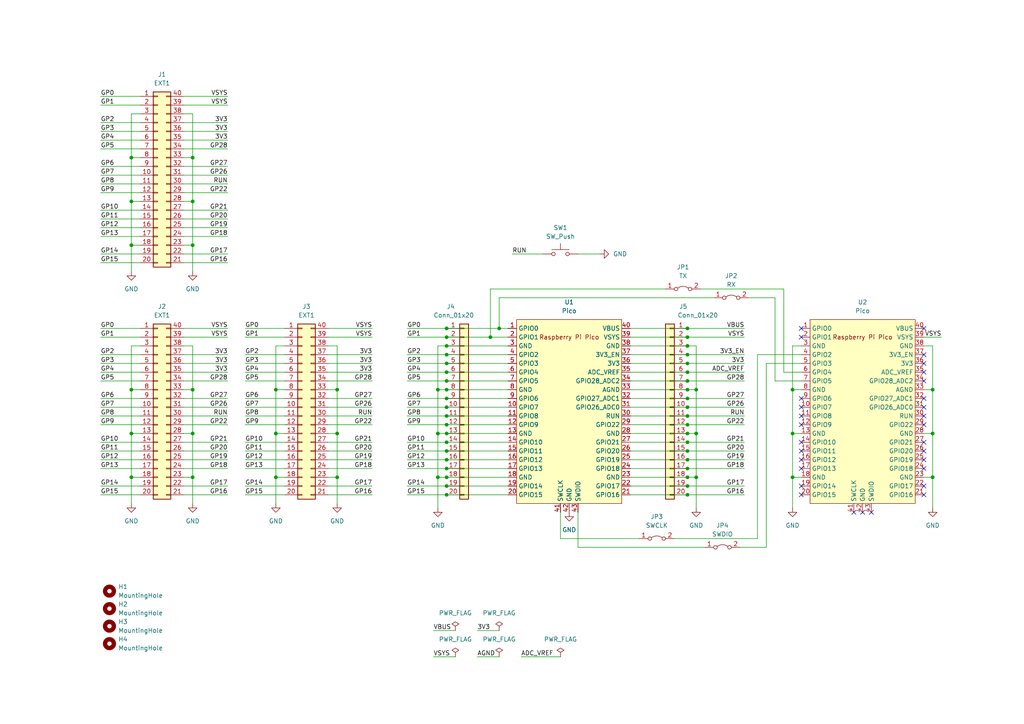
<source format=kicad_sch>
(kicad_sch (version 20211123) (generator eeschema)

  (uuid a9f1bf11-b74a-40b1-8516-a48b84a9a03b)

  (paper "A4")

  (lib_symbols
    (symbol "Connector_Generic:Conn_01x20" (pin_names (offset 1.016) hide) (in_bom yes) (on_board yes)
      (property "Reference" "J" (id 0) (at 0 25.4 0)
        (effects (font (size 1.27 1.27)))
      )
      (property "Value" "Conn_01x20" (id 1) (at 0 -27.94 0)
        (effects (font (size 1.27 1.27)))
      )
      (property "Footprint" "" (id 2) (at 0 0 0)
        (effects (font (size 1.27 1.27)) hide)
      )
      (property "Datasheet" "~" (id 3) (at 0 0 0)
        (effects (font (size 1.27 1.27)) hide)
      )
      (property "ki_keywords" "connector" (id 4) (at 0 0 0)
        (effects (font (size 1.27 1.27)) hide)
      )
      (property "ki_description" "Generic connector, single row, 01x20, script generated (kicad-library-utils/schlib/autogen/connector/)" (id 5) (at 0 0 0)
        (effects (font (size 1.27 1.27)) hide)
      )
      (property "ki_fp_filters" "Connector*:*_1x??_*" (id 6) (at 0 0 0)
        (effects (font (size 1.27 1.27)) hide)
      )
      (symbol "Conn_01x20_1_1"
        (rectangle (start -1.27 -25.273) (end 0 -25.527)
          (stroke (width 0.1524) (type default) (color 0 0 0 0))
          (fill (type none))
        )
        (rectangle (start -1.27 -22.733) (end 0 -22.987)
          (stroke (width 0.1524) (type default) (color 0 0 0 0))
          (fill (type none))
        )
        (rectangle (start -1.27 -20.193) (end 0 -20.447)
          (stroke (width 0.1524) (type default) (color 0 0 0 0))
          (fill (type none))
        )
        (rectangle (start -1.27 -17.653) (end 0 -17.907)
          (stroke (width 0.1524) (type default) (color 0 0 0 0))
          (fill (type none))
        )
        (rectangle (start -1.27 -15.113) (end 0 -15.367)
          (stroke (width 0.1524) (type default) (color 0 0 0 0))
          (fill (type none))
        )
        (rectangle (start -1.27 -12.573) (end 0 -12.827)
          (stroke (width 0.1524) (type default) (color 0 0 0 0))
          (fill (type none))
        )
        (rectangle (start -1.27 -10.033) (end 0 -10.287)
          (stroke (width 0.1524) (type default) (color 0 0 0 0))
          (fill (type none))
        )
        (rectangle (start -1.27 -7.493) (end 0 -7.747)
          (stroke (width 0.1524) (type default) (color 0 0 0 0))
          (fill (type none))
        )
        (rectangle (start -1.27 -4.953) (end 0 -5.207)
          (stroke (width 0.1524) (type default) (color 0 0 0 0))
          (fill (type none))
        )
        (rectangle (start -1.27 -2.413) (end 0 -2.667)
          (stroke (width 0.1524) (type default) (color 0 0 0 0))
          (fill (type none))
        )
        (rectangle (start -1.27 0.127) (end 0 -0.127)
          (stroke (width 0.1524) (type default) (color 0 0 0 0))
          (fill (type none))
        )
        (rectangle (start -1.27 2.667) (end 0 2.413)
          (stroke (width 0.1524) (type default) (color 0 0 0 0))
          (fill (type none))
        )
        (rectangle (start -1.27 5.207) (end 0 4.953)
          (stroke (width 0.1524) (type default) (color 0 0 0 0))
          (fill (type none))
        )
        (rectangle (start -1.27 7.747) (end 0 7.493)
          (stroke (width 0.1524) (type default) (color 0 0 0 0))
          (fill (type none))
        )
        (rectangle (start -1.27 10.287) (end 0 10.033)
          (stroke (width 0.1524) (type default) (color 0 0 0 0))
          (fill (type none))
        )
        (rectangle (start -1.27 12.827) (end 0 12.573)
          (stroke (width 0.1524) (type default) (color 0 0 0 0))
          (fill (type none))
        )
        (rectangle (start -1.27 15.367) (end 0 15.113)
          (stroke (width 0.1524) (type default) (color 0 0 0 0))
          (fill (type none))
        )
        (rectangle (start -1.27 17.907) (end 0 17.653)
          (stroke (width 0.1524) (type default) (color 0 0 0 0))
          (fill (type none))
        )
        (rectangle (start -1.27 20.447) (end 0 20.193)
          (stroke (width 0.1524) (type default) (color 0 0 0 0))
          (fill (type none))
        )
        (rectangle (start -1.27 22.987) (end 0 22.733)
          (stroke (width 0.1524) (type default) (color 0 0 0 0))
          (fill (type none))
        )
        (rectangle (start -1.27 24.13) (end 1.27 -26.67)
          (stroke (width 0.254) (type default) (color 0 0 0 0))
          (fill (type background))
        )
        (pin passive line (at -5.08 22.86 0) (length 3.81)
          (name "Pin_1" (effects (font (size 1.27 1.27))))
          (number "1" (effects (font (size 1.27 1.27))))
        )
        (pin passive line (at -5.08 0 0) (length 3.81)
          (name "Pin_10" (effects (font (size 1.27 1.27))))
          (number "10" (effects (font (size 1.27 1.27))))
        )
        (pin passive line (at -5.08 -2.54 0) (length 3.81)
          (name "Pin_11" (effects (font (size 1.27 1.27))))
          (number "11" (effects (font (size 1.27 1.27))))
        )
        (pin passive line (at -5.08 -5.08 0) (length 3.81)
          (name "Pin_12" (effects (font (size 1.27 1.27))))
          (number "12" (effects (font (size 1.27 1.27))))
        )
        (pin passive line (at -5.08 -7.62 0) (length 3.81)
          (name "Pin_13" (effects (font (size 1.27 1.27))))
          (number "13" (effects (font (size 1.27 1.27))))
        )
        (pin passive line (at -5.08 -10.16 0) (length 3.81)
          (name "Pin_14" (effects (font (size 1.27 1.27))))
          (number "14" (effects (font (size 1.27 1.27))))
        )
        (pin passive line (at -5.08 -12.7 0) (length 3.81)
          (name "Pin_15" (effects (font (size 1.27 1.27))))
          (number "15" (effects (font (size 1.27 1.27))))
        )
        (pin passive line (at -5.08 -15.24 0) (length 3.81)
          (name "Pin_16" (effects (font (size 1.27 1.27))))
          (number "16" (effects (font (size 1.27 1.27))))
        )
        (pin passive line (at -5.08 -17.78 0) (length 3.81)
          (name "Pin_17" (effects (font (size 1.27 1.27))))
          (number "17" (effects (font (size 1.27 1.27))))
        )
        (pin passive line (at -5.08 -20.32 0) (length 3.81)
          (name "Pin_18" (effects (font (size 1.27 1.27))))
          (number "18" (effects (font (size 1.27 1.27))))
        )
        (pin passive line (at -5.08 -22.86 0) (length 3.81)
          (name "Pin_19" (effects (font (size 1.27 1.27))))
          (number "19" (effects (font (size 1.27 1.27))))
        )
        (pin passive line (at -5.08 20.32 0) (length 3.81)
          (name "Pin_2" (effects (font (size 1.27 1.27))))
          (number "2" (effects (font (size 1.27 1.27))))
        )
        (pin passive line (at -5.08 -25.4 0) (length 3.81)
          (name "Pin_20" (effects (font (size 1.27 1.27))))
          (number "20" (effects (font (size 1.27 1.27))))
        )
        (pin passive line (at -5.08 17.78 0) (length 3.81)
          (name "Pin_3" (effects (font (size 1.27 1.27))))
          (number "3" (effects (font (size 1.27 1.27))))
        )
        (pin passive line (at -5.08 15.24 0) (length 3.81)
          (name "Pin_4" (effects (font (size 1.27 1.27))))
          (number "4" (effects (font (size 1.27 1.27))))
        )
        (pin passive line (at -5.08 12.7 0) (length 3.81)
          (name "Pin_5" (effects (font (size 1.27 1.27))))
          (number "5" (effects (font (size 1.27 1.27))))
        )
        (pin passive line (at -5.08 10.16 0) (length 3.81)
          (name "Pin_6" (effects (font (size 1.27 1.27))))
          (number "6" (effects (font (size 1.27 1.27))))
        )
        (pin passive line (at -5.08 7.62 0) (length 3.81)
          (name "Pin_7" (effects (font (size 1.27 1.27))))
          (number "7" (effects (font (size 1.27 1.27))))
        )
        (pin passive line (at -5.08 5.08 0) (length 3.81)
          (name "Pin_8" (effects (font (size 1.27 1.27))))
          (number "8" (effects (font (size 1.27 1.27))))
        )
        (pin passive line (at -5.08 2.54 0) (length 3.81)
          (name "Pin_9" (effects (font (size 1.27 1.27))))
          (number "9" (effects (font (size 1.27 1.27))))
        )
      )
    )
    (symbol "Connector_Generic:Conn_02x20_Counter_Clockwise" (pin_names (offset 1.016) hide) (in_bom yes) (on_board yes)
      (property "Reference" "J" (id 0) (at 1.27 25.4 0)
        (effects (font (size 1.27 1.27)))
      )
      (property "Value" "Conn_02x20_Counter_Clockwise" (id 1) (at 1.27 -27.94 0)
        (effects (font (size 1.27 1.27)))
      )
      (property "Footprint" "" (id 2) (at 0 0 0)
        (effects (font (size 1.27 1.27)) hide)
      )
      (property "Datasheet" "~" (id 3) (at 0 0 0)
        (effects (font (size 1.27 1.27)) hide)
      )
      (property "ki_keywords" "connector" (id 4) (at 0 0 0)
        (effects (font (size 1.27 1.27)) hide)
      )
      (property "ki_description" "Generic connector, double row, 02x20, counter clockwise pin numbering scheme (similar to DIP package numbering), script generated (kicad-library-utils/schlib/autogen/connector/)" (id 5) (at 0 0 0)
        (effects (font (size 1.27 1.27)) hide)
      )
      (property "ki_fp_filters" "Connector*:*_2x??_*" (id 6) (at 0 0 0)
        (effects (font (size 1.27 1.27)) hide)
      )
      (symbol "Conn_02x20_Counter_Clockwise_1_1"
        (rectangle (start -1.27 -25.273) (end 0 -25.527)
          (stroke (width 0.1524) (type default) (color 0 0 0 0))
          (fill (type none))
        )
        (rectangle (start -1.27 -22.733) (end 0 -22.987)
          (stroke (width 0.1524) (type default) (color 0 0 0 0))
          (fill (type none))
        )
        (rectangle (start -1.27 -20.193) (end 0 -20.447)
          (stroke (width 0.1524) (type default) (color 0 0 0 0))
          (fill (type none))
        )
        (rectangle (start -1.27 -17.653) (end 0 -17.907)
          (stroke (width 0.1524) (type default) (color 0 0 0 0))
          (fill (type none))
        )
        (rectangle (start -1.27 -15.113) (end 0 -15.367)
          (stroke (width 0.1524) (type default) (color 0 0 0 0))
          (fill (type none))
        )
        (rectangle (start -1.27 -12.573) (end 0 -12.827)
          (stroke (width 0.1524) (type default) (color 0 0 0 0))
          (fill (type none))
        )
        (rectangle (start -1.27 -10.033) (end 0 -10.287)
          (stroke (width 0.1524) (type default) (color 0 0 0 0))
          (fill (type none))
        )
        (rectangle (start -1.27 -7.493) (end 0 -7.747)
          (stroke (width 0.1524) (type default) (color 0 0 0 0))
          (fill (type none))
        )
        (rectangle (start -1.27 -4.953) (end 0 -5.207)
          (stroke (width 0.1524) (type default) (color 0 0 0 0))
          (fill (type none))
        )
        (rectangle (start -1.27 -2.413) (end 0 -2.667)
          (stroke (width 0.1524) (type default) (color 0 0 0 0))
          (fill (type none))
        )
        (rectangle (start -1.27 0.127) (end 0 -0.127)
          (stroke (width 0.1524) (type default) (color 0 0 0 0))
          (fill (type none))
        )
        (rectangle (start -1.27 2.667) (end 0 2.413)
          (stroke (width 0.1524) (type default) (color 0 0 0 0))
          (fill (type none))
        )
        (rectangle (start -1.27 5.207) (end 0 4.953)
          (stroke (width 0.1524) (type default) (color 0 0 0 0))
          (fill (type none))
        )
        (rectangle (start -1.27 7.747) (end 0 7.493)
          (stroke (width 0.1524) (type default) (color 0 0 0 0))
          (fill (type none))
        )
        (rectangle (start -1.27 10.287) (end 0 10.033)
          (stroke (width 0.1524) (type default) (color 0 0 0 0))
          (fill (type none))
        )
        (rectangle (start -1.27 12.827) (end 0 12.573)
          (stroke (width 0.1524) (type default) (color 0 0 0 0))
          (fill (type none))
        )
        (rectangle (start -1.27 15.367) (end 0 15.113)
          (stroke (width 0.1524) (type default) (color 0 0 0 0))
          (fill (type none))
        )
        (rectangle (start -1.27 17.907) (end 0 17.653)
          (stroke (width 0.1524) (type default) (color 0 0 0 0))
          (fill (type none))
        )
        (rectangle (start -1.27 20.447) (end 0 20.193)
          (stroke (width 0.1524) (type default) (color 0 0 0 0))
          (fill (type none))
        )
        (rectangle (start -1.27 22.987) (end 0 22.733)
          (stroke (width 0.1524) (type default) (color 0 0 0 0))
          (fill (type none))
        )
        (rectangle (start -1.27 24.13) (end 3.81 -26.67)
          (stroke (width 0.254) (type default) (color 0 0 0 0))
          (fill (type background))
        )
        (rectangle (start 3.81 -25.273) (end 2.54 -25.527)
          (stroke (width 0.1524) (type default) (color 0 0 0 0))
          (fill (type none))
        )
        (rectangle (start 3.81 -22.733) (end 2.54 -22.987)
          (stroke (width 0.1524) (type default) (color 0 0 0 0))
          (fill (type none))
        )
        (rectangle (start 3.81 -20.193) (end 2.54 -20.447)
          (stroke (width 0.1524) (type default) (color 0 0 0 0))
          (fill (type none))
        )
        (rectangle (start 3.81 -17.653) (end 2.54 -17.907)
          (stroke (width 0.1524) (type default) (color 0 0 0 0))
          (fill (type none))
        )
        (rectangle (start 3.81 -15.113) (end 2.54 -15.367)
          (stroke (width 0.1524) (type default) (color 0 0 0 0))
          (fill (type none))
        )
        (rectangle (start 3.81 -12.573) (end 2.54 -12.827)
          (stroke (width 0.1524) (type default) (color 0 0 0 0))
          (fill (type none))
        )
        (rectangle (start 3.81 -10.033) (end 2.54 -10.287)
          (stroke (width 0.1524) (type default) (color 0 0 0 0))
          (fill (type none))
        )
        (rectangle (start 3.81 -7.493) (end 2.54 -7.747)
          (stroke (width 0.1524) (type default) (color 0 0 0 0))
          (fill (type none))
        )
        (rectangle (start 3.81 -4.953) (end 2.54 -5.207)
          (stroke (width 0.1524) (type default) (color 0 0 0 0))
          (fill (type none))
        )
        (rectangle (start 3.81 -2.413) (end 2.54 -2.667)
          (stroke (width 0.1524) (type default) (color 0 0 0 0))
          (fill (type none))
        )
        (rectangle (start 3.81 0.127) (end 2.54 -0.127)
          (stroke (width 0.1524) (type default) (color 0 0 0 0))
          (fill (type none))
        )
        (rectangle (start 3.81 2.667) (end 2.54 2.413)
          (stroke (width 0.1524) (type default) (color 0 0 0 0))
          (fill (type none))
        )
        (rectangle (start 3.81 5.207) (end 2.54 4.953)
          (stroke (width 0.1524) (type default) (color 0 0 0 0))
          (fill (type none))
        )
        (rectangle (start 3.81 7.747) (end 2.54 7.493)
          (stroke (width 0.1524) (type default) (color 0 0 0 0))
          (fill (type none))
        )
        (rectangle (start 3.81 10.287) (end 2.54 10.033)
          (stroke (width 0.1524) (type default) (color 0 0 0 0))
          (fill (type none))
        )
        (rectangle (start 3.81 12.827) (end 2.54 12.573)
          (stroke (width 0.1524) (type default) (color 0 0 0 0))
          (fill (type none))
        )
        (rectangle (start 3.81 15.367) (end 2.54 15.113)
          (stroke (width 0.1524) (type default) (color 0 0 0 0))
          (fill (type none))
        )
        (rectangle (start 3.81 17.907) (end 2.54 17.653)
          (stroke (width 0.1524) (type default) (color 0 0 0 0))
          (fill (type none))
        )
        (rectangle (start 3.81 20.447) (end 2.54 20.193)
          (stroke (width 0.1524) (type default) (color 0 0 0 0))
          (fill (type none))
        )
        (rectangle (start 3.81 22.987) (end 2.54 22.733)
          (stroke (width 0.1524) (type default) (color 0 0 0 0))
          (fill (type none))
        )
        (pin passive line (at -5.08 22.86 0) (length 3.81)
          (name "Pin_1" (effects (font (size 1.27 1.27))))
          (number "1" (effects (font (size 1.27 1.27))))
        )
        (pin passive line (at -5.08 0 0) (length 3.81)
          (name "Pin_10" (effects (font (size 1.27 1.27))))
          (number "10" (effects (font (size 1.27 1.27))))
        )
        (pin passive line (at -5.08 -2.54 0) (length 3.81)
          (name "Pin_11" (effects (font (size 1.27 1.27))))
          (number "11" (effects (font (size 1.27 1.27))))
        )
        (pin passive line (at -5.08 -5.08 0) (length 3.81)
          (name "Pin_12" (effects (font (size 1.27 1.27))))
          (number "12" (effects (font (size 1.27 1.27))))
        )
        (pin passive line (at -5.08 -7.62 0) (length 3.81)
          (name "Pin_13" (effects (font (size 1.27 1.27))))
          (number "13" (effects (font (size 1.27 1.27))))
        )
        (pin passive line (at -5.08 -10.16 0) (length 3.81)
          (name "Pin_14" (effects (font (size 1.27 1.27))))
          (number "14" (effects (font (size 1.27 1.27))))
        )
        (pin passive line (at -5.08 -12.7 0) (length 3.81)
          (name "Pin_15" (effects (font (size 1.27 1.27))))
          (number "15" (effects (font (size 1.27 1.27))))
        )
        (pin passive line (at -5.08 -15.24 0) (length 3.81)
          (name "Pin_16" (effects (font (size 1.27 1.27))))
          (number "16" (effects (font (size 1.27 1.27))))
        )
        (pin passive line (at -5.08 -17.78 0) (length 3.81)
          (name "Pin_17" (effects (font (size 1.27 1.27))))
          (number "17" (effects (font (size 1.27 1.27))))
        )
        (pin passive line (at -5.08 -20.32 0) (length 3.81)
          (name "Pin_18" (effects (font (size 1.27 1.27))))
          (number "18" (effects (font (size 1.27 1.27))))
        )
        (pin passive line (at -5.08 -22.86 0) (length 3.81)
          (name "Pin_19" (effects (font (size 1.27 1.27))))
          (number "19" (effects (font (size 1.27 1.27))))
        )
        (pin passive line (at -5.08 20.32 0) (length 3.81)
          (name "Pin_2" (effects (font (size 1.27 1.27))))
          (number "2" (effects (font (size 1.27 1.27))))
        )
        (pin passive line (at -5.08 -25.4 0) (length 3.81)
          (name "Pin_20" (effects (font (size 1.27 1.27))))
          (number "20" (effects (font (size 1.27 1.27))))
        )
        (pin passive line (at 7.62 -25.4 180) (length 3.81)
          (name "Pin_21" (effects (font (size 1.27 1.27))))
          (number "21" (effects (font (size 1.27 1.27))))
        )
        (pin passive line (at 7.62 -22.86 180) (length 3.81)
          (name "Pin_22" (effects (font (size 1.27 1.27))))
          (number "22" (effects (font (size 1.27 1.27))))
        )
        (pin passive line (at 7.62 -20.32 180) (length 3.81)
          (name "Pin_23" (effects (font (size 1.27 1.27))))
          (number "23" (effects (font (size 1.27 1.27))))
        )
        (pin passive line (at 7.62 -17.78 180) (length 3.81)
          (name "Pin_24" (effects (font (size 1.27 1.27))))
          (number "24" (effects (font (size 1.27 1.27))))
        )
        (pin passive line (at 7.62 -15.24 180) (length 3.81)
          (name "Pin_25" (effects (font (size 1.27 1.27))))
          (number "25" (effects (font (size 1.27 1.27))))
        )
        (pin passive line (at 7.62 -12.7 180) (length 3.81)
          (name "Pin_26" (effects (font (size 1.27 1.27))))
          (number "26" (effects (font (size 1.27 1.27))))
        )
        (pin passive line (at 7.62 -10.16 180) (length 3.81)
          (name "Pin_27" (effects (font (size 1.27 1.27))))
          (number "27" (effects (font (size 1.27 1.27))))
        )
        (pin passive line (at 7.62 -7.62 180) (length 3.81)
          (name "Pin_28" (effects (font (size 1.27 1.27))))
          (number "28" (effects (font (size 1.27 1.27))))
        )
        (pin passive line (at 7.62 -5.08 180) (length 3.81)
          (name "Pin_29" (effects (font (size 1.27 1.27))))
          (number "29" (effects (font (size 1.27 1.27))))
        )
        (pin passive line (at -5.08 17.78 0) (length 3.81)
          (name "Pin_3" (effects (font (size 1.27 1.27))))
          (number "3" (effects (font (size 1.27 1.27))))
        )
        (pin passive line (at 7.62 -2.54 180) (length 3.81)
          (name "Pin_30" (effects (font (size 1.27 1.27))))
          (number "30" (effects (font (size 1.27 1.27))))
        )
        (pin passive line (at 7.62 0 180) (length 3.81)
          (name "Pin_31" (effects (font (size 1.27 1.27))))
          (number "31" (effects (font (size 1.27 1.27))))
        )
        (pin passive line (at 7.62 2.54 180) (length 3.81)
          (name "Pin_32" (effects (font (size 1.27 1.27))))
          (number "32" (effects (font (size 1.27 1.27))))
        )
        (pin passive line (at 7.62 5.08 180) (length 3.81)
          (name "Pin_33" (effects (font (size 1.27 1.27))))
          (number "33" (effects (font (size 1.27 1.27))))
        )
        (pin passive line (at 7.62 7.62 180) (length 3.81)
          (name "Pin_34" (effects (font (size 1.27 1.27))))
          (number "34" (effects (font (size 1.27 1.27))))
        )
        (pin passive line (at 7.62 10.16 180) (length 3.81)
          (name "Pin_35" (effects (font (size 1.27 1.27))))
          (number "35" (effects (font (size 1.27 1.27))))
        )
        (pin passive line (at 7.62 12.7 180) (length 3.81)
          (name "Pin_36" (effects (font (size 1.27 1.27))))
          (number "36" (effects (font (size 1.27 1.27))))
        )
        (pin passive line (at 7.62 15.24 180) (length 3.81)
          (name "Pin_37" (effects (font (size 1.27 1.27))))
          (number "37" (effects (font (size 1.27 1.27))))
        )
        (pin passive line (at 7.62 17.78 180) (length 3.81)
          (name "Pin_38" (effects (font (size 1.27 1.27))))
          (number "38" (effects (font (size 1.27 1.27))))
        )
        (pin passive line (at 7.62 20.32 180) (length 3.81)
          (name "Pin_39" (effects (font (size 1.27 1.27))))
          (number "39" (effects (font (size 1.27 1.27))))
        )
        (pin passive line (at -5.08 15.24 0) (length 3.81)
          (name "Pin_4" (effects (font (size 1.27 1.27))))
          (number "4" (effects (font (size 1.27 1.27))))
        )
        (pin passive line (at 7.62 22.86 180) (length 3.81)
          (name "Pin_40" (effects (font (size 1.27 1.27))))
          (number "40" (effects (font (size 1.27 1.27))))
        )
        (pin passive line (at -5.08 12.7 0) (length 3.81)
          (name "Pin_5" (effects (font (size 1.27 1.27))))
          (number "5" (effects (font (size 1.27 1.27))))
        )
        (pin passive line (at -5.08 10.16 0) (length 3.81)
          (name "Pin_6" (effects (font (size 1.27 1.27))))
          (number "6" (effects (font (size 1.27 1.27))))
        )
        (pin passive line (at -5.08 7.62 0) (length 3.81)
          (name "Pin_7" (effects (font (size 1.27 1.27))))
          (number "7" (effects (font (size 1.27 1.27))))
        )
        (pin passive line (at -5.08 5.08 0) (length 3.81)
          (name "Pin_8" (effects (font (size 1.27 1.27))))
          (number "8" (effects (font (size 1.27 1.27))))
        )
        (pin passive line (at -5.08 2.54 0) (length 3.81)
          (name "Pin_9" (effects (font (size 1.27 1.27))))
          (number "9" (effects (font (size 1.27 1.27))))
        )
      )
    )
    (symbol "Jumper:Jumper_2_Bridged" (pin_names (offset 0) hide) (in_bom yes) (on_board yes)
      (property "Reference" "JP" (id 0) (at 0 1.905 0)
        (effects (font (size 1.27 1.27)))
      )
      (property "Value" "Jumper_2_Bridged" (id 1) (at 0 -2.54 0)
        (effects (font (size 1.27 1.27)))
      )
      (property "Footprint" "" (id 2) (at 0 0 0)
        (effects (font (size 1.27 1.27)) hide)
      )
      (property "Datasheet" "~" (id 3) (at 0 0 0)
        (effects (font (size 1.27 1.27)) hide)
      )
      (property "ki_keywords" "Jumper SPST" (id 4) (at 0 0 0)
        (effects (font (size 1.27 1.27)) hide)
      )
      (property "ki_description" "Jumper, 2-pole, closed/bridged" (id 5) (at 0 0 0)
        (effects (font (size 1.27 1.27)) hide)
      )
      (property "ki_fp_filters" "Jumper* TestPoint*2Pads* TestPoint*Bridge*" (id 6) (at 0 0 0)
        (effects (font (size 1.27 1.27)) hide)
      )
      (symbol "Jumper_2_Bridged_0_0"
        (circle (center -2.032 0) (radius 0.508)
          (stroke (width 0) (type default) (color 0 0 0 0))
          (fill (type none))
        )
        (circle (center 2.032 0) (radius 0.508)
          (stroke (width 0) (type default) (color 0 0 0 0))
          (fill (type none))
        )
      )
      (symbol "Jumper_2_Bridged_0_1"
        (arc (start 1.524 0.254) (mid 0 0.762) (end -1.524 0.254)
          (stroke (width 0) (type default) (color 0 0 0 0))
          (fill (type none))
        )
      )
      (symbol "Jumper_2_Bridged_1_1"
        (pin passive line (at -5.08 0 0) (length 2.54)
          (name "A" (effects (font (size 1.27 1.27))))
          (number "1" (effects (font (size 1.27 1.27))))
        )
        (pin passive line (at 5.08 0 180) (length 2.54)
          (name "B" (effects (font (size 1.27 1.27))))
          (number "2" (effects (font (size 1.27 1.27))))
        )
      )
    )
    (symbol "MCU_RaspberryPi_and_Boards:Pico" (in_bom yes) (on_board yes)
      (property "Reference" "U" (id 0) (at -13.97 27.94 0)
        (effects (font (size 1.27 1.27)))
      )
      (property "Value" "Pico" (id 1) (at 0 19.05 0)
        (effects (font (size 1.27 1.27)))
      )
      (property "Footprint" "RPi_Pico:RPi_Pico_SMD_TH" (id 2) (at 0 0 90)
        (effects (font (size 1.27 1.27)) hide)
      )
      (property "Datasheet" "" (id 3) (at 0 0 0)
        (effects (font (size 1.27 1.27)) hide)
      )
      (symbol "Pico_0_0"
        (text "Raspberry Pi Pico" (at 0 21.59 0)
          (effects (font (size 1.27 1.27)))
        )
      )
      (symbol "Pico_0_1"
        (rectangle (start -15.24 26.67) (end 15.24 -26.67)
          (stroke (width 0) (type default) (color 0 0 0 0))
          (fill (type background))
        )
      )
      (symbol "Pico_1_1"
        (pin bidirectional line (at -17.78 24.13 0) (length 2.54)
          (name "GPIO0" (effects (font (size 1.27 1.27))))
          (number "1" (effects (font (size 1.27 1.27))))
        )
        (pin bidirectional line (at -17.78 1.27 0) (length 2.54)
          (name "GPIO7" (effects (font (size 1.27 1.27))))
          (number "10" (effects (font (size 1.27 1.27))))
        )
        (pin bidirectional line (at -17.78 -1.27 0) (length 2.54)
          (name "GPIO8" (effects (font (size 1.27 1.27))))
          (number "11" (effects (font (size 1.27 1.27))))
        )
        (pin bidirectional line (at -17.78 -3.81 0) (length 2.54)
          (name "GPIO9" (effects (font (size 1.27 1.27))))
          (number "12" (effects (font (size 1.27 1.27))))
        )
        (pin power_in line (at -17.78 -6.35 0) (length 2.54)
          (name "GND" (effects (font (size 1.27 1.27))))
          (number "13" (effects (font (size 1.27 1.27))))
        )
        (pin bidirectional line (at -17.78 -8.89 0) (length 2.54)
          (name "GPIO10" (effects (font (size 1.27 1.27))))
          (number "14" (effects (font (size 1.27 1.27))))
        )
        (pin bidirectional line (at -17.78 -11.43 0) (length 2.54)
          (name "GPIO11" (effects (font (size 1.27 1.27))))
          (number "15" (effects (font (size 1.27 1.27))))
        )
        (pin bidirectional line (at -17.78 -13.97 0) (length 2.54)
          (name "GPIO12" (effects (font (size 1.27 1.27))))
          (number "16" (effects (font (size 1.27 1.27))))
        )
        (pin bidirectional line (at -17.78 -16.51 0) (length 2.54)
          (name "GPIO13" (effects (font (size 1.27 1.27))))
          (number "17" (effects (font (size 1.27 1.27))))
        )
        (pin power_in line (at -17.78 -19.05 0) (length 2.54)
          (name "GND" (effects (font (size 1.27 1.27))))
          (number "18" (effects (font (size 1.27 1.27))))
        )
        (pin bidirectional line (at -17.78 -21.59 0) (length 2.54)
          (name "GPIO14" (effects (font (size 1.27 1.27))))
          (number "19" (effects (font (size 1.27 1.27))))
        )
        (pin bidirectional line (at -17.78 21.59 0) (length 2.54)
          (name "GPIO1" (effects (font (size 1.27 1.27))))
          (number "2" (effects (font (size 1.27 1.27))))
        )
        (pin bidirectional line (at -17.78 -24.13 0) (length 2.54)
          (name "GPIO15" (effects (font (size 1.27 1.27))))
          (number "20" (effects (font (size 1.27 1.27))))
        )
        (pin bidirectional line (at 17.78 -24.13 180) (length 2.54)
          (name "GPIO16" (effects (font (size 1.27 1.27))))
          (number "21" (effects (font (size 1.27 1.27))))
        )
        (pin bidirectional line (at 17.78 -21.59 180) (length 2.54)
          (name "GPIO17" (effects (font (size 1.27 1.27))))
          (number "22" (effects (font (size 1.27 1.27))))
        )
        (pin power_in line (at 17.78 -19.05 180) (length 2.54)
          (name "GND" (effects (font (size 1.27 1.27))))
          (number "23" (effects (font (size 1.27 1.27))))
        )
        (pin bidirectional line (at 17.78 -16.51 180) (length 2.54)
          (name "GPIO18" (effects (font (size 1.27 1.27))))
          (number "24" (effects (font (size 1.27 1.27))))
        )
        (pin bidirectional line (at 17.78 -13.97 180) (length 2.54)
          (name "GPIO19" (effects (font (size 1.27 1.27))))
          (number "25" (effects (font (size 1.27 1.27))))
        )
        (pin bidirectional line (at 17.78 -11.43 180) (length 2.54)
          (name "GPIO20" (effects (font (size 1.27 1.27))))
          (number "26" (effects (font (size 1.27 1.27))))
        )
        (pin bidirectional line (at 17.78 -8.89 180) (length 2.54)
          (name "GPIO21" (effects (font (size 1.27 1.27))))
          (number "27" (effects (font (size 1.27 1.27))))
        )
        (pin power_in line (at 17.78 -6.35 180) (length 2.54)
          (name "GND" (effects (font (size 1.27 1.27))))
          (number "28" (effects (font (size 1.27 1.27))))
        )
        (pin bidirectional line (at 17.78 -3.81 180) (length 2.54)
          (name "GPIO22" (effects (font (size 1.27 1.27))))
          (number "29" (effects (font (size 1.27 1.27))))
        )
        (pin power_in line (at -17.78 19.05 0) (length 2.54)
          (name "GND" (effects (font (size 1.27 1.27))))
          (number "3" (effects (font (size 1.27 1.27))))
        )
        (pin input line (at 17.78 -1.27 180) (length 2.54)
          (name "RUN" (effects (font (size 1.27 1.27))))
          (number "30" (effects (font (size 1.27 1.27))))
        )
        (pin bidirectional line (at 17.78 1.27 180) (length 2.54)
          (name "GPIO26_ADC0" (effects (font (size 1.27 1.27))))
          (number "31" (effects (font (size 1.27 1.27))))
        )
        (pin bidirectional line (at 17.78 3.81 180) (length 2.54)
          (name "GPIO27_ADC1" (effects (font (size 1.27 1.27))))
          (number "32" (effects (font (size 1.27 1.27))))
        )
        (pin power_in line (at 17.78 6.35 180) (length 2.54)
          (name "AGND" (effects (font (size 1.27 1.27))))
          (number "33" (effects (font (size 1.27 1.27))))
        )
        (pin bidirectional line (at 17.78 8.89 180) (length 2.54)
          (name "GPIO28_ADC2" (effects (font (size 1.27 1.27))))
          (number "34" (effects (font (size 1.27 1.27))))
        )
        (pin power_in line (at 17.78 11.43 180) (length 2.54)
          (name "ADC_VREF" (effects (font (size 1.27 1.27))))
          (number "35" (effects (font (size 1.27 1.27))))
        )
        (pin power_in line (at 17.78 13.97 180) (length 2.54)
          (name "3V3" (effects (font (size 1.27 1.27))))
          (number "36" (effects (font (size 1.27 1.27))))
        )
        (pin input line (at 17.78 16.51 180) (length 2.54)
          (name "3V3_EN" (effects (font (size 1.27 1.27))))
          (number "37" (effects (font (size 1.27 1.27))))
        )
        (pin bidirectional line (at 17.78 19.05 180) (length 2.54)
          (name "GND" (effects (font (size 1.27 1.27))))
          (number "38" (effects (font (size 1.27 1.27))))
        )
        (pin power_in line (at 17.78 21.59 180) (length 2.54)
          (name "VSYS" (effects (font (size 1.27 1.27))))
          (number "39" (effects (font (size 1.27 1.27))))
        )
        (pin bidirectional line (at -17.78 16.51 0) (length 2.54)
          (name "GPIO2" (effects (font (size 1.27 1.27))))
          (number "4" (effects (font (size 1.27 1.27))))
        )
        (pin power_in line (at 17.78 24.13 180) (length 2.54)
          (name "VBUS" (effects (font (size 1.27 1.27))))
          (number "40" (effects (font (size 1.27 1.27))))
        )
        (pin input line (at -2.54 -29.21 90) (length 2.54)
          (name "SWCLK" (effects (font (size 1.27 1.27))))
          (number "41" (effects (font (size 1.27 1.27))))
        )
        (pin power_in line (at 0 -29.21 90) (length 2.54)
          (name "GND" (effects (font (size 1.27 1.27))))
          (number "42" (effects (font (size 1.27 1.27))))
        )
        (pin bidirectional line (at 2.54 -29.21 90) (length 2.54)
          (name "SWDIO" (effects (font (size 1.27 1.27))))
          (number "43" (effects (font (size 1.27 1.27))))
        )
        (pin bidirectional line (at -17.78 13.97 0) (length 2.54)
          (name "GPIO3" (effects (font (size 1.27 1.27))))
          (number "5" (effects (font (size 1.27 1.27))))
        )
        (pin bidirectional line (at -17.78 11.43 0) (length 2.54)
          (name "GPIO4" (effects (font (size 1.27 1.27))))
          (number "6" (effects (font (size 1.27 1.27))))
        )
        (pin bidirectional line (at -17.78 8.89 0) (length 2.54)
          (name "GPIO5" (effects (font (size 1.27 1.27))))
          (number "7" (effects (font (size 1.27 1.27))))
        )
        (pin power_in line (at -17.78 6.35 0) (length 2.54)
          (name "GND" (effects (font (size 1.27 1.27))))
          (number "8" (effects (font (size 1.27 1.27))))
        )
        (pin bidirectional line (at -17.78 3.81 0) (length 2.54)
          (name "GPIO6" (effects (font (size 1.27 1.27))))
          (number "9" (effects (font (size 1.27 1.27))))
        )
      )
    )
    (symbol "Mechanical:MountingHole" (pin_names (offset 1.016)) (in_bom yes) (on_board yes)
      (property "Reference" "H" (id 0) (at 0 5.08 0)
        (effects (font (size 1.27 1.27)))
      )
      (property "Value" "MountingHole" (id 1) (at 0 3.175 0)
        (effects (font (size 1.27 1.27)))
      )
      (property "Footprint" "" (id 2) (at 0 0 0)
        (effects (font (size 1.27 1.27)) hide)
      )
      (property "Datasheet" "~" (id 3) (at 0 0 0)
        (effects (font (size 1.27 1.27)) hide)
      )
      (property "ki_keywords" "mounting hole" (id 4) (at 0 0 0)
        (effects (font (size 1.27 1.27)) hide)
      )
      (property "ki_description" "Mounting Hole without connection" (id 5) (at 0 0 0)
        (effects (font (size 1.27 1.27)) hide)
      )
      (property "ki_fp_filters" "MountingHole*" (id 6) (at 0 0 0)
        (effects (font (size 1.27 1.27)) hide)
      )
      (symbol "MountingHole_0_1"
        (circle (center 0 0) (radius 1.27)
          (stroke (width 1.27) (type default) (color 0 0 0 0))
          (fill (type none))
        )
      )
    )
    (symbol "Switch:SW_Push" (pin_numbers hide) (pin_names (offset 1.016) hide) (in_bom yes) (on_board yes)
      (property "Reference" "SW" (id 0) (at 1.27 2.54 0)
        (effects (font (size 1.27 1.27)) (justify left))
      )
      (property "Value" "SW_Push" (id 1) (at 0 -1.524 0)
        (effects (font (size 1.27 1.27)))
      )
      (property "Footprint" "" (id 2) (at 0 5.08 0)
        (effects (font (size 1.27 1.27)) hide)
      )
      (property "Datasheet" "~" (id 3) (at 0 5.08 0)
        (effects (font (size 1.27 1.27)) hide)
      )
      (property "ki_keywords" "switch normally-open pushbutton push-button" (id 4) (at 0 0 0)
        (effects (font (size 1.27 1.27)) hide)
      )
      (property "ki_description" "Push button switch, generic, two pins" (id 5) (at 0 0 0)
        (effects (font (size 1.27 1.27)) hide)
      )
      (symbol "SW_Push_0_1"
        (circle (center -2.032 0) (radius 0.508)
          (stroke (width 0) (type default) (color 0 0 0 0))
          (fill (type none))
        )
        (polyline
          (pts
            (xy 0 1.27)
            (xy 0 3.048)
          )
          (stroke (width 0) (type default) (color 0 0 0 0))
          (fill (type none))
        )
        (polyline
          (pts
            (xy 2.54 1.27)
            (xy -2.54 1.27)
          )
          (stroke (width 0) (type default) (color 0 0 0 0))
          (fill (type none))
        )
        (circle (center 2.032 0) (radius 0.508)
          (stroke (width 0) (type default) (color 0 0 0 0))
          (fill (type none))
        )
        (pin passive line (at -5.08 0 0) (length 2.54)
          (name "1" (effects (font (size 1.27 1.27))))
          (number "1" (effects (font (size 1.27 1.27))))
        )
        (pin passive line (at 5.08 0 180) (length 2.54)
          (name "2" (effects (font (size 1.27 1.27))))
          (number "2" (effects (font (size 1.27 1.27))))
        )
      )
    )
    (symbol "power:GND" (power) (pin_names (offset 0)) (in_bom yes) (on_board yes)
      (property "Reference" "#PWR" (id 0) (at 0 -6.35 0)
        (effects (font (size 1.27 1.27)) hide)
      )
      (property "Value" "GND" (id 1) (at 0 -3.81 0)
        (effects (font (size 1.27 1.27)))
      )
      (property "Footprint" "" (id 2) (at 0 0 0)
        (effects (font (size 1.27 1.27)) hide)
      )
      (property "Datasheet" "" (id 3) (at 0 0 0)
        (effects (font (size 1.27 1.27)) hide)
      )
      (property "ki_keywords" "power-flag" (id 4) (at 0 0 0)
        (effects (font (size 1.27 1.27)) hide)
      )
      (property "ki_description" "Power symbol creates a global label with name \"GND\" , ground" (id 5) (at 0 0 0)
        (effects (font (size 1.27 1.27)) hide)
      )
      (symbol "GND_0_1"
        (polyline
          (pts
            (xy 0 0)
            (xy 0 -1.27)
            (xy 1.27 -1.27)
            (xy 0 -2.54)
            (xy -1.27 -1.27)
            (xy 0 -1.27)
          )
          (stroke (width 0) (type default) (color 0 0 0 0))
          (fill (type none))
        )
      )
      (symbol "GND_1_1"
        (pin power_in line (at 0 0 270) (length 0) hide
          (name "GND" (effects (font (size 1.27 1.27))))
          (number "1" (effects (font (size 1.27 1.27))))
        )
      )
    )
    (symbol "power:PWR_FLAG" (power) (pin_numbers hide) (pin_names (offset 0) hide) (in_bom yes) (on_board yes)
      (property "Reference" "#FLG" (id 0) (at 0 1.905 0)
        (effects (font (size 1.27 1.27)) hide)
      )
      (property "Value" "PWR_FLAG" (id 1) (at 0 3.81 0)
        (effects (font (size 1.27 1.27)))
      )
      (property "Footprint" "" (id 2) (at 0 0 0)
        (effects (font (size 1.27 1.27)) hide)
      )
      (property "Datasheet" "~" (id 3) (at 0 0 0)
        (effects (font (size 1.27 1.27)) hide)
      )
      (property "ki_keywords" "power-flag" (id 4) (at 0 0 0)
        (effects (font (size 1.27 1.27)) hide)
      )
      (property "ki_description" "Special symbol for telling ERC where power comes from" (id 5) (at 0 0 0)
        (effects (font (size 1.27 1.27)) hide)
      )
      (symbol "PWR_FLAG_0_0"
        (pin power_out line (at 0 0 90) (length 0)
          (name "pwr" (effects (font (size 1.27 1.27))))
          (number "1" (effects (font (size 1.27 1.27))))
        )
      )
      (symbol "PWR_FLAG_0_1"
        (polyline
          (pts
            (xy 0 0)
            (xy 0 1.27)
            (xy -1.016 1.905)
            (xy 0 2.54)
            (xy 1.016 1.905)
            (xy 0 1.27)
          )
          (stroke (width 0) (type default) (color 0 0 0 0))
          (fill (type none))
        )
      )
    )
  )

  (junction (at 129.54 95.25) (diameter 0) (color 0 0 0 0)
    (uuid 01834bba-766b-4595-944c-437411715136)
  )
  (junction (at 201.93 138.43) (diameter 0) (color 0 0 0 0)
    (uuid 01b701c9-c459-43f6-9ca2-50aa0f375aec)
  )
  (junction (at 55.88 138.43) (diameter 0) (color 0 0 0 0)
    (uuid 01c1168a-0336-4765-8a2d-64390f76883d)
  )
  (junction (at 199.39 120.65) (diameter 0) (color 0 0 0 0)
    (uuid 0669b153-47fb-435b-9ce0-773ce072bcd8)
  )
  (junction (at 129.54 115.57) (diameter 0) (color 0 0 0 0)
    (uuid 094e885a-af64-4250-b734-77bd4c12bf1e)
  )
  (junction (at 80.01 138.43) (diameter 0) (color 0 0 0 0)
    (uuid 09ffa550-c607-4ff6-8d29-475b494c962e)
  )
  (junction (at 129.54 110.49) (diameter 0) (color 0 0 0 0)
    (uuid 0a1dc928-bea7-4826-8d78-699c82bea48f)
  )
  (junction (at 129.54 97.79) (diameter 0) (color 0 0 0 0)
    (uuid 0ac52bfb-5689-4b2e-8746-75d3d428f7b8)
  )
  (junction (at 270.51 113.03) (diameter 0) (color 0 0 0 0)
    (uuid 1307646c-066e-4308-9788-519a74fb4a4d)
  )
  (junction (at 199.39 113.03) (diameter 0) (color 0 0 0 0)
    (uuid 197fb1f6-0dcc-4611-b844-64c653d70b7f)
  )
  (junction (at 199.39 115.57) (diameter 0) (color 0 0 0 0)
    (uuid 1dbbd839-eeb5-44d9-94eb-2e2eb55fbccc)
  )
  (junction (at 55.88 113.03) (diameter 0) (color 0 0 0 0)
    (uuid 20ffad3f-0d99-4edc-9d58-8777ac0197e0)
  )
  (junction (at 127 138.43) (diameter 0) (color 0 0 0 0)
    (uuid 22fe5726-5357-40c3-8667-561fff4f83c4)
  )
  (junction (at 97.79 125.73) (diameter 0) (color 0 0 0 0)
    (uuid 28548732-e2fe-405a-9a0d-b4e79ab7702b)
  )
  (junction (at 97.79 113.03) (diameter 0) (color 0 0 0 0)
    (uuid 29c52baf-12e8-4d00-8fce-b422fba6e0d3)
  )
  (junction (at 199.39 138.43) (diameter 0) (color 0 0 0 0)
    (uuid 35585e48-ef29-4537-b8c6-9c2a928c49ee)
  )
  (junction (at 129.54 125.73) (diameter 0) (color 0 0 0 0)
    (uuid 36e01123-9c21-4036-a2f4-16f5274cc3e6)
  )
  (junction (at 199.39 102.87) (diameter 0) (color 0 0 0 0)
    (uuid 3ba0ca26-269b-4328-bfff-bc2f99e3adb9)
  )
  (junction (at 199.39 140.97) (diameter 0) (color 0 0 0 0)
    (uuid 3e25cb2d-3333-43cb-a640-51098cf18a8d)
  )
  (junction (at 229.87 125.73) (diameter 0) (color 0 0 0 0)
    (uuid 3fb8181b-1db1-42ff-b7c7-41eb542d5cbf)
  )
  (junction (at 129.54 100.33) (diameter 0) (color 0 0 0 0)
    (uuid 421a1937-25fe-40a4-9e4b-47f64b9264da)
  )
  (junction (at 129.54 113.03) (diameter 0) (color 0 0 0 0)
    (uuid 44338486-f826-4852-85d0-55aa472e39a7)
  )
  (junction (at 80.01 125.73) (diameter 0) (color 0 0 0 0)
    (uuid 45382157-fd29-491e-bc6e-9b6e6e043533)
  )
  (junction (at 129.54 105.41) (diameter 0) (color 0 0 0 0)
    (uuid 48477979-e850-498c-859b-b5abdd18b857)
  )
  (junction (at 129.54 133.35) (diameter 0) (color 0 0 0 0)
    (uuid 496c33aa-a06d-47d7-8a1e-4aaaf51f3295)
  )
  (junction (at 38.1 125.73) (diameter 0) (color 0 0 0 0)
    (uuid 4c1bd4f7-f541-45b1-9313-cb373438d4fd)
  )
  (junction (at 199.39 105.41) (diameter 0) (color 0 0 0 0)
    (uuid 55ebca35-d13d-43d9-8d9f-9a6b5339a5a8)
  )
  (junction (at 38.1 113.03) (diameter 0) (color 0 0 0 0)
    (uuid 59ec9509-7267-4fb7-bb60-2983a5acb0cd)
  )
  (junction (at 97.79 138.43) (diameter 0) (color 0 0 0 0)
    (uuid 5a88711c-103a-4111-9169-6aeeffe9a29b)
  )
  (junction (at 270.51 125.73) (diameter 0) (color 0 0 0 0)
    (uuid 5b96d52b-e53c-4f8e-a27f-24adcfffecde)
  )
  (junction (at 129.54 118.11) (diameter 0) (color 0 0 0 0)
    (uuid 5bd30dd8-31ed-4f2e-b371-eff9ccb3e3ab)
  )
  (junction (at 55.88 58.42) (diameter 0) (color 0 0 0 0)
    (uuid 5e987040-dce6-4df4-a32b-d4cf0ea5e0e1)
  )
  (junction (at 129.54 120.65) (diameter 0) (color 0 0 0 0)
    (uuid 6770f819-d394-4fa8-ac26-ff51af6050cf)
  )
  (junction (at 201.93 125.73) (diameter 0) (color 0 0 0 0)
    (uuid 6a83a78f-f771-45b0-81fc-a8f5529c04ab)
  )
  (junction (at 127 113.03) (diameter 0) (color 0 0 0 0)
    (uuid 6e3498f6-a4f1-4df6-b7b0-06e7c7cc7612)
  )
  (junction (at 229.87 113.03) (diameter 0) (color 0 0 0 0)
    (uuid 6e55c35b-cafe-4805-a5c8-8a14cbeef9d3)
  )
  (junction (at 38.1 45.72) (diameter 0) (color 0 0 0 0)
    (uuid 71ae2882-43af-4a33-9340-2efe56f7548c)
  )
  (junction (at 129.54 102.87) (diameter 0) (color 0 0 0 0)
    (uuid 71f996ce-7899-498c-9332-6f47e4dac525)
  )
  (junction (at 38.1 71.12) (diameter 0) (color 0 0 0 0)
    (uuid 733c1b59-4535-4668-b1bf-e59c279b5269)
  )
  (junction (at 129.54 130.81) (diameter 0) (color 0 0 0 0)
    (uuid 75bf2c41-16c9-4bcb-a241-3b8cd53dc07c)
  )
  (junction (at 55.88 71.12) (diameter 0) (color 0 0 0 0)
    (uuid 78a0590b-fded-49f4-924c-f65d0e3158a2)
  )
  (junction (at 199.39 100.33) (diameter 0) (color 0 0 0 0)
    (uuid 7c0f1ef5-abef-4e12-b8ed-a8729753cd63)
  )
  (junction (at 199.39 133.35) (diameter 0) (color 0 0 0 0)
    (uuid 7f6b896b-d19f-458a-a368-39f06d3578c4)
  )
  (junction (at 129.54 123.19) (diameter 0) (color 0 0 0 0)
    (uuid 80fd3705-1e1b-4f66-80d4-c7d43fdf76df)
  )
  (junction (at 142.24 97.79) (diameter 0) (color 0 0 0 0)
    (uuid 85f54a9e-6057-474d-9fc9-470c5814c5c9)
  )
  (junction (at 199.39 128.27) (diameter 0) (color 0 0 0 0)
    (uuid 89d85aa9-b9bd-4e16-9229-6ae041d3a4bd)
  )
  (junction (at 55.88 125.73) (diameter 0) (color 0 0 0 0)
    (uuid 8b17d423-3442-4f0d-be4e-d11379b02e51)
  )
  (junction (at 80.01 113.03) (diameter 0) (color 0 0 0 0)
    (uuid 8f9eb56c-c477-4dba-9baf-526e9c7438dc)
  )
  (junction (at 129.54 107.95) (diameter 0) (color 0 0 0 0)
    (uuid 8fcdfc52-7177-4987-824b-e64e3f1e99e2)
  )
  (junction (at 199.39 135.89) (diameter 0) (color 0 0 0 0)
    (uuid 92052909-746e-488a-9a75-36589601c9b4)
  )
  (junction (at 199.39 143.51) (diameter 0) (color 0 0 0 0)
    (uuid 935af74c-f2eb-4fc6-a74e-a1289f72a0d7)
  )
  (junction (at 229.87 138.43) (diameter 0) (color 0 0 0 0)
    (uuid 9add8b65-0403-42ee-8436-a1e0614cc3b6)
  )
  (junction (at 199.39 130.81) (diameter 0) (color 0 0 0 0)
    (uuid 9df5abaf-a632-41bb-ade5-d0747e4363c6)
  )
  (junction (at 270.51 138.43) (diameter 0) (color 0 0 0 0)
    (uuid a0bb363a-30d4-4107-b0bd-797fcdd6296e)
  )
  (junction (at 38.1 58.42) (diameter 0) (color 0 0 0 0)
    (uuid a48f1af7-8b71-43a1-a1d1-1d7c04d2995d)
  )
  (junction (at 199.39 97.79) (diameter 0) (color 0 0 0 0)
    (uuid add1fff7-a981-4a7d-8e7e-a705118942f6)
  )
  (junction (at 199.39 118.11) (diameter 0) (color 0 0 0 0)
    (uuid ae74c9d8-e43a-4b75-ad4e-ca4dc17b7a4b)
  )
  (junction (at 129.54 143.51) (diameter 0) (color 0 0 0 0)
    (uuid b338574d-e729-4f51-8909-ef7d4f652fcd)
  )
  (junction (at 201.93 113.03) (diameter 0) (color 0 0 0 0)
    (uuid b628ae3a-794f-4e47-b311-1cd91e9d26dd)
  )
  (junction (at 129.54 138.43) (diameter 0) (color 0 0 0 0)
    (uuid b9e53575-5083-4634-8ceb-f2aa3cc346a5)
  )
  (junction (at 129.54 128.27) (diameter 0) (color 0 0 0 0)
    (uuid c36e29c5-b314-4c67-aa54-225ae7155bd8)
  )
  (junction (at 127 125.73) (diameter 0) (color 0 0 0 0)
    (uuid cb797584-c39e-4c09-b71e-ff2137c896b3)
  )
  (junction (at 199.39 110.49) (diameter 0) (color 0 0 0 0)
    (uuid de981ceb-9576-4581-a534-f75ddee34a59)
  )
  (junction (at 199.39 95.25) (diameter 0) (color 0 0 0 0)
    (uuid e3c6f3c1-7d37-4ba8-95f8-17189f2bb868)
  )
  (junction (at 199.39 123.19) (diameter 0) (color 0 0 0 0)
    (uuid e6e25694-17e7-4db1-9793-ee2a957eb6fe)
  )
  (junction (at 199.39 125.73) (diameter 0) (color 0 0 0 0)
    (uuid ebdd0768-aa5a-4f0d-b3cf-2a2248ee1ed1)
  )
  (junction (at 38.1 138.43) (diameter 0) (color 0 0 0 0)
    (uuid eddab42f-6db3-4886-bba2-0aa416314957)
  )
  (junction (at 144.78 95.25) (diameter 0) (color 0 0 0 0)
    (uuid f00460d8-be8d-4b47-a533-46a36628ca6f)
  )
  (junction (at 129.54 135.89) (diameter 0) (color 0 0 0 0)
    (uuid fb58c8d1-9cf8-4187-b3e7-1044863ab4de)
  )
  (junction (at 55.88 45.72) (diameter 0) (color 0 0 0 0)
    (uuid fbaa30c2-40cb-4c64-87da-222167536355)
  )
  (junction (at 129.54 140.97) (diameter 0) (color 0 0 0 0)
    (uuid fc33fb6e-3e87-477f-859a-e5abb89866d2)
  )
  (junction (at 199.39 107.95) (diameter 0) (color 0 0 0 0)
    (uuid ff664065-8779-4b23-b00a-fdb50534a60a)
  )

  (no_connect (at 267.97 95.25) (uuid 5fb01af9-4f66-4ca1-9cbb-1b220d673a02))
  (no_connect (at 267.97 105.41) (uuid 5fb01af9-4f66-4ca1-9cbb-1b220d673a03))
  (no_connect (at 267.97 107.95) (uuid 5fb01af9-4f66-4ca1-9cbb-1b220d673a04))
  (no_connect (at 232.41 115.57) (uuid 92ccfcd6-57a7-4d62-8e54-b05423970428))
  (no_connect (at 232.41 118.11) (uuid 92ccfcd6-57a7-4d62-8e54-b05423970429))
  (no_connect (at 232.41 120.65) (uuid 92ccfcd6-57a7-4d62-8e54-b0542397042a))
  (no_connect (at 232.41 123.19) (uuid 92ccfcd6-57a7-4d62-8e54-b0542397042b))
  (no_connect (at 267.97 102.87) (uuid 92ccfcd6-57a7-4d62-8e54-b0542397042c))
  (no_connect (at 267.97 110.49) (uuid 92ccfcd6-57a7-4d62-8e54-b0542397042d))
  (no_connect (at 267.97 115.57) (uuid 92ccfcd6-57a7-4d62-8e54-b0542397042e))
  (no_connect (at 267.97 118.11) (uuid 92ccfcd6-57a7-4d62-8e54-b0542397042f))
  (no_connect (at 232.41 135.89) (uuid bbcc58a2-ea8d-4814-8cc7-87f076ba20e5))
  (no_connect (at 232.41 133.35) (uuid bbcc58a2-ea8d-4814-8cc7-87f076ba20e6))
  (no_connect (at 232.41 130.81) (uuid bbcc58a2-ea8d-4814-8cc7-87f076ba20e7))
  (no_connect (at 232.41 128.27) (uuid bbcc58a2-ea8d-4814-8cc7-87f076ba20e8))
  (no_connect (at 267.97 128.27) (uuid bbcc58a2-ea8d-4814-8cc7-87f076ba20e9))
  (no_connect (at 267.97 120.65) (uuid bbcc58a2-ea8d-4814-8cc7-87f076ba20ea))
  (no_connect (at 267.97 135.89) (uuid bbcc58a2-ea8d-4814-8cc7-87f076ba20eb))
  (no_connect (at 267.97 130.81) (uuid bbcc58a2-ea8d-4814-8cc7-87f076ba20ec))
  (no_connect (at 267.97 123.19) (uuid bbcc58a2-ea8d-4814-8cc7-87f076ba20ed))
  (no_connect (at 267.97 133.35) (uuid bbcc58a2-ea8d-4814-8cc7-87f076ba20ee))
  (no_connect (at 267.97 143.51) (uuid bbcc58a2-ea8d-4814-8cc7-87f076ba20ef))
  (no_connect (at 252.73 148.59) (uuid bbcc58a2-ea8d-4814-8cc7-87f076ba20f0))
  (no_connect (at 247.65 148.59) (uuid bbcc58a2-ea8d-4814-8cc7-87f076ba20f1))
  (no_connect (at 250.19 148.59) (uuid bbcc58a2-ea8d-4814-8cc7-87f076ba20f2))
  (no_connect (at 267.97 140.97) (uuid bbcc58a2-ea8d-4814-8cc7-87f076ba20f3))
  (no_connect (at 232.41 143.51) (uuid bbcc58a2-ea8d-4814-8cc7-87f076ba20f4))
  (no_connect (at 232.41 140.97) (uuid bbcc58a2-ea8d-4814-8cc7-87f076ba20f5))
  (no_connect (at 232.41 95.25) (uuid bbcc58a2-ea8d-4814-8cc7-87f076ba20f6))
  (no_connect (at 232.41 97.79) (uuid bbcc58a2-ea8d-4814-8cc7-87f076ba20f7))

  (wire (pts (xy 53.34 50.8) (xy 66.04 50.8))
    (stroke (width 0) (type default) (color 0 0 0 0))
    (uuid 025addf7-3b50-43b3-8998-5fbd236e7b75)
  )
  (wire (pts (xy 129.54 138.43) (xy 147.32 138.43))
    (stroke (width 0) (type default) (color 0 0 0 0))
    (uuid 02dea75c-6822-4246-abda-e982ebf85320)
  )
  (wire (pts (xy 267.97 113.03) (xy 270.51 113.03))
    (stroke (width 0) (type default) (color 0 0 0 0))
    (uuid 036e3ff8-7260-48d9-83a8-b2294bbe4f5e)
  )
  (wire (pts (xy 127 125.73) (xy 127 113.03))
    (stroke (width 0) (type default) (color 0 0 0 0))
    (uuid 04211ece-679c-49ae-8b44-dbf113eb01de)
  )
  (wire (pts (xy 53.34 33.02) (xy 55.88 33.02))
    (stroke (width 0) (type default) (color 0 0 0 0))
    (uuid 04e00f07-4374-459e-9405-0a75916aa174)
  )
  (wire (pts (xy 95.25 115.57) (xy 107.95 115.57))
    (stroke (width 0) (type default) (color 0 0 0 0))
    (uuid 04edb053-4e82-4f04-811d-86ecbcf91697)
  )
  (wire (pts (xy 147.32 102.87) (xy 129.54 102.87))
    (stroke (width 0) (type default) (color 0 0 0 0))
    (uuid 0928b7b9-12e4-46ca-9858-f7a7d2906b82)
  )
  (wire (pts (xy 82.55 100.33) (xy 80.01 100.33))
    (stroke (width 0) (type default) (color 0 0 0 0))
    (uuid 092ea187-9040-4f7e-9d16-a93712884097)
  )
  (wire (pts (xy 142.24 97.79) (xy 129.54 97.79))
    (stroke (width 0) (type default) (color 0 0 0 0))
    (uuid 094b5fe6-324b-40b7-827f-1045d506d595)
  )
  (wire (pts (xy 80.01 100.33) (xy 80.01 113.03))
    (stroke (width 0) (type default) (color 0 0 0 0))
    (uuid 0aee973e-40cf-42bc-ae35-5b648b73b5b4)
  )
  (wire (pts (xy 129.54 113.03) (xy 147.32 113.03))
    (stroke (width 0) (type default) (color 0 0 0 0))
    (uuid 0c0b9e7d-0277-4e40-ab30-9dc5650dc9be)
  )
  (wire (pts (xy 199.39 105.41) (xy 215.9 105.41))
    (stroke (width 0) (type default) (color 0 0 0 0))
    (uuid 0df011d0-77cc-4a3d-be54-a244478109a8)
  )
  (wire (pts (xy 53.34 97.79) (xy 66.04 97.79))
    (stroke (width 0) (type default) (color 0 0 0 0))
    (uuid 0e356e14-841a-4ff8-bbf0-cbddc8c089ff)
  )
  (wire (pts (xy 40.64 113.03) (xy 38.1 113.03))
    (stroke (width 0) (type default) (color 0 0 0 0))
    (uuid 0f87fbbe-c1c0-4f66-88b4-ff53bf0f50d9)
  )
  (wire (pts (xy 29.21 53.34) (xy 40.64 53.34))
    (stroke (width 0) (type default) (color 0 0 0 0))
    (uuid 0fea955f-e466-411c-ac02-32a1af4e6358)
  )
  (wire (pts (xy 147.32 107.95) (xy 129.54 107.95))
    (stroke (width 0) (type default) (color 0 0 0 0))
    (uuid 1042d2ad-21d7-4b2f-aaef-40610bf81bb3)
  )
  (wire (pts (xy 151.13 190.5) (xy 162.56 190.5))
    (stroke (width 0) (type default) (color 0 0 0 0))
    (uuid 10a143b2-3275-48df-9e4b-2a1f5f78c739)
  )
  (wire (pts (xy 118.11 135.89) (xy 129.54 135.89))
    (stroke (width 0) (type default) (color 0 0 0 0))
    (uuid 12dbfbd4-4519-48db-8765-2832a17759b6)
  )
  (wire (pts (xy 148.59 73.66) (xy 157.48 73.66))
    (stroke (width 0) (type default) (color 0 0 0 0))
    (uuid 1383c83f-da4e-4971-b601-c61fee52eb48)
  )
  (wire (pts (xy 53.34 110.49) (xy 66.04 110.49))
    (stroke (width 0) (type default) (color 0 0 0 0))
    (uuid 1440e1eb-95ad-43e1-9cdc-b796d635e5e8)
  )
  (wire (pts (xy 29.21 63.5) (xy 40.64 63.5))
    (stroke (width 0) (type default) (color 0 0 0 0))
    (uuid 14f1e38a-a6fa-4aa9-afc9-63716fc0c0a4)
  )
  (wire (pts (xy 199.39 140.97) (xy 215.9 140.97))
    (stroke (width 0) (type default) (color 0 0 0 0))
    (uuid 15f08369-fc33-4ce5-924b-54299262e4a3)
  )
  (wire (pts (xy 147.32 133.35) (xy 129.54 133.35))
    (stroke (width 0) (type default) (color 0 0 0 0))
    (uuid 15f8ab27-2970-4119-a40b-9b3cdd44cd66)
  )
  (wire (pts (xy 125.73 182.88) (xy 132.08 182.88))
    (stroke (width 0) (type default) (color 0 0 0 0))
    (uuid 18d009b8-c4c6-4d74-9961-cc3d8f7eb8d9)
  )
  (wire (pts (xy 219.71 156.21) (xy 219.71 102.87))
    (stroke (width 0) (type default) (color 0 0 0 0))
    (uuid 19112489-05b1-4792-8019-89994ef0efa5)
  )
  (wire (pts (xy 199.39 102.87) (xy 215.9 102.87))
    (stroke (width 0) (type default) (color 0 0 0 0))
    (uuid 19f5a8a0-a5b9-46c6-b940-175858d36b13)
  )
  (wire (pts (xy 55.88 45.72) (xy 55.88 58.42))
    (stroke (width 0) (type default) (color 0 0 0 0))
    (uuid 1a27daa8-03d0-4b1a-af1a-f273202c297a)
  )
  (wire (pts (xy 129.54 100.33) (xy 147.32 100.33))
    (stroke (width 0) (type default) (color 0 0 0 0))
    (uuid 1c3c89b3-c0e4-4b16-aacd-9c8c3e161f67)
  )
  (wire (pts (xy 147.32 143.51) (xy 129.54 143.51))
    (stroke (width 0) (type default) (color 0 0 0 0))
    (uuid 1d61c3e7-bd48-4104-a464-8a0248d461d0)
  )
  (wire (pts (xy 53.34 128.27) (xy 66.04 128.27))
    (stroke (width 0) (type default) (color 0 0 0 0))
    (uuid 1d7df3b1-76d1-40b5-9a60-6c4e6cf97103)
  )
  (wire (pts (xy 267.97 125.73) (xy 270.51 125.73))
    (stroke (width 0) (type default) (color 0 0 0 0))
    (uuid 1d98618d-6871-4a79-8f34-3014ddda0650)
  )
  (wire (pts (xy 53.34 140.97) (xy 66.04 140.97))
    (stroke (width 0) (type default) (color 0 0 0 0))
    (uuid 1eb7354c-68b9-4792-bf4d-fb54c43710c9)
  )
  (wire (pts (xy 182.88 120.65) (xy 199.39 120.65))
    (stroke (width 0) (type default) (color 0 0 0 0))
    (uuid 1eccad12-38d5-4a67-a7e8-03df35c2f5a9)
  )
  (wire (pts (xy 53.34 135.89) (xy 66.04 135.89))
    (stroke (width 0) (type default) (color 0 0 0 0))
    (uuid 1f094d94-505b-4245-badd-b4ade21e1ef0)
  )
  (wire (pts (xy 118.11 115.57) (xy 129.54 115.57))
    (stroke (width 0) (type default) (color 0 0 0 0))
    (uuid 203dacf9-c0b8-49ef-8eef-29a3a2c2b46e)
  )
  (wire (pts (xy 147.32 130.81) (xy 129.54 130.81))
    (stroke (width 0) (type default) (color 0 0 0 0))
    (uuid 20601174-cf7f-42f7-ac25-1827cc8f8035)
  )
  (wire (pts (xy 118.11 105.41) (xy 129.54 105.41))
    (stroke (width 0) (type default) (color 0 0 0 0))
    (uuid 219dfdc7-8c9f-4ddf-8717-78273f5a2ab6)
  )
  (wire (pts (xy 80.01 113.03) (xy 80.01 125.73))
    (stroke (width 0) (type default) (color 0 0 0 0))
    (uuid 2277b818-4fa7-4b6c-8416-d1722e86dff0)
  )
  (wire (pts (xy 95.25 123.19) (xy 107.95 123.19))
    (stroke (width 0) (type default) (color 0 0 0 0))
    (uuid 23a0e9b3-9ed8-4b36-97c9-a43d0eaeeeed)
  )
  (wire (pts (xy 53.34 45.72) (xy 55.88 45.72))
    (stroke (width 0) (type default) (color 0 0 0 0))
    (uuid 240d3303-9db1-4101-adf3-3a6bc4833027)
  )
  (wire (pts (xy 219.71 156.21) (xy 195.58 156.21))
    (stroke (width 0) (type default) (color 0 0 0 0))
    (uuid 249d49a7-c320-4952-8bb4-e144b8ed997e)
  )
  (wire (pts (xy 29.21 133.35) (xy 40.64 133.35))
    (stroke (width 0) (type default) (color 0 0 0 0))
    (uuid 255ca9c1-76f8-4875-8bf4-6f4f3243b254)
  )
  (wire (pts (xy 182.88 143.51) (xy 199.39 143.51))
    (stroke (width 0) (type default) (color 0 0 0 0))
    (uuid 2586afe2-e5a6-4edf-93f2-420800525d71)
  )
  (wire (pts (xy 29.21 120.65) (xy 40.64 120.65))
    (stroke (width 0) (type default) (color 0 0 0 0))
    (uuid 26200f5e-e642-4e5b-9d47-b06c48cd9984)
  )
  (wire (pts (xy 182.88 130.81) (xy 199.39 130.81))
    (stroke (width 0) (type default) (color 0 0 0 0))
    (uuid 270b159d-644b-4404-9ee4-c8d52ba9fecf)
  )
  (wire (pts (xy 147.32 95.25) (xy 144.78 95.25))
    (stroke (width 0) (type default) (color 0 0 0 0))
    (uuid 284e9bd6-2e9c-4ad2-8b49-96c7303f79e7)
  )
  (wire (pts (xy 53.34 60.96) (xy 66.04 60.96))
    (stroke (width 0) (type default) (color 0 0 0 0))
    (uuid 2900737a-c8af-4150-9ea4-f07e413e6b0c)
  )
  (wire (pts (xy 129.54 113.03) (xy 127 113.03))
    (stroke (width 0) (type default) (color 0 0 0 0))
    (uuid 2926f155-5a3b-4b2b-b46a-5b135059e58d)
  )
  (wire (pts (xy 71.12 118.11) (xy 82.55 118.11))
    (stroke (width 0) (type default) (color 0 0 0 0))
    (uuid 2af3f911-8982-48ec-a1f9-16abe601171f)
  )
  (wire (pts (xy 53.34 76.2) (xy 66.04 76.2))
    (stroke (width 0) (type default) (color 0 0 0 0))
    (uuid 2b25208f-2424-4929-b627-3cfddc3c851c)
  )
  (wire (pts (xy 40.64 125.73) (xy 38.1 125.73))
    (stroke (width 0) (type default) (color 0 0 0 0))
    (uuid 2b28764f-7c3a-43a5-83ed-427c57f4ead8)
  )
  (wire (pts (xy 97.79 113.03) (xy 97.79 125.73))
    (stroke (width 0) (type default) (color 0 0 0 0))
    (uuid 2b3c118a-032f-4b26-8dd5-541e91e43814)
  )
  (wire (pts (xy 267.97 97.79) (xy 273.05 97.79))
    (stroke (width 0) (type default) (color 0 0 0 0))
    (uuid 2c8f906c-5850-482c-90d2-3fcbc7b9a6e6)
  )
  (wire (pts (xy 29.21 48.26) (xy 40.64 48.26))
    (stroke (width 0) (type default) (color 0 0 0 0))
    (uuid 2ccc14a8-aa68-42e6-b31e-9459968cded6)
  )
  (wire (pts (xy 53.34 138.43) (xy 55.88 138.43))
    (stroke (width 0) (type default) (color 0 0 0 0))
    (uuid 2d43fb72-55b1-4130-aeb2-143898caf417)
  )
  (wire (pts (xy 71.12 133.35) (xy 82.55 133.35))
    (stroke (width 0) (type default) (color 0 0 0 0))
    (uuid 2dfa008d-6761-4e09-bfd0-ff669bf719d7)
  )
  (wire (pts (xy 71.12 128.27) (xy 82.55 128.27))
    (stroke (width 0) (type default) (color 0 0 0 0))
    (uuid 2f8baeac-03d6-4cc3-bca9-5c1f1d6eca55)
  )
  (wire (pts (xy 95.25 105.41) (xy 107.95 105.41))
    (stroke (width 0) (type default) (color 0 0 0 0))
    (uuid 30d18ad4-2324-4259-abe1-c17aa508fc7b)
  )
  (wire (pts (xy 95.25 118.11) (xy 107.95 118.11))
    (stroke (width 0) (type default) (color 0 0 0 0))
    (uuid 31134cf1-c673-4a1c-96b2-bbc2a8bb1cb8)
  )
  (wire (pts (xy 29.21 128.27) (xy 40.64 128.27))
    (stroke (width 0) (type default) (color 0 0 0 0))
    (uuid 3222e115-063f-422c-adc1-65fd9cfafc78)
  )
  (wire (pts (xy 40.64 138.43) (xy 38.1 138.43))
    (stroke (width 0) (type default) (color 0 0 0 0))
    (uuid 32ca9f0b-f2a3-4ba0-ae30-c6343b294afa)
  )
  (wire (pts (xy 127 100.33) (xy 129.54 100.33))
    (stroke (width 0) (type default) (color 0 0 0 0))
    (uuid 334ba784-c6ba-4783-8a87-07e5ee41eccd)
  )
  (wire (pts (xy 53.34 107.95) (xy 66.04 107.95))
    (stroke (width 0) (type default) (color 0 0 0 0))
    (uuid 342d378e-2b3e-4721-9325-4db1e4a29be8)
  )
  (wire (pts (xy 95.25 113.03) (xy 97.79 113.03))
    (stroke (width 0) (type default) (color 0 0 0 0))
    (uuid 34d84ebc-c7ad-4801-b05e-dd53b9e24fff)
  )
  (wire (pts (xy 267.97 138.43) (xy 270.51 138.43))
    (stroke (width 0) (type default) (color 0 0 0 0))
    (uuid 35349960-1fac-4e3c-8cd9-784cef3ae71d)
  )
  (wire (pts (xy 129.54 105.41) (xy 147.32 105.41))
    (stroke (width 0) (type default) (color 0 0 0 0))
    (uuid 3748d9bb-2212-4dbb-b3d8-f058f9600a54)
  )
  (wire (pts (xy 53.34 27.94) (xy 66.04 27.94))
    (stroke (width 0) (type default) (color 0 0 0 0))
    (uuid 38879947-7bad-465d-b65c-c417d9dfee1c)
  )
  (wire (pts (xy 29.21 38.1) (xy 40.64 38.1))
    (stroke (width 0) (type default) (color 0 0 0 0))
    (uuid 39a90be7-24e2-473c-b229-04dcb411ba70)
  )
  (wire (pts (xy 95.25 120.65) (xy 107.95 120.65))
    (stroke (width 0) (type default) (color 0 0 0 0))
    (uuid 39f86315-ec09-40f5-aa1f-705f31d1293e)
  )
  (wire (pts (xy 138.43 182.88) (xy 144.78 182.88))
    (stroke (width 0) (type default) (color 0 0 0 0))
    (uuid 3a4d5939-9dcf-4ee5-9120-a4a89ff4424a)
  )
  (wire (pts (xy 182.88 102.87) (xy 199.39 102.87))
    (stroke (width 0) (type default) (color 0 0 0 0))
    (uuid 3a7914f5-d0ce-44e2-bebb-da4c4d1f8148)
  )
  (wire (pts (xy 53.34 35.56) (xy 66.04 35.56))
    (stroke (width 0) (type default) (color 0 0 0 0))
    (uuid 3a82847a-ac7f-4a7f-b1c0-54a6cb6f588c)
  )
  (wire (pts (xy 182.88 140.97) (xy 199.39 140.97))
    (stroke (width 0) (type default) (color 0 0 0 0))
    (uuid 3c4d1d49-9519-4bc8-ba57-39df80e56246)
  )
  (wire (pts (xy 129.54 125.73) (xy 147.32 125.73))
    (stroke (width 0) (type default) (color 0 0 0 0))
    (uuid 3e340d08-1606-4a01-ab33-00cbae759eb7)
  )
  (wire (pts (xy 53.34 113.03) (xy 55.88 113.03))
    (stroke (width 0) (type default) (color 0 0 0 0))
    (uuid 3e6247cb-b489-4b4f-80cf-4645c800a42f)
  )
  (wire (pts (xy 29.21 140.97) (xy 40.64 140.97))
    (stroke (width 0) (type default) (color 0 0 0 0))
    (uuid 3fd4f08d-ae0f-4eb7-92d3-60f77bd055cc)
  )
  (wire (pts (xy 53.34 58.42) (xy 55.88 58.42))
    (stroke (width 0) (type default) (color 0 0 0 0))
    (uuid 40e6a6bd-a0f0-4c2e-b57f-fba8e7f8c211)
  )
  (wire (pts (xy 118.11 118.11) (xy 129.54 118.11))
    (stroke (width 0) (type default) (color 0 0 0 0))
    (uuid 435cc938-7982-4e97-8c3a-5ce71d277026)
  )
  (wire (pts (xy 118.11 95.25) (xy 129.54 95.25))
    (stroke (width 0) (type default) (color 0 0 0 0))
    (uuid 4399a38d-c44e-4573-a8ca-483173a86eb0)
  )
  (wire (pts (xy 82.55 125.73) (xy 80.01 125.73))
    (stroke (width 0) (type default) (color 0 0 0 0))
    (uuid 441060d6-cc58-40e4-81fc-9652be655fda)
  )
  (wire (pts (xy 29.21 50.8) (xy 40.64 50.8))
    (stroke (width 0) (type default) (color 0 0 0 0))
    (uuid 441bfad4-add4-4fa2-8b58-b5196518e9b9)
  )
  (wire (pts (xy 270.51 138.43) (xy 270.51 147.32))
    (stroke (width 0) (type default) (color 0 0 0 0))
    (uuid 4478972b-bc7f-4b47-bfe7-c6285381de06)
  )
  (wire (pts (xy 55.88 33.02) (xy 55.88 45.72))
    (stroke (width 0) (type default) (color 0 0 0 0))
    (uuid 453aed9d-4c0f-41bc-b458-2ba0ec9c9ac3)
  )
  (wire (pts (xy 71.12 123.19) (xy 82.55 123.19))
    (stroke (width 0) (type default) (color 0 0 0 0))
    (uuid 469eff14-20aa-4434-b895-47712582f214)
  )
  (wire (pts (xy 53.34 118.11) (xy 66.04 118.11))
    (stroke (width 0) (type default) (color 0 0 0 0))
    (uuid 4859abef-7a8a-40f8-9ba7-4254b768b1eb)
  )
  (wire (pts (xy 95.25 110.49) (xy 107.95 110.49))
    (stroke (width 0) (type default) (color 0 0 0 0))
    (uuid 4889e9ff-81bd-47c2-8601-df671f6ba976)
  )
  (wire (pts (xy 118.11 128.27) (xy 129.54 128.27))
    (stroke (width 0) (type default) (color 0 0 0 0))
    (uuid 49778c70-ad16-43e2-ac7a-47d3919c1517)
  )
  (wire (pts (xy 219.71 102.87) (xy 232.41 102.87))
    (stroke (width 0) (type default) (color 0 0 0 0))
    (uuid 49c51bed-11cc-44b6-b70b-4d8096959a31)
  )
  (wire (pts (xy 82.55 138.43) (xy 80.01 138.43))
    (stroke (width 0) (type default) (color 0 0 0 0))
    (uuid 4cd53189-9b7e-4203-9ac3-d5540bb19a9f)
  )
  (wire (pts (xy 147.32 135.89) (xy 129.54 135.89))
    (stroke (width 0) (type default) (color 0 0 0 0))
    (uuid 4d44fba0-ed77-4d7a-8b70-1bd5b754086a)
  )
  (wire (pts (xy 182.88 128.27) (xy 199.39 128.27))
    (stroke (width 0) (type default) (color 0 0 0 0))
    (uuid 4df7d15a-cf99-4bd1-b972-1ca40b67d4a0)
  )
  (wire (pts (xy 222.25 158.75) (xy 214.63 158.75))
    (stroke (width 0) (type default) (color 0 0 0 0))
    (uuid 4e184b35-4023-4035-a2e1-e362a0ac4bed)
  )
  (wire (pts (xy 71.12 135.89) (xy 82.55 135.89))
    (stroke (width 0) (type default) (color 0 0 0 0))
    (uuid 50073ea7-94b2-4941-9044-8fb7595d08a8)
  )
  (wire (pts (xy 118.11 102.87) (xy 129.54 102.87))
    (stroke (width 0) (type default) (color 0 0 0 0))
    (uuid 502deffb-c4b1-4a84-9e3c-c87f0314829a)
  )
  (wire (pts (xy 199.39 120.65) (xy 215.9 120.65))
    (stroke (width 0) (type default) (color 0 0 0 0))
    (uuid 5099872f-d244-42f7-9b39-42d700804703)
  )
  (wire (pts (xy 95.25 140.97) (xy 107.95 140.97))
    (stroke (width 0) (type default) (color 0 0 0 0))
    (uuid 5246c0ca-2da5-4465-9576-5a35e3abe2e1)
  )
  (wire (pts (xy 97.79 125.73) (xy 97.79 138.43))
    (stroke (width 0) (type default) (color 0 0 0 0))
    (uuid 52d32460-fd71-4bfb-ba71-1e173af75ffd)
  )
  (wire (pts (xy 38.1 138.43) (xy 38.1 146.05))
    (stroke (width 0) (type default) (color 0 0 0 0))
    (uuid 530db367-72be-4c64-beeb-d588795c2271)
  )
  (wire (pts (xy 147.32 115.57) (xy 129.54 115.57))
    (stroke (width 0) (type default) (color 0 0 0 0))
    (uuid 54e09790-b6f4-40e9-a063-696c7294caa9)
  )
  (wire (pts (xy 38.1 113.03) (xy 38.1 125.73))
    (stroke (width 0) (type default) (color 0 0 0 0))
    (uuid 56fbe7a6-83a1-4328-b9cf-47544cb1a561)
  )
  (wire (pts (xy 118.11 97.79) (xy 129.54 97.79))
    (stroke (width 0) (type default) (color 0 0 0 0))
    (uuid 59fb3782-7ff3-4cd9-bfd9-dfbd4b5399f9)
  )
  (wire (pts (xy 142.24 83.82) (xy 142.24 97.79))
    (stroke (width 0) (type default) (color 0 0 0 0))
    (uuid 5c89ad87-ff88-4ea7-b8a6-ee4da295b0ee)
  )
  (wire (pts (xy 95.25 95.25) (xy 107.95 95.25))
    (stroke (width 0) (type default) (color 0 0 0 0))
    (uuid 5ca6c2c9-9864-418e-8c49-4699ac21cf24)
  )
  (wire (pts (xy 182.88 118.11) (xy 199.39 118.11))
    (stroke (width 0) (type default) (color 0 0 0 0))
    (uuid 5dbabeb8-2fd9-43d4-b9e8-4ac54402abe2)
  )
  (wire (pts (xy 222.25 105.41) (xy 222.25 158.75))
    (stroke (width 0) (type default) (color 0 0 0 0))
    (uuid 60e1e6b2-4035-4889-9d97-841d1a53989b)
  )
  (wire (pts (xy 182.88 123.19) (xy 199.39 123.19))
    (stroke (width 0) (type default) (color 0 0 0 0))
    (uuid 6133259e-5115-4b1a-8509-6b0b5331d8eb)
  )
  (wire (pts (xy 55.88 113.03) (xy 55.88 125.73))
    (stroke (width 0) (type default) (color 0 0 0 0))
    (uuid 619871e4-c6c2-4587-a2dc-4e63fe3f1ba8)
  )
  (wire (pts (xy 71.12 97.79) (xy 82.55 97.79))
    (stroke (width 0) (type default) (color 0 0 0 0))
    (uuid 639eb33d-6702-46f3-9a49-46c1f55af4e2)
  )
  (wire (pts (xy 53.34 73.66) (xy 66.04 73.66))
    (stroke (width 0) (type default) (color 0 0 0 0))
    (uuid 63d52b66-c12a-49db-80e1-d0194407be6b)
  )
  (wire (pts (xy 142.24 97.79) (xy 147.32 97.79))
    (stroke (width 0) (type default) (color 0 0 0 0))
    (uuid 641c852f-500a-484b-b24f-e3e50dad802a)
  )
  (wire (pts (xy 229.87 113.03) (xy 229.87 125.73))
    (stroke (width 0) (type default) (color 0 0 0 0))
    (uuid 6705f633-620e-406d-8d2e-7afc7b2f3d55)
  )
  (wire (pts (xy 71.12 110.49) (xy 82.55 110.49))
    (stroke (width 0) (type default) (color 0 0 0 0))
    (uuid 67b7bf7e-2929-4a87-aa15-35af63bce6e0)
  )
  (wire (pts (xy 29.21 30.48) (xy 40.64 30.48))
    (stroke (width 0) (type default) (color 0 0 0 0))
    (uuid 6aad59a7-dce8-4996-ad20-b86f427d795d)
  )
  (wire (pts (xy 53.34 95.25) (xy 66.04 95.25))
    (stroke (width 0) (type default) (color 0 0 0 0))
    (uuid 6b05e350-2c3c-46ce-8e85-000326e47354)
  )
  (wire (pts (xy 182.88 115.57) (xy 199.39 115.57))
    (stroke (width 0) (type default) (color 0 0 0 0))
    (uuid 6d9932eb-7801-4188-b903-c1705b0a8a2b)
  )
  (wire (pts (xy 227.33 83.82) (xy 203.2 83.82))
    (stroke (width 0) (type default) (color 0 0 0 0))
    (uuid 706cd848-4be0-4a27-beaa-4e7fb1248e25)
  )
  (wire (pts (xy 97.79 138.43) (xy 97.79 146.05))
    (stroke (width 0) (type default) (color 0 0 0 0))
    (uuid 7263861d-7253-40aa-906d-9bda04938118)
  )
  (wire (pts (xy 29.21 40.64) (xy 40.64 40.64))
    (stroke (width 0) (type default) (color 0 0 0 0))
    (uuid 72e65441-e652-4265-bdd3-af1fabd223b3)
  )
  (wire (pts (xy 53.34 68.58) (xy 66.04 68.58))
    (stroke (width 0) (type default) (color 0 0 0 0))
    (uuid 7352cab5-1840-4c1d-86f7-d4431d5486c8)
  )
  (wire (pts (xy 232.41 125.73) (xy 229.87 125.73))
    (stroke (width 0) (type default) (color 0 0 0 0))
    (uuid 739bfd19-a75b-4ecb-8c90-28ce8510d186)
  )
  (wire (pts (xy 29.21 130.81) (xy 40.64 130.81))
    (stroke (width 0) (type default) (color 0 0 0 0))
    (uuid 73d229a7-bb07-4ce0-9d47-f666506a7fa8)
  )
  (wire (pts (xy 199.39 113.03) (xy 201.93 113.03))
    (stroke (width 0) (type default) (color 0 0 0 0))
    (uuid 7506c5d8-1aa0-46de-8260-81b4b707f98a)
  )
  (wire (pts (xy 147.32 118.11) (xy 129.54 118.11))
    (stroke (width 0) (type default) (color 0 0 0 0))
    (uuid 7532f345-7ee7-407c-9d6a-b6c4607962ac)
  )
  (wire (pts (xy 201.93 100.33) (xy 201.93 113.03))
    (stroke (width 0) (type default) (color 0 0 0 0))
    (uuid 75a9f602-689e-4dca-af9c-74e1728d66e6)
  )
  (wire (pts (xy 185.42 156.21) (xy 162.56 156.21))
    (stroke (width 0) (type default) (color 0 0 0 0))
    (uuid 768802d1-feb6-41e3-a25c-57014b575303)
  )
  (wire (pts (xy 182.88 133.35) (xy 199.39 133.35))
    (stroke (width 0) (type default) (color 0 0 0 0))
    (uuid 7707a772-6393-4e02-be62-d489a3ff01f5)
  )
  (wire (pts (xy 71.12 105.41) (xy 82.55 105.41))
    (stroke (width 0) (type default) (color 0 0 0 0))
    (uuid 77a4fbed-530f-4c23-ba24-25af2d2aee47)
  )
  (wire (pts (xy 53.34 71.12) (xy 55.88 71.12))
    (stroke (width 0) (type default) (color 0 0 0 0))
    (uuid 78665344-588b-4e3e-bc68-d750a60ee658)
  )
  (wire (pts (xy 29.21 35.56) (xy 40.64 35.56))
    (stroke (width 0) (type default) (color 0 0 0 0))
    (uuid 78ae3059-0832-49f8-be47-bcfe10f05715)
  )
  (wire (pts (xy 71.12 130.81) (xy 82.55 130.81))
    (stroke (width 0) (type default) (color 0 0 0 0))
    (uuid 798c7e87-3ee9-46d0-992f-4f7b51fbb5d9)
  )
  (wire (pts (xy 40.64 58.42) (xy 38.1 58.42))
    (stroke (width 0) (type default) (color 0 0 0 0))
    (uuid 7a1cc080-a535-4f7c-a441-c50006b52039)
  )
  (wire (pts (xy 199.39 135.89) (xy 215.9 135.89))
    (stroke (width 0) (type default) (color 0 0 0 0))
    (uuid 7a3a89d5-bfbe-4300-878b-88477c45b853)
  )
  (wire (pts (xy 144.78 95.25) (xy 144.78 86.36))
    (stroke (width 0) (type default) (color 0 0 0 0))
    (uuid 7a78eaa3-0acb-4675-ada7-410fae84f784)
  )
  (wire (pts (xy 80.01 138.43) (xy 80.01 146.05))
    (stroke (width 0) (type default) (color 0 0 0 0))
    (uuid 7aad86ae-e6e9-4a07-bc8b-00083da8755a)
  )
  (wire (pts (xy 167.64 158.75) (xy 167.64 148.59))
    (stroke (width 0) (type default) (color 0 0 0 0))
    (uuid 7afaa786-7828-4ad9-9547-4b419f1cad96)
  )
  (wire (pts (xy 199.39 125.73) (xy 201.93 125.73))
    (stroke (width 0) (type default) (color 0 0 0 0))
    (uuid 7b3958ad-ec16-454c-966f-560cfcfac3bf)
  )
  (wire (pts (xy 29.21 68.58) (xy 40.64 68.58))
    (stroke (width 0) (type default) (color 0 0 0 0))
    (uuid 7ba7b257-675e-448a-8af8-0813c5c86c21)
  )
  (wire (pts (xy 38.1 100.33) (xy 38.1 113.03))
    (stroke (width 0) (type default) (color 0 0 0 0))
    (uuid 7c00e2c2-ba9a-4257-8bb1-97e7db3e785d)
  )
  (wire (pts (xy 182.88 100.33) (xy 199.39 100.33))
    (stroke (width 0) (type default) (color 0 0 0 0))
    (uuid 7e6cdbeb-38d7-4b42-ab2b-ce9155a74b09)
  )
  (wire (pts (xy 199.39 128.27) (xy 215.9 128.27))
    (stroke (width 0) (type default) (color 0 0 0 0))
    (uuid 7eaae950-a9b0-4e04-baea-a268827a49d8)
  )
  (wire (pts (xy 95.25 128.27) (xy 107.95 128.27))
    (stroke (width 0) (type default) (color 0 0 0 0))
    (uuid 80745ea8-3ff0-4e64-a06a-daf7dc2af0e2)
  )
  (wire (pts (xy 182.88 135.89) (xy 199.39 135.89))
    (stroke (width 0) (type default) (color 0 0 0 0))
    (uuid 80c6f18b-34d2-44a5-af47-6986ba1640b6)
  )
  (wire (pts (xy 80.01 125.73) (xy 80.01 138.43))
    (stroke (width 0) (type default) (color 0 0 0 0))
    (uuid 82efeb3f-430c-456c-aeec-a90f9c6ab502)
  )
  (wire (pts (xy 229.87 125.73) (xy 229.87 138.43))
    (stroke (width 0) (type default) (color 0 0 0 0))
    (uuid 8450d924-39b5-4361-81f8-862d9f99132d)
  )
  (wire (pts (xy 71.12 115.57) (xy 82.55 115.57))
    (stroke (width 0) (type default) (color 0 0 0 0))
    (uuid 866386cc-1091-45e3-9578-c69db24e0ad8)
  )
  (wire (pts (xy 29.21 43.18) (xy 40.64 43.18))
    (stroke (width 0) (type default) (color 0 0 0 0))
    (uuid 870d2e58-bdc7-445f-bd25-f02df8ea1fd4)
  )
  (wire (pts (xy 29.21 105.41) (xy 40.64 105.41))
    (stroke (width 0) (type default) (color 0 0 0 0))
    (uuid 87320bc9-f30c-4ad1-8bf2-6e0abbc5b541)
  )
  (wire (pts (xy 53.34 43.18) (xy 66.04 43.18))
    (stroke (width 0) (type default) (color 0 0 0 0))
    (uuid 880588dd-c357-4563-9121-f2d4866217da)
  )
  (wire (pts (xy 224.79 86.36) (xy 224.79 110.49))
    (stroke (width 0) (type default) (color 0 0 0 0))
    (uuid 88157f24-3173-4046-b38e-c2a07d005788)
  )
  (wire (pts (xy 147.32 128.27) (xy 129.54 128.27))
    (stroke (width 0) (type default) (color 0 0 0 0))
    (uuid 897892f0-bb97-41d2-889e-3c08d5cfba47)
  )
  (wire (pts (xy 182.88 95.25) (xy 199.39 95.25))
    (stroke (width 0) (type default) (color 0 0 0 0))
    (uuid 8b54aede-5d93-4097-9dca-b636d42a04fe)
  )
  (wire (pts (xy 71.12 95.25) (xy 82.55 95.25))
    (stroke (width 0) (type default) (color 0 0 0 0))
    (uuid 8f701f19-044b-4103-b173-8dd1a517c84f)
  )
  (wire (pts (xy 53.34 100.33) (xy 55.88 100.33))
    (stroke (width 0) (type default) (color 0 0 0 0))
    (uuid 915b5eb4-586c-403b-ac01-4386f35d0b0f)
  )
  (wire (pts (xy 199.39 130.81) (xy 215.9 130.81))
    (stroke (width 0) (type default) (color 0 0 0 0))
    (uuid 9236fe19-52f4-48f6-850d-bdd108b881c9)
  )
  (wire (pts (xy 201.93 125.73) (xy 201.93 138.43))
    (stroke (width 0) (type default) (color 0 0 0 0))
    (uuid 93083dbf-fcc0-4f45-bff7-4e049f912083)
  )
  (wire (pts (xy 29.21 107.95) (xy 40.64 107.95))
    (stroke (width 0) (type default) (color 0 0 0 0))
    (uuid 9398f753-8286-4685-a4f9-ca86d1330190)
  )
  (wire (pts (xy 129.54 138.43) (xy 127 138.43))
    (stroke (width 0) (type default) (color 0 0 0 0))
    (uuid 94a6c6f2-9805-4886-b19c-f8bc982a2b1d)
  )
  (wire (pts (xy 95.25 130.81) (xy 107.95 130.81))
    (stroke (width 0) (type default) (color 0 0 0 0))
    (uuid 9581f460-9add-4bb2-92fa-5bb3f0e7e8dc)
  )
  (wire (pts (xy 232.41 100.33) (xy 229.87 100.33))
    (stroke (width 0) (type default) (color 0 0 0 0))
    (uuid 977e74aa-399b-401a-a647-0d4e280d79e7)
  )
  (wire (pts (xy 229.87 100.33) (xy 229.87 113.03))
    (stroke (width 0) (type default) (color 0 0 0 0))
    (uuid 9895503d-c224-4b3d-9a32-2c32fb76b14f)
  )
  (wire (pts (xy 71.12 120.65) (xy 82.55 120.65))
    (stroke (width 0) (type default) (color 0 0 0 0))
    (uuid 99a9a468-ecc7-46c2-ae2b-544fb223848d)
  )
  (wire (pts (xy 29.21 115.57) (xy 40.64 115.57))
    (stroke (width 0) (type default) (color 0 0 0 0))
    (uuid 9bdc5dca-0c7c-46b4-bd4c-0f62b97435ce)
  )
  (wire (pts (xy 224.79 110.49) (xy 232.41 110.49))
    (stroke (width 0) (type default) (color 0 0 0 0))
    (uuid 9c2116dd-7c91-46bc-9544-70f38885812b)
  )
  (wire (pts (xy 53.34 55.88) (xy 66.04 55.88))
    (stroke (width 0) (type default) (color 0 0 0 0))
    (uuid 9e19384f-dc63-4448-9043-6aeb7d799a81)
  )
  (wire (pts (xy 201.93 138.43) (xy 201.93 147.32))
    (stroke (width 0) (type default) (color 0 0 0 0))
    (uuid 9f4ff3a5-4aae-4b0b-9adb-5b99105957ac)
  )
  (wire (pts (xy 201.93 113.03) (xy 201.93 125.73))
    (stroke (width 0) (type default) (color 0 0 0 0))
    (uuid a0aacb98-8228-41dd-9887-9bef572dab4b)
  )
  (wire (pts (xy 55.88 71.12) (xy 55.88 78.74))
    (stroke (width 0) (type default) (color 0 0 0 0))
    (uuid a18810e0-d4aa-44e8-a83b-5a07a25db9de)
  )
  (wire (pts (xy 182.88 107.95) (xy 199.39 107.95))
    (stroke (width 0) (type default) (color 0 0 0 0))
    (uuid a27b5783-b181-4434-97a0-f9e36300e722)
  )
  (wire (pts (xy 53.34 53.34) (xy 66.04 53.34))
    (stroke (width 0) (type default) (color 0 0 0 0))
    (uuid a4b756e4-05a9-4622-9fd8-36dbd3c22572)
  )
  (wire (pts (xy 182.88 97.79) (xy 199.39 97.79))
    (stroke (width 0) (type default) (color 0 0 0 0))
    (uuid a556ee1c-a17b-430c-a4d8-dea32ddbba1d)
  )
  (wire (pts (xy 53.34 66.04) (xy 66.04 66.04))
    (stroke (width 0) (type default) (color 0 0 0 0))
    (uuid a6e6f727-5bb5-48f4-aea8-c92efdc044cf)
  )
  (wire (pts (xy 118.11 120.65) (xy 129.54 120.65))
    (stroke (width 0) (type default) (color 0 0 0 0))
    (uuid a7191241-36c3-41e4-bba2-ee4fc7efd60c)
  )
  (wire (pts (xy 29.21 73.66) (xy 40.64 73.66))
    (stroke (width 0) (type default) (color 0 0 0 0))
    (uuid a76ffc6d-55bb-46b3-8f18-f2a7d9b24cf7)
  )
  (wire (pts (xy 53.34 38.1) (xy 66.04 38.1))
    (stroke (width 0) (type default) (color 0 0 0 0))
    (uuid a79bd8c2-06bb-46f4-968d-4c7d82dfeb0c)
  )
  (wire (pts (xy 95.25 125.73) (xy 97.79 125.73))
    (stroke (width 0) (type default) (color 0 0 0 0))
    (uuid a8bd94ef-17f5-4049-859d-d4fb30d6b98a)
  )
  (wire (pts (xy 127 147.32) (xy 127 138.43))
    (stroke (width 0) (type default) (color 0 0 0 0))
    (uuid a99c9eae-c34c-4c3f-995a-3821e20ec418)
  )
  (wire (pts (xy 118.11 130.81) (xy 129.54 130.81))
    (stroke (width 0) (type default) (color 0 0 0 0))
    (uuid ab80a1a0-6b8d-4de7-999e-21bb44c9447f)
  )
  (wire (pts (xy 29.21 97.79) (xy 40.64 97.79))
    (stroke (width 0) (type default) (color 0 0 0 0))
    (uuid ad680c12-a789-4aa1-a7aa-7cea0a466f03)
  )
  (wire (pts (xy 162.56 148.59) (xy 162.56 156.21))
    (stroke (width 0) (type default) (color 0 0 0 0))
    (uuid ade46617-3e76-4eb0-9c4e-e929ef170ef6)
  )
  (wire (pts (xy 182.88 110.49) (xy 199.39 110.49))
    (stroke (width 0) (type default) (color 0 0 0 0))
    (uuid af1fb769-424e-4cf5-86c4-4490a504e783)
  )
  (wire (pts (xy 182.88 105.41) (xy 199.39 105.41))
    (stroke (width 0) (type default) (color 0 0 0 0))
    (uuid af2d2431-c9c5-4d16-bd9b-ba6ad2018c46)
  )
  (wire (pts (xy 53.34 143.51) (xy 66.04 143.51))
    (stroke (width 0) (type default) (color 0 0 0 0))
    (uuid af41f44f-a742-41ce-9c08-66253ff46876)
  )
  (wire (pts (xy 29.21 76.2) (xy 40.64 76.2))
    (stroke (width 0) (type default) (color 0 0 0 0))
    (uuid afdf687e-d1f9-4e2e-a21b-be8211ed1e68)
  )
  (wire (pts (xy 199.39 107.95) (xy 215.9 107.95))
    (stroke (width 0) (type default) (color 0 0 0 0))
    (uuid b1622bd9-9c15-4dd1-86eb-40e25b0c14c6)
  )
  (wire (pts (xy 127 113.03) (xy 127 100.33))
    (stroke (width 0) (type default) (color 0 0 0 0))
    (uuid b1b37d5c-1f41-4e35-a050-fd12f0a9157d)
  )
  (wire (pts (xy 232.41 138.43) (xy 229.87 138.43))
    (stroke (width 0) (type default) (color 0 0 0 0))
    (uuid b1e5116c-1a44-4e0e-a43e-eb43c5aeb9b5)
  )
  (wire (pts (xy 182.88 113.03) (xy 199.39 113.03))
    (stroke (width 0) (type default) (color 0 0 0 0))
    (uuid b1f517d2-1c10-4649-bd23-6e000ea01ceb)
  )
  (wire (pts (xy 229.87 138.43) (xy 229.87 147.32))
    (stroke (width 0) (type default) (color 0 0 0 0))
    (uuid b2a15253-a912-47d9-b43d-cc5ecede0402)
  )
  (wire (pts (xy 29.21 123.19) (xy 40.64 123.19))
    (stroke (width 0) (type default) (color 0 0 0 0))
    (uuid b2ad4d71-9494-4ce2-b9ef-5e8eb5780625)
  )
  (wire (pts (xy 199.39 138.43) (xy 201.93 138.43))
    (stroke (width 0) (type default) (color 0 0 0 0))
    (uuid b3869d0f-cb0f-4288-9fac-9fdd611ae373)
  )
  (wire (pts (xy 53.34 40.64) (xy 66.04 40.64))
    (stroke (width 0) (type default) (color 0 0 0 0))
    (uuid b3d47767-daa2-41b9-92ce-7d1561e6d446)
  )
  (wire (pts (xy 40.64 45.72) (xy 38.1 45.72))
    (stroke (width 0) (type default) (color 0 0 0 0))
    (uuid b47c07a7-fff2-4884-a790-ca9b59e20f10)
  )
  (wire (pts (xy 193.04 83.82) (xy 142.24 83.82))
    (stroke (width 0) (type default) (color 0 0 0 0))
    (uuid b50c82fa-c022-47e2-a58a-432a96ccb790)
  )
  (wire (pts (xy 29.21 102.87) (xy 40.64 102.87))
    (stroke (width 0) (type default) (color 0 0 0 0))
    (uuid b54afac6-355c-4a54-9468-de978a026566)
  )
  (wire (pts (xy 40.64 71.12) (xy 38.1 71.12))
    (stroke (width 0) (type default) (color 0 0 0 0))
    (uuid b71630e0-04bb-4f94-b7fa-70211390feab)
  )
  (wire (pts (xy 147.32 123.19) (xy 129.54 123.19))
    (stroke (width 0) (type default) (color 0 0 0 0))
    (uuid b7275baf-a3ad-455d-9ad1-bfc384578864)
  )
  (wire (pts (xy 29.21 135.89) (xy 40.64 135.89))
    (stroke (width 0) (type default) (color 0 0 0 0))
    (uuid b736316b-fa18-4db7-969d-cded80b762c4)
  )
  (wire (pts (xy 95.25 97.79) (xy 107.95 97.79))
    (stroke (width 0) (type default) (color 0 0 0 0))
    (uuid b748d4ed-84ae-4a1a-9a3e-5a2cd0bf6945)
  )
  (wire (pts (xy 199.39 118.11) (xy 215.9 118.11))
    (stroke (width 0) (type default) (color 0 0 0 0))
    (uuid b75a12d7-ee97-4b96-b04c-1ea0c6025a17)
  )
  (wire (pts (xy 53.34 30.48) (xy 66.04 30.48))
    (stroke (width 0) (type default) (color 0 0 0 0))
    (uuid b94e0785-75de-45c1-9dd4-7acb093806f2)
  )
  (wire (pts (xy 53.34 130.81) (xy 66.04 130.81))
    (stroke (width 0) (type default) (color 0 0 0 0))
    (uuid ba58554a-ee16-4234-9d46-da6ebefc6223)
  )
  (wire (pts (xy 29.21 143.51) (xy 40.64 143.51))
    (stroke (width 0) (type default) (color 0 0 0 0))
    (uuid ba64f804-c8f0-4e68-9c7e-575755a7f1e2)
  )
  (wire (pts (xy 29.21 95.25) (xy 40.64 95.25))
    (stroke (width 0) (type default) (color 0 0 0 0))
    (uuid bb033481-8a0d-4f91-94b1-5423da67f60c)
  )
  (wire (pts (xy 95.25 102.87) (xy 107.95 102.87))
    (stroke (width 0) (type default) (color 0 0 0 0))
    (uuid bb292a49-18ff-4911-b188-b53633c961a6)
  )
  (wire (pts (xy 53.34 48.26) (xy 66.04 48.26))
    (stroke (width 0) (type default) (color 0 0 0 0))
    (uuid bbcfd650-1cc8-4108-a4eb-2d03c6017d9b)
  )
  (wire (pts (xy 270.51 113.03) (xy 270.51 125.73))
    (stroke (width 0) (type default) (color 0 0 0 0))
    (uuid bd269358-8c6e-422b-9959-1be12bc957a3)
  )
  (wire (pts (xy 95.25 143.51) (xy 107.95 143.51))
    (stroke (width 0) (type default) (color 0 0 0 0))
    (uuid c245291d-8b84-4b07-bfae-09ffff662f2b)
  )
  (wire (pts (xy 199.39 123.19) (xy 215.9 123.19))
    (stroke (width 0) (type default) (color 0 0 0 0))
    (uuid c35cb55a-2d9b-46d6-a5fc-3f8f85dcf816)
  )
  (wire (pts (xy 199.39 143.51) (xy 215.9 143.51))
    (stroke (width 0) (type default) (color 0 0 0 0))
    (uuid c3c937ba-49fd-495b-9d6a-8aab9470b607)
  )
  (wire (pts (xy 29.21 27.94) (xy 40.64 27.94))
    (stroke (width 0) (type default) (color 0 0 0 0))
    (uuid c4884b7e-1822-4a23-82f8-7e1aa4f3a930)
  )
  (wire (pts (xy 95.25 133.35) (xy 107.95 133.35))
    (stroke (width 0) (type default) (color 0 0 0 0))
    (uuid c5d4258b-47b3-48c2-a4cc-525498dc8f2e)
  )
  (wire (pts (xy 118.11 133.35) (xy 129.54 133.35))
    (stroke (width 0) (type default) (color 0 0 0 0))
    (uuid c66c7f38-7bf3-4b1b-af98-8d249747c67c)
  )
  (wire (pts (xy 199.39 97.79) (xy 215.9 97.79))
    (stroke (width 0) (type default) (color 0 0 0 0))
    (uuid c754d877-227f-463d-b37b-d983a0738e39)
  )
  (wire (pts (xy 53.34 125.73) (xy 55.88 125.73))
    (stroke (width 0) (type default) (color 0 0 0 0))
    (uuid c8526fa3-f60d-45f6-b80b-8da4eca5f5b9)
  )
  (wire (pts (xy 167.64 73.66) (xy 173.99 73.66))
    (stroke (width 0) (type default) (color 0 0 0 0))
    (uuid c85d2faa-77fd-41db-90e0-b46e7a1ce1d4)
  )
  (wire (pts (xy 29.21 118.11) (xy 40.64 118.11))
    (stroke (width 0) (type default) (color 0 0 0 0))
    (uuid c9455df3-855e-4c88-b00b-b6dfb1978201)
  )
  (wire (pts (xy 118.11 143.51) (xy 129.54 143.51))
    (stroke (width 0) (type default) (color 0 0 0 0))
    (uuid c969ca3a-414f-455c-aa04-6612942a7334)
  )
  (wire (pts (xy 71.12 107.95) (xy 82.55 107.95))
    (stroke (width 0) (type default) (color 0 0 0 0))
    (uuid c9875c3e-748c-497d-a7b1-4b31646e044c)
  )
  (wire (pts (xy 53.34 102.87) (xy 66.04 102.87))
    (stroke (width 0) (type default) (color 0 0 0 0))
    (uuid ca03796a-32f9-4aec-aa51-8f9fe32725e0)
  )
  (wire (pts (xy 147.32 110.49) (xy 129.54 110.49))
    (stroke (width 0) (type default) (color 0 0 0 0))
    (uuid cb07bd1a-1ea5-4ce5-8234-1e9db36dadbb)
  )
  (wire (pts (xy 40.64 33.02) (xy 38.1 33.02))
    (stroke (width 0) (type default) (color 0 0 0 0))
    (uuid cc1ab600-06f9-4eb5-a0ac-370fecaa505e)
  )
  (wire (pts (xy 38.1 58.42) (xy 38.1 71.12))
    (stroke (width 0) (type default) (color 0 0 0 0))
    (uuid cc31d7fb-cd98-485f-9649-15f0e2e1ec7d)
  )
  (wire (pts (xy 199.39 95.25) (xy 215.9 95.25))
    (stroke (width 0) (type default) (color 0 0 0 0))
    (uuid ce044965-44d5-4979-988d-04b5075919ef)
  )
  (wire (pts (xy 182.88 138.43) (xy 199.39 138.43))
    (stroke (width 0) (type default) (color 0 0 0 0))
    (uuid cefca8b9-a56c-4fef-9114-366dd3314b6d)
  )
  (wire (pts (xy 71.12 143.51) (xy 82.55 143.51))
    (stroke (width 0) (type default) (color 0 0 0 0))
    (uuid cf332c7c-b58c-4704-a5c6-1727b4f2d99c)
  )
  (wire (pts (xy 227.33 107.95) (xy 232.41 107.95))
    (stroke (width 0) (type default) (color 0 0 0 0))
    (uuid cfdf6fba-14e6-4c9a-ae94-5c236097d414)
  )
  (wire (pts (xy 95.25 135.89) (xy 107.95 135.89))
    (stroke (width 0) (type default) (color 0 0 0 0))
    (uuid cfedd8c5-ba30-471d-af89-ca5d7c3c7a58)
  )
  (wire (pts (xy 227.33 83.82) (xy 227.33 107.95))
    (stroke (width 0) (type default) (color 0 0 0 0))
    (uuid d171c6e6-d52a-4adb-8387-ff25c62ec8ae)
  )
  (wire (pts (xy 53.34 133.35) (xy 66.04 133.35))
    (stroke (width 0) (type default) (color 0 0 0 0))
    (uuid d1b664d7-82bd-4225-8e7f-67f5c2358a7b)
  )
  (wire (pts (xy 40.64 100.33) (xy 38.1 100.33))
    (stroke (width 0) (type default) (color 0 0 0 0))
    (uuid d42d778c-23dd-4227-848b-87abfa5c60b7)
  )
  (wire (pts (xy 118.11 107.95) (xy 129.54 107.95))
    (stroke (width 0) (type default) (color 0 0 0 0))
    (uuid d44adbc3-33d3-4a84-8493-aa0609ea2bc2)
  )
  (wire (pts (xy 232.41 113.03) (xy 229.87 113.03))
    (stroke (width 0) (type default) (color 0 0 0 0))
    (uuid d5048a6e-5c11-4b3a-985e-da72ff3cafad)
  )
  (wire (pts (xy 199.39 100.33) (xy 201.93 100.33))
    (stroke (width 0) (type default) (color 0 0 0 0))
    (uuid d5509cb0-7f9c-4525-a55c-60498d33ef93)
  )
  (wire (pts (xy 95.25 100.33) (xy 97.79 100.33))
    (stroke (width 0) (type default) (color 0 0 0 0))
    (uuid d56f5dfc-c958-4bfd-a5d9-0c9a11d1ba18)
  )
  (wire (pts (xy 29.21 66.04) (xy 40.64 66.04))
    (stroke (width 0) (type default) (color 0 0 0 0))
    (uuid d578f2ff-849e-42f8-864d-f9330d377e99)
  )
  (wire (pts (xy 38.1 71.12) (xy 38.1 78.74))
    (stroke (width 0) (type default) (color 0 0 0 0))
    (uuid d745ee14-3391-4612-871d-a291b34fa608)
  )
  (wire (pts (xy 199.39 110.49) (xy 215.9 110.49))
    (stroke (width 0) (type default) (color 0 0 0 0))
    (uuid d76cc316-8997-4b31-bc5d-3cf2b0dca9c6)
  )
  (wire (pts (xy 204.47 158.75) (xy 167.64 158.75))
    (stroke (width 0) (type default) (color 0 0 0 0))
    (uuid d8fd899a-22e5-42ed-871c-64c24878d4c5)
  )
  (wire (pts (xy 29.21 55.88) (xy 40.64 55.88))
    (stroke (width 0) (type default) (color 0 0 0 0))
    (uuid d980d87f-d5aa-409b-b5c6-a26e7251ffbe)
  )
  (wire (pts (xy 55.88 100.33) (xy 55.88 113.03))
    (stroke (width 0) (type default) (color 0 0 0 0))
    (uuid dbe19ecc-d962-4837-9795-df751c5013ce)
  )
  (wire (pts (xy 207.01 86.36) (xy 144.78 86.36))
    (stroke (width 0) (type default) (color 0 0 0 0))
    (uuid de149ab0-8c7c-42be-a862-d3678103fad1)
  )
  (wire (pts (xy 127 138.43) (xy 127 125.73))
    (stroke (width 0) (type default) (color 0 0 0 0))
    (uuid dfd4c250-3ad1-48d0-b180-5de127f1ed5d)
  )
  (wire (pts (xy 222.25 105.41) (xy 232.41 105.41))
    (stroke (width 0) (type default) (color 0 0 0 0))
    (uuid e10b2076-9eaf-47a4-95bf-b8838e3aed69)
  )
  (wire (pts (xy 71.12 140.97) (xy 82.55 140.97))
    (stroke (width 0) (type default) (color 0 0 0 0))
    (uuid e15c9425-b7c7-4186-83e0-88c22d4ade0d)
  )
  (wire (pts (xy 53.34 105.41) (xy 66.04 105.41))
    (stroke (width 0) (type default) (color 0 0 0 0))
    (uuid e2ccb9b2-3ec2-47d2-ae53-246a46d71a17)
  )
  (wire (pts (xy 55.88 58.42) (xy 55.88 71.12))
    (stroke (width 0) (type default) (color 0 0 0 0))
    (uuid e3d5a062-adaa-4cae-a403-b4a86ce6590f)
  )
  (wire (pts (xy 95.25 107.95) (xy 107.95 107.95))
    (stroke (width 0) (type default) (color 0 0 0 0))
    (uuid e418c0ea-a032-4d6b-bc51-ea927529cfc0)
  )
  (wire (pts (xy 224.79 86.36) (xy 217.17 86.36))
    (stroke (width 0) (type default) (color 0 0 0 0))
    (uuid e57b5ce8-1062-4ab2-9d4c-b6170de2277d)
  )
  (wire (pts (xy 29.21 60.96) (xy 40.64 60.96))
    (stroke (width 0) (type default) (color 0 0 0 0))
    (uuid e72ca5a4-2090-466a-9d61-7bf02aba1030)
  )
  (wire (pts (xy 125.73 190.5) (xy 132.08 190.5))
    (stroke (width 0) (type default) (color 0 0 0 0))
    (uuid e7b65af1-2638-435a-94fb-91268928c320)
  )
  (wire (pts (xy 53.34 115.57) (xy 66.04 115.57))
    (stroke (width 0) (type default) (color 0 0 0 0))
    (uuid e872c89b-6942-4bfd-9ca8-720d93274c8a)
  )
  (wire (pts (xy 29.21 110.49) (xy 40.64 110.49))
    (stroke (width 0) (type default) (color 0 0 0 0))
    (uuid e8cb5e49-888b-4c84-99be-028923c1f250)
  )
  (wire (pts (xy 53.34 63.5) (xy 66.04 63.5))
    (stroke (width 0) (type default) (color 0 0 0 0))
    (uuid e9957db1-f6d7-411b-b2e3-910eca37e07a)
  )
  (wire (pts (xy 118.11 123.19) (xy 129.54 123.19))
    (stroke (width 0) (type default) (color 0 0 0 0))
    (uuid ea13d64a-5172-4eb1-b02f-e4cefa27c470)
  )
  (wire (pts (xy 144.78 95.25) (xy 129.54 95.25))
    (stroke (width 0) (type default) (color 0 0 0 0))
    (uuid ec4fb807-ff07-4021-9e1b-0d9238347a2b)
  )
  (wire (pts (xy 267.97 100.33) (xy 270.51 100.33))
    (stroke (width 0) (type default) (color 0 0 0 0))
    (uuid ecf1a2c4-34ca-45b1-be16-0e4911756274)
  )
  (wire (pts (xy 129.54 140.97) (xy 147.32 140.97))
    (stroke (width 0) (type default) (color 0 0 0 0))
    (uuid ed3f91eb-e33f-4aa2-8d93-00b001aee60b)
  )
  (wire (pts (xy 95.25 138.43) (xy 97.79 138.43))
    (stroke (width 0) (type default) (color 0 0 0 0))
    (uuid ed7e3dbd-ec1b-4548-b27a-8b26fb9fca8f)
  )
  (wire (pts (xy 118.11 110.49) (xy 129.54 110.49))
    (stroke (width 0) (type default) (color 0 0 0 0))
    (uuid eef59f0d-1345-490b-b8b0-9b60539a8fed)
  )
  (wire (pts (xy 97.79 100.33) (xy 97.79 113.03))
    (stroke (width 0) (type default) (color 0 0 0 0))
    (uuid efafe26e-ecb5-4315-8dc2-f19b4feda059)
  )
  (wire (pts (xy 55.88 138.43) (xy 55.88 146.05))
    (stroke (width 0) (type default) (color 0 0 0 0))
    (uuid efd2eac0-dab3-468a-b15a-166b52121009)
  )
  (wire (pts (xy 182.88 125.73) (xy 199.39 125.73))
    (stroke (width 0) (type default) (color 0 0 0 0))
    (uuid f00b38fb-fbef-4776-b161-c2b3c5e2e29e)
  )
  (wire (pts (xy 38.1 33.02) (xy 38.1 45.72))
    (stroke (width 0) (type default) (color 0 0 0 0))
    (uuid f11edbc1-1139-4dca-b9e0-86a9ba449704)
  )
  (wire (pts (xy 118.11 140.97) (xy 129.54 140.97))
    (stroke (width 0) (type default) (color 0 0 0 0))
    (uuid f1fedf82-fead-408f-95e5-7a9152fd5c80)
  )
  (wire (pts (xy 199.39 133.35) (xy 215.9 133.35))
    (stroke (width 0) (type default) (color 0 0 0 0))
    (uuid f33b3f66-dcc0-4e0d-99b5-727da5b5997c)
  )
  (wire (pts (xy 53.34 120.65) (xy 66.04 120.65))
    (stroke (width 0) (type default) (color 0 0 0 0))
    (uuid f4ad85e6-308e-4e5e-8dec-e7855133f125)
  )
  (wire (pts (xy 38.1 45.72) (xy 38.1 58.42))
    (stroke (width 0) (type default) (color 0 0 0 0))
    (uuid f563e3fe-7bc6-41aa-81c0-1347e2bab82b)
  )
  (wire (pts (xy 55.88 125.73) (xy 55.88 138.43))
    (stroke (width 0) (type default) (color 0 0 0 0))
    (uuid f724dd6d-f744-4827-bba7-ed02f5534b5e)
  )
  (wire (pts (xy 138.43 190.5) (xy 144.78 190.5))
    (stroke (width 0) (type default) (color 0 0 0 0))
    (uuid f827b1a3-7a90-4270-bf7b-63f7c89ff0d5)
  )
  (wire (pts (xy 82.55 113.03) (xy 80.01 113.03))
    (stroke (width 0) (type default) (color 0 0 0 0))
    (uuid f854a1ae-6fb0-4399-b029-3ec466f7b72e)
  )
  (wire (pts (xy 53.34 123.19) (xy 66.04 123.19))
    (stroke (width 0) (type default) (color 0 0 0 0))
    (uuid f91a1e19-f714-4f4d-93ea-9853d9737eb2)
  )
  (wire (pts (xy 199.39 115.57) (xy 215.9 115.57))
    (stroke (width 0) (type default) (color 0 0 0 0))
    (uuid fc0090c2-9d8a-4609-8f61-ae63e5750f1e)
  )
  (wire (pts (xy 71.12 102.87) (xy 82.55 102.87))
    (stroke (width 0) (type default) (color 0 0 0 0))
    (uuid fcbddb1c-5e06-45ce-a2ce-4e00a9ed02eb)
  )
  (wire (pts (xy 270.51 125.73) (xy 270.51 138.43))
    (stroke (width 0) (type default) (color 0 0 0 0))
    (uuid fdaa1a0f-cfc3-4b52-858e-6ff185a6354d)
  )
  (wire (pts (xy 129.54 125.73) (xy 127 125.73))
    (stroke (width 0) (type default) (color 0 0 0 0))
    (uuid fe1245de-2b3a-42f5-8458-291b810d5c95)
  )
  (wire (pts (xy 38.1 125.73) (xy 38.1 138.43))
    (stroke (width 0) (type default) (color 0 0 0 0))
    (uuid ff3584bc-c56b-470a-b98b-2c1d8baf652c)
  )
  (wire (pts (xy 270.51 100.33) (xy 270.51 113.03))
    (stroke (width 0) (type default) (color 0 0 0 0))
    (uuid ff75206f-ad51-4cdb-a267-b43356ca21d5)
  )
  (wire (pts (xy 147.32 120.65) (xy 129.54 120.65))
    (stroke (width 0) (type default) (color 0 0 0 0))
    (uuid fff14db2-5b35-4d99-b88c-edf818690864)
  )

  (label "GP5" (at 29.21 110.49 0)
    (effects (font (size 1.27 1.27)) (justify left bottom))
    (uuid 004c7d0e-65e3-4fb1-bfa6-b4c7b20235c5)
  )
  (label "GP15" (at 29.21 143.51 0)
    (effects (font (size 1.27 1.27)) (justify left bottom))
    (uuid 01f87739-7d02-46e4-a05c-edba0533d4c2)
  )
  (label "VBUS" (at 125.73 182.88 0)
    (effects (font (size 1.27 1.27)) (justify left bottom))
    (uuid 0693fd9b-465c-4b01-a492-a7a11adda270)
  )
  (label "3V3" (at 107.95 105.41 180)
    (effects (font (size 1.27 1.27)) (justify right bottom))
    (uuid 088b7781-e5df-4b31-9909-ce4285d2f53e)
  )
  (label "3V3" (at 66.04 105.41 180)
    (effects (font (size 1.27 1.27)) (justify right bottom))
    (uuid 0a68604f-8f5d-42f9-80a0-d6a3076ba6e3)
  )
  (label "GP6" (at 118.11 115.57 0)
    (effects (font (size 1.27 1.27)) (justify left bottom))
    (uuid 0c53d6c9-b3b5-4efa-9f2c-45c59d748aa4)
  )
  (label "GP11" (at 118.11 130.81 0)
    (effects (font (size 1.27 1.27)) (justify left bottom))
    (uuid 0c8069a2-ad1d-4b55-ba0f-e28e7a5cb040)
  )
  (label "3V3" (at 66.04 102.87 180)
    (effects (font (size 1.27 1.27)) (justify right bottom))
    (uuid 10a5280e-ffe0-44c0-a8bb-4750aff2a5fc)
  )
  (label "GP28" (at 66.04 110.49 180)
    (effects (font (size 1.27 1.27)) (justify right bottom))
    (uuid 11d453b8-8195-4439-adbb-f4c28f66f7f2)
  )
  (label "GP4" (at 29.21 107.95 0)
    (effects (font (size 1.27 1.27)) (justify left bottom))
    (uuid 13a1c74e-eb5b-4b7f-aef6-69a918857d81)
  )
  (label "VSYS" (at 107.95 97.79 180)
    (effects (font (size 1.27 1.27)) (justify right bottom))
    (uuid 14604ff8-d6b3-4f59-8d17-7f120c5dd4e9)
  )
  (label "GP0" (at 118.11 95.25 0)
    (effects (font (size 1.27 1.27)) (justify left bottom))
    (uuid 15742e66-32b3-4df6-b625-97397064a6f6)
  )
  (label "GP18" (at 66.04 135.89 180)
    (effects (font (size 1.27 1.27)) (justify right bottom))
    (uuid 16a9ad2a-be6e-4cf1-a7a9-b3f896356acf)
  )
  (label "GP13" (at 71.12 135.89 0)
    (effects (font (size 1.27 1.27)) (justify left bottom))
    (uuid 17213162-bdc7-4a60-9f97-ce544d2f44ad)
  )
  (label "GP28" (at 66.04 43.18 180)
    (effects (font (size 1.27 1.27)) (justify right bottom))
    (uuid 17241356-6c4b-4579-912c-2775fa1f62af)
  )
  (label "VSYS" (at 273.05 97.79 180)
    (effects (font (size 1.27 1.27)) (justify right bottom))
    (uuid 1ab9472e-3555-403b-aed0-5b1440c22529)
  )
  (label "GP0" (at 29.21 95.25 0)
    (effects (font (size 1.27 1.27)) (justify left bottom))
    (uuid 221a85ac-062a-48fa-85a3-fa204f891cb3)
  )
  (label "GP18" (at 66.04 68.58 180)
    (effects (font (size 1.27 1.27)) (justify right bottom))
    (uuid 229e65b8-f39b-41e0-8572-159eaa0714f2)
  )
  (label "GP12" (at 29.21 133.35 0)
    (effects (font (size 1.27 1.27)) (justify left bottom))
    (uuid 26e89403-1c84-48c8-906b-cfcc5c7db0db)
  )
  (label "GP20" (at 215.9 130.81 180)
    (effects (font (size 1.27 1.27)) (justify right bottom))
    (uuid 270fd8ce-3953-4f38-9ea9-0e97fd56685b)
  )
  (label "VSYS" (at 125.73 190.5 0)
    (effects (font (size 1.27 1.27)) (justify left bottom))
    (uuid 29124469-87b9-480c-aff8-621545b2458c)
  )
  (label "GP28" (at 107.95 110.49 180)
    (effects (font (size 1.27 1.27)) (justify right bottom))
    (uuid 2ae42bfa-b0e7-4527-8065-d5a9359ba33b)
  )
  (label "GP12" (at 71.12 133.35 0)
    (effects (font (size 1.27 1.27)) (justify left bottom))
    (uuid 2b256f77-4433-42b8-8dfb-dda9eadd88c5)
  )
  (label "GP6" (at 29.21 115.57 0)
    (effects (font (size 1.27 1.27)) (justify left bottom))
    (uuid 2db6c45c-b56c-4889-895a-09c476735d0a)
  )
  (label "GP17" (at 215.9 140.97 180)
    (effects (font (size 1.27 1.27)) (justify right bottom))
    (uuid 3257f971-803a-4168-aa95-53ee23237f1b)
  )
  (label "GP11" (at 71.12 130.81 0)
    (effects (font (size 1.27 1.27)) (justify left bottom))
    (uuid 32aeb76f-924d-46f4-a729-04033eb5628e)
  )
  (label "GP9" (at 29.21 55.88 0)
    (effects (font (size 1.27 1.27)) (justify left bottom))
    (uuid 367caea3-04dc-4716-b959-5c3a6775eb61)
  )
  (label "GP1" (at 118.11 97.79 0)
    (effects (font (size 1.27 1.27)) (justify left bottom))
    (uuid 368f5808-baa2-4491-b976-ae071f8aee61)
  )
  (label "GP14" (at 71.12 140.97 0)
    (effects (font (size 1.27 1.27)) (justify left bottom))
    (uuid 370b35d3-c3d8-4dfc-a6e8-dc78a2b06de7)
  )
  (label "VBUS" (at 215.9 95.25 180)
    (effects (font (size 1.27 1.27)) (justify right bottom))
    (uuid 3a930ed3-ca6b-43d3-b669-72d56f747ea2)
  )
  (label "GP20" (at 66.04 63.5 180)
    (effects (font (size 1.27 1.27)) (justify right bottom))
    (uuid 3aaf7c3a-4554-4c73-9c4a-db295855edac)
  )
  (label "GP0" (at 29.21 27.94 0)
    (effects (font (size 1.27 1.27)) (justify left bottom))
    (uuid 3b5b7a8d-2bde-416b-98fd-f408f38ac29a)
  )
  (label "GP14" (at 29.21 73.66 0)
    (effects (font (size 1.27 1.27)) (justify left bottom))
    (uuid 3c352468-2569-4033-9697-6fa3b21a809e)
  )
  (label "GP11" (at 29.21 63.5 0)
    (effects (font (size 1.27 1.27)) (justify left bottom))
    (uuid 3c7b2215-01af-4acb-931c-d271e33e487c)
  )
  (label "GP9" (at 118.11 123.19 0)
    (effects (font (size 1.27 1.27)) (justify left bottom))
    (uuid 3d90d78a-6203-43b4-8560-d216752dad67)
  )
  (label "3V3" (at 215.9 105.41 180)
    (effects (font (size 1.27 1.27)) (justify right bottom))
    (uuid 3ef25b0b-0bab-4ac6-b404-fcbfe8dbde17)
  )
  (label "GP11" (at 29.21 130.81 0)
    (effects (font (size 1.27 1.27)) (justify left bottom))
    (uuid 3ffed1bf-b654-46c0-ad8b-1ddfac72ee3f)
  )
  (label "GP5" (at 118.11 110.49 0)
    (effects (font (size 1.27 1.27)) (justify left bottom))
    (uuid 433ca9fa-2878-4670-8829-d3cc7e6600a9)
  )
  (label "GP10" (at 71.12 128.27 0)
    (effects (font (size 1.27 1.27)) (justify left bottom))
    (uuid 450f816b-6024-491e-8773-231d47372602)
  )
  (label "GP5" (at 29.21 43.18 0)
    (effects (font (size 1.27 1.27)) (justify left bottom))
    (uuid 45a41258-6961-4ced-bdbf-efa330f0c065)
  )
  (label "RUN" (at 66.04 53.34 180)
    (effects (font (size 1.27 1.27)) (justify right bottom))
    (uuid 45ad711d-2410-43c2-b262-7c6624d0d2f6)
  )
  (label "GP13" (at 118.11 135.89 0)
    (effects (font (size 1.27 1.27)) (justify left bottom))
    (uuid 4601d582-5267-42f8-9e7a-8d5576d2e56f)
  )
  (label "GP4" (at 71.12 107.95 0)
    (effects (font (size 1.27 1.27)) (justify left bottom))
    (uuid 4967cd17-06b6-458a-9e1a-cffaac602718)
  )
  (label "GP8" (at 118.11 120.65 0)
    (effects (font (size 1.27 1.27)) (justify left bottom))
    (uuid 4a6c185f-1150-421d-b176-415919cdf792)
  )
  (label "GP13" (at 29.21 68.58 0)
    (effects (font (size 1.27 1.27)) (justify left bottom))
    (uuid 4c016d00-aec9-40dd-9596-459a361e83c9)
  )
  (label "GP7" (at 71.12 118.11 0)
    (effects (font (size 1.27 1.27)) (justify left bottom))
    (uuid 4cf8381a-016c-4ef5-ac34-1459e664357b)
  )
  (label "GP1" (at 71.12 97.79 0)
    (effects (font (size 1.27 1.27)) (justify left bottom))
    (uuid 4d8c1253-4701-4832-b8fe-19fd03693d47)
  )
  (label "GP15" (at 71.12 143.51 0)
    (effects (font (size 1.27 1.27)) (justify left bottom))
    (uuid 4e9c763b-8f8b-4a0c-ac0f-979168305c5a)
  )
  (label "GP27" (at 215.9 115.57 180)
    (effects (font (size 1.27 1.27)) (justify right bottom))
    (uuid 4ef2cc26-e7af-4fd8-aa04-9fea21627e51)
  )
  (label "3V3" (at 66.04 107.95 180)
    (effects (font (size 1.27 1.27)) (justify right bottom))
    (uuid 5159a121-643e-449e-a699-89fc4c58f891)
  )
  (label "GP22" (at 66.04 55.88 180)
    (effects (font (size 1.27 1.27)) (justify right bottom))
    (uuid 51c6655f-8321-48f0-a7c8-75325f84f13c)
  )
  (label "GP21" (at 215.9 128.27 180)
    (effects (font (size 1.27 1.27)) (justify right bottom))
    (uuid 52398c77-3f77-4061-ba60-44e44b20b002)
  )
  (label "GP2" (at 71.12 102.87 0)
    (effects (font (size 1.27 1.27)) (justify left bottom))
    (uuid 57974721-20d9-4ddf-a1f5-a8774ab1589f)
  )
  (label "GP12" (at 29.21 66.04 0)
    (effects (font (size 1.27 1.27)) (justify left bottom))
    (uuid 58caa915-3d2d-444c-bf21-1ebc7a309789)
  )
  (label "GP3" (at 118.11 105.41 0)
    (effects (font (size 1.27 1.27)) (justify left bottom))
    (uuid 598323e0-1b61-48c9-a56f-c675d044099b)
  )
  (label "GP19" (at 66.04 66.04 180)
    (effects (font (size 1.27 1.27)) (justify right bottom))
    (uuid 5b7fb8a6-61cd-4180-83d4-288c11f0d76e)
  )
  (label "RUN" (at 148.59 73.66 0)
    (effects (font (size 1.27 1.27)) (justify left bottom))
    (uuid 5bca6112-5a4b-4373-90db-3709c623c2d7)
  )
  (label "GP10" (at 29.21 128.27 0)
    (effects (font (size 1.27 1.27)) (justify left bottom))
    (uuid 5d161fc8-41a7-46a6-9381-01776345cc86)
  )
  (label "GP17" (at 66.04 140.97 180)
    (effects (font (size 1.27 1.27)) (justify right bottom))
    (uuid 5fb5963c-9181-4c47-b726-d2a1f21af0cb)
  )
  (label "GP27" (at 66.04 48.26 180)
    (effects (font (size 1.27 1.27)) (justify right bottom))
    (uuid 632c3ab1-d002-449f-a666-973c7edbb1d7)
  )
  (label "3V3_EN" (at 215.9 102.87 180)
    (effects (font (size 1.27 1.27)) (justify right bottom))
    (uuid 650bf3cb-8751-4992-910a-1d5697e5e52c)
  )
  (label "GP19" (at 107.95 133.35 180)
    (effects (font (size 1.27 1.27)) (justify right bottom))
    (uuid 65977bd5-01e1-49e8-a0da-514a0c1c21b6)
  )
  (label "ADC_VREF" (at 151.13 190.5 0)
    (effects (font (size 1.27 1.27)) (justify left bottom))
    (uuid 65f96f87-9f1d-4eaf-bee7-98a831f2a57c)
  )
  (label "AGND" (at 138.43 190.5 0)
    (effects (font (size 1.27 1.27)) (justify left bottom))
    (uuid 66703d02-8a49-4d2e-8417-7a95bb23d38a)
  )
  (label "VSYS" (at 66.04 97.79 180)
    (effects (font (size 1.27 1.27)) (justify right bottom))
    (uuid 692b7869-d89e-4211-8bc5-15ce5db3e53a)
  )
  (label "GP22" (at 215.9 123.19 180)
    (effects (font (size 1.27 1.27)) (justify right bottom))
    (uuid 6bc91c7d-0f7f-40ea-aa7f-24b8d18281e3)
  )
  (label "GP8" (at 29.21 120.65 0)
    (effects (font (size 1.27 1.27)) (justify left bottom))
    (uuid 6e4a482d-49db-4c7a-98ac-d7b53238265f)
  )
  (label "GP2" (at 29.21 35.56 0)
    (effects (font (size 1.27 1.27)) (justify left bottom))
    (uuid 78454e96-fcf4-4dfe-8416-5b20f0fb9eb5)
  )
  (label "3V3" (at 66.04 35.56 180)
    (effects (font (size 1.27 1.27)) (justify right bottom))
    (uuid 79877d28-a00e-45cc-a6f4-8c6f8367eff7)
  )
  (label "GP26" (at 107.95 118.11 180)
    (effects (font (size 1.27 1.27)) (justify right bottom))
    (uuid 79fceafc-3945-4523-b483-2138b3e7dc33)
  )
  (label "RUN" (at 66.04 120.65 180)
    (effects (font (size 1.27 1.27)) (justify right bottom))
    (uuid 7e765331-dfac-46be-9b1e-05690a945b64)
  )
  (label "GP0" (at 71.12 95.25 0)
    (effects (font (size 1.27 1.27)) (justify left bottom))
    (uuid 7fedbcdc-116b-417c-bdc8-6fad559b0fbf)
  )
  (label "VSYS" (at 66.04 95.25 180)
    (effects (font (size 1.27 1.27)) (justify right bottom))
    (uuid 81c49b6c-587d-4028-8f24-5ad0cea078f2)
  )
  (label "GP18" (at 107.95 135.89 180)
    (effects (font (size 1.27 1.27)) (justify right bottom))
    (uuid 8b962edf-fc9f-48b5-be90-b088161a1084)
  )
  (label "VSYS" (at 66.04 27.94 180)
    (effects (font (size 1.27 1.27)) (justify right bottom))
    (uuid 90d8bd93-a559-4a1e-a981-15b19767e184)
  )
  (label "GP8" (at 29.21 53.34 0)
    (effects (font (size 1.27 1.27)) (justify left bottom))
    (uuid 91f64f6b-507d-4564-9600-7040d327212e)
  )
  (label "GP18" (at 215.9 135.89 180)
    (effects (font (size 1.27 1.27)) (justify right bottom))
    (uuid 966968cc-42be-49d1-9819-47050d5d64ac)
  )
  (label "GP5" (at 71.12 110.49 0)
    (effects (font (size 1.27 1.27)) (justify left bottom))
    (uuid 97fea4b4-35ec-4a85-bbaf-6f82908d5dfe)
  )
  (label "GP3" (at 29.21 38.1 0)
    (effects (font (size 1.27 1.27)) (justify left bottom))
    (uuid 99b3e0d3-cee2-4838-9ce6-19941ea836ba)
  )
  (label "GP22" (at 66.04 123.19 180)
    (effects (font (size 1.27 1.27)) (justify right bottom))
    (uuid 9ade5b30-d991-48fd-a65e-f42f45af639c)
  )
  (label "GP16" (at 215.9 143.51 180)
    (effects (font (size 1.27 1.27)) (justify right bottom))
    (uuid 9df216b5-71b9-48fc-a98a-3054c875b3d6)
  )
  (label "VSYS" (at 215.9 97.79 180)
    (effects (font (size 1.27 1.27)) (justify right bottom))
    (uuid 9e9dfd72-f0d4-45ae-9a60-d62185627c41)
  )
  (label "GP16" (at 66.04 76.2 180)
    (effects (font (size 1.27 1.27)) (justify right bottom))
    (uuid a06e56c9-0bc8-4df9-a525-10b11f716fa3)
  )
  (label "GP27" (at 66.04 115.57 180)
    (effects (font (size 1.27 1.27)) (justify right bottom))
    (uuid a229281f-6df6-4bef-9f38-3fc88de03dcd)
  )
  (label "GP27" (at 107.95 115.57 180)
    (effects (font (size 1.27 1.27)) (justify right bottom))
    (uuid a22bb37f-c3a2-497d-9856-4190c4cd3e8b)
  )
  (label "GP10" (at 29.21 60.96 0)
    (effects (font (size 1.27 1.27)) (justify left bottom))
    (uuid a5eb710b-8d32-4a3f-b11f-689f774e85a3)
  )
  (label "GP26" (at 66.04 50.8 180)
    (effects (font (size 1.27 1.27)) (justify right bottom))
    (uuid a91ed428-f2ae-4cc4-aad0-39effb57f7bc)
  )
  (label "GP6" (at 71.12 115.57 0)
    (effects (font (size 1.27 1.27)) (justify left bottom))
    (uuid ab1d6264-74cd-4a00-bcf2-1ffecf85cdc6)
  )
  (label "GP1" (at 29.21 30.48 0)
    (effects (font (size 1.27 1.27)) (justify left bottom))
    (uuid ac2ef1d2-6bf5-44a7-acb0-19749b12e2ad)
  )
  (label "GP6" (at 29.21 48.26 0)
    (effects (font (size 1.27 1.27)) (justify left bottom))
    (uuid afe0fa10-431c-4769-baee-f990725fbac3)
  )
  (label "GP26" (at 66.04 118.11 180)
    (effects (font (size 1.27 1.27)) (justify right bottom))
    (uuid b117ed05-3a01-4c8b-91ab-323ac0f857db)
  )
  (label "VSYS" (at 107.95 95.25 180)
    (effects (font (size 1.27 1.27)) (justify right bottom))
    (uuid b1486cc8-1a95-4bec-9afa-b80d8b80d148)
  )
  (label "GP3" (at 71.12 105.41 0)
    (effects (font (size 1.27 1.27)) (justify left bottom))
    (uuid b28f7560-e1cf-4e6d-95e3-186b58ef7a93)
  )
  (label "GP7" (at 118.11 118.11 0)
    (effects (font (size 1.27 1.27)) (justify left bottom))
    (uuid b3021110-00db-4175-8a2d-98d3341f126a)
  )
  (label "GP19" (at 66.04 133.35 180)
    (effects (font (size 1.27 1.27)) (justify right bottom))
    (uuid b3185dca-1bae-46b6-9e59-fa5f0fec562b)
  )
  (label "GP9" (at 71.12 123.19 0)
    (effects (font (size 1.27 1.27)) (justify left bottom))
    (uuid b4d3c664-2949-4391-8cb6-7dd22c05965b)
  )
  (label "GP2" (at 29.21 102.87 0)
    (effects (font (size 1.27 1.27)) (justify left bottom))
    (uuid ba5fce8a-7845-4957-a11f-0be5524e410e)
  )
  (label "GP9" (at 29.21 123.19 0)
    (effects (font (size 1.27 1.27)) (justify left bottom))
    (uuid bcbae769-e40b-4790-9236-3dad7fec40ef)
  )
  (label "GP14" (at 118.11 140.97 0)
    (effects (font (size 1.27 1.27)) (justify left bottom))
    (uuid bd1fae32-ece1-4cbc-bb51-6d82310a52ee)
  )
  (label "GP12" (at 118.11 133.35 0)
    (effects (font (size 1.27 1.27)) (justify left bottom))
    (uuid bdb3eff2-7621-451c-8a27-98aa8e697f2e)
  )
  (label "GP22" (at 107.95 123.19 180)
    (effects (font (size 1.27 1.27)) (justify right bottom))
    (uuid bf33ce8e-4de5-45ac-b8ce-e01081ab7166)
  )
  (label "GP16" (at 66.04 143.51 180)
    (effects (font (size 1.27 1.27)) (justify right bottom))
    (uuid bf9284f5-519b-4041-b4dd-89b784ee7391)
  )
  (label "VSYS" (at 66.04 30.48 180)
    (effects (font (size 1.27 1.27)) (justify right bottom))
    (uuid bf9f21fa-26bd-47c1-8de4-6e69d32f8cd1)
  )
  (label "GP15" (at 29.21 76.2 0)
    (effects (font (size 1.27 1.27)) (justify left bottom))
    (uuid c134729f-e518-453e-a319-29b9de1398ba)
  )
  (label "GP20" (at 66.04 130.81 180)
    (effects (font (size 1.27 1.27)) (justify right bottom))
    (uuid c29be003-7771-4f72-b894-adbfc521197c)
  )
  (label "GP28" (at 215.9 110.49 180)
    (effects (font (size 1.27 1.27)) (justify right bottom))
    (uuid c3e82c6c-a9ed-43b6-8300-08682a123d08)
  )
  (label "GP21" (at 66.04 128.27 180)
    (effects (font (size 1.27 1.27)) (justify right bottom))
    (uuid c749a093-0fcc-49fe-bb86-46fd37f01f0a)
  )
  (label "RUN" (at 107.95 120.65 180)
    (effects (font (size 1.27 1.27)) (justify right bottom))
    (uuid ca03dcdd-fcd6-4640-924d-c9b3063f8f0e)
  )
  (label "GP3" (at 29.21 105.41 0)
    (effects (font (size 1.27 1.27)) (justify left bottom))
    (uuid cd104941-9ca8-4151-a534-c646286c8a4e)
  )
  (label "3V3" (at 66.04 40.64 180)
    (effects (font (size 1.27 1.27)) (justify right bottom))
    (uuid cebd7a66-e446-4c30-9951-0b37b43f97c5)
  )
  (label "GP2" (at 118.11 102.87 0)
    (effects (font (size 1.27 1.27)) (justify left bottom))
    (uuid cf523c53-08ac-4c09-9718-f3b834d714e0)
  )
  (label "GP21" (at 66.04 60.96 180)
    (effects (font (size 1.27 1.27)) (justify right bottom))
    (uuid cf7f1ba7-6e1a-4f10-896d-2c7cf968e37d)
  )
  (label "GP17" (at 107.95 140.97 180)
    (effects (font (size 1.27 1.27)) (justify right bottom))
    (uuid d1d9729c-955d-4c62-831f-d5f76c955fd7)
  )
  (label "GP13" (at 29.21 135.89 0)
    (effects (font (size 1.27 1.27)) (justify left bottom))
    (uuid d36e9d85-ca1f-400b-bc70-56fea337a82a)
  )
  (label "3V3" (at 66.04 38.1 180)
    (effects (font (size 1.27 1.27)) (justify right bottom))
    (uuid d788a7ff-d88c-49e9-b394-b8000d69959d)
  )
  (label "3V3" (at 107.95 102.87 180)
    (effects (font (size 1.27 1.27)) (justify right bottom))
    (uuid d813c6f2-c1f2-4c55-90a7-3ae42e5219ef)
  )
  (label "3V3" (at 107.95 107.95 180)
    (effects (font (size 1.27 1.27)) (justify right bottom))
    (uuid d9b8d033-12f2-4c08-9075-53b1c44bc6a9)
  )
  (label "ADC_VREF" (at 215.9 107.95 180)
    (effects (font (size 1.27 1.27)) (justify right bottom))
    (uuid dcf52ed7-ab81-440e-af99-76d0885ed217)
  )
  (label "GP14" (at 29.21 140.97 0)
    (effects (font (size 1.27 1.27)) (justify left bottom))
    (uuid e397b8a0-2f2f-4644-b775-0b5841e7a71b)
  )
  (label "GP26" (at 215.9 118.11 180)
    (effects (font (size 1.27 1.27)) (justify right bottom))
    (uuid e4c223d2-ef7a-4890-a1a8-2024622758ea)
  )
  (label "GP15" (at 118.11 143.51 0)
    (effects (font (size 1.27 1.27)) (justify left bottom))
    (uuid e4c39775-3528-4bf4-947a-3c6cebef78c6)
  )
  (label "GP7" (at 29.21 118.11 0)
    (effects (font (size 1.27 1.27)) (justify left bottom))
    (uuid e6acc234-98ac-4029-92ee-cca61086fec8)
  )
  (label "GP4" (at 29.21 40.64 0)
    (effects (font (size 1.27 1.27)) (justify left bottom))
    (uuid e8af585c-8d36-4eea-8b29-7cac1f81269c)
  )
  (label "GP7" (at 29.21 50.8 0)
    (effects (font (size 1.27 1.27)) (justify left bottom))
    (uuid ecb8f024-36fe-48ea-bb46-ab13de22eaa4)
  )
  (label "GP4" (at 118.11 107.95 0)
    (effects (font (size 1.27 1.27)) (justify left bottom))
    (uuid ee28187d-98db-4472-967b-0d052ada0e57)
  )
  (label "GP17" (at 66.04 73.66 180)
    (effects (font (size 1.27 1.27)) (justify right bottom))
    (uuid efe6162e-7163-490c-950f-51a451b4a724)
  )
  (label "GP16" (at 107.95 143.51 180)
    (effects (font (size 1.27 1.27)) (justify right bottom))
    (uuid f3565602-9424-4eb7-8180-169d799bbfac)
  )
  (label "GP1" (at 29.21 97.79 0)
    (effects (font (size 1.27 1.27)) (justify left bottom))
    (uuid f4689f87-81d2-4216-bf0e-232732a1626e)
  )
  (label "GP19" (at 215.9 133.35 180)
    (effects (font (size 1.27 1.27)) (justify right bottom))
    (uuid f4910221-2a05-4431-836c-65027dd8c2be)
  )
  (label "GP10" (at 118.11 128.27 0)
    (effects (font (size 1.27 1.27)) (justify left bottom))
    (uuid f645b82b-86de-494b-8df8-39c77b488e7d)
  )
  (label "GP21" (at 107.95 128.27 180)
    (effects (font (size 1.27 1.27)) (justify right bottom))
    (uuid f9d6ac19-9204-4121-86ca-3aeb06e040dd)
  )
  (label "GP20" (at 107.95 130.81 180)
    (effects (font (size 1.27 1.27)) (justify right bottom))
    (uuid fa5eebfd-4c9b-41c5-a567-47118a07cb49)
  )
  (label "RUN" (at 215.9 120.65 180)
    (effects (font (size 1.27 1.27)) (justify right bottom))
    (uuid fc2c29c9-e682-407e-a8df-49b4b5f453f1)
  )
  (label "3V3" (at 138.43 182.88 0)
    (effects (font (size 1.27 1.27)) (justify left bottom))
    (uuid ff2e4746-5f2f-4a1a-8315-e1e8f5fabade)
  )
  (label "GP8" (at 71.12 120.65 0)
    (effects (font (size 1.27 1.27)) (justify left bottom))
    (uuid ff6b7802-422b-4b55-a390-8db4206b9fc4)
  )

  (symbol (lib_id "MCU_RaspberryPi_and_Boards:Pico") (at 250.19 119.38 0) (unit 1)
    (in_bom yes) (on_board yes) (fields_autoplaced)
    (uuid 01c15dc5-326c-45a3-9e83-36dafd5e401d)
    (property "Reference" "U2" (id 0) (at 250.19 87.63 0))
    (property "Value" "Pico" (id 1) (at 250.19 90.17 0))
    (property "Footprint" "_LocalLibraries:RPi_Pico_SMD_TH" (id 2) (at 250.19 119.38 90)
      (effects (font (size 1.27 1.27)) hide)
    )
    (property "Datasheet" "" (id 3) (at 250.19 119.38 0)
      (effects (font (size 1.27 1.27)) hide)
    )
    (pin "1" (uuid 7f504ad6-f59f-4d34-9e3b-3a66eca58196))
    (pin "10" (uuid 9eaf0877-1ad6-4ce9-a4ca-471549f5ac50))
    (pin "11" (uuid e834634c-25dc-4c1e-81fd-9a60a21b6016))
    (pin "12" (uuid 5b69d3fe-1f7f-4df3-82a6-4598fc6655dd))
    (pin "13" (uuid 5b8d8fee-5962-49e6-b07c-07a57e4d2595))
    (pin "14" (uuid 08464f3e-31de-4f5b-a7d9-663eade4dc0a))
    (pin "15" (uuid c1ce47a3-9196-4c1e-a63f-19b179b63326))
    (pin "16" (uuid 662a275d-9207-4c22-86b7-18942789debb))
    (pin "17" (uuid 0761157f-40bb-477c-aacd-141fe9cacb2c))
    (pin "18" (uuid 8d3c3651-07e2-49bd-acb2-b80193199db6))
    (pin "19" (uuid 3cf32b1d-a0db-4386-9446-a409149c406b))
    (pin "2" (uuid afe044b9-4bb6-4519-b89f-570edb60d41b))
    (pin "20" (uuid b666f469-48c7-4053-812c-411c91184bda))
    (pin "21" (uuid e17ecec5-c557-4f99-b044-c6e54475c1dc))
    (pin "22" (uuid 083cc3d6-c52f-4ab7-a4e0-1937d3983106))
    (pin "23" (uuid 6714c281-435c-4b2f-b953-dc0500881966))
    (pin "24" (uuid 4c31a869-db96-4ca7-9dcc-06791a95f6cf))
    (pin "25" (uuid babe94c8-9973-4185-82f9-688fafaa754e))
    (pin "26" (uuid 884a3afa-596a-4101-94ad-6f9afc7fb66a))
    (pin "27" (uuid e653aa95-08ac-4d2f-a8d7-58e4337fdc26))
    (pin "28" (uuid 6dc6ec1e-c66b-4839-8567-dbc815908d0f))
    (pin "29" (uuid cb031a36-ea82-4aac-96b4-b34cb3ebd447))
    (pin "3" (uuid 702529e7-b392-4076-89ef-25b00abba432))
    (pin "30" (uuid 5a75304e-2244-4c7f-a9f3-eb178c50e823))
    (pin "31" (uuid 3babd4c3-76fa-4ab8-b30c-e972b435c6ea))
    (pin "32" (uuid b46411c1-0b69-4c5a-866d-2bc6b434597d))
    (pin "33" (uuid 9740f500-f769-4657-80ef-3d70d0239cb1))
    (pin "34" (uuid 90c14215-e4bc-4e72-8a98-5049547346c9))
    (pin "35" (uuid cd2989a6-4412-42d8-b8ce-7af75e97ff8a))
    (pin "36" (uuid 560ed585-7f76-4f10-9bbf-488287a262b9))
    (pin "37" (uuid 9c031414-ff64-4d98-94c5-d5ce7a0c2410))
    (pin "38" (uuid bed7ef15-4d2a-4b42-9a41-f54f6eb00300))
    (pin "39" (uuid f0ba66ca-c05c-477d-9741-466694eef6c0))
    (pin "4" (uuid bfad9688-a009-41a3-8d3c-5bd1d843935b))
    (pin "40" (uuid c6592205-67f2-4956-b891-e61463d3574f))
    (pin "41" (uuid e307df1e-c3a2-4765-afa7-97ae08d998b0))
    (pin "42" (uuid 132588ab-576a-484c-bb19-7100f65a74ce))
    (pin "43" (uuid 8f7e898a-dcd5-4fbc-9130-ebee671130bd))
    (pin "5" (uuid e1f10519-7b89-472b-8ded-58a6a027a2cb))
    (pin "6" (uuid 5b4260dd-dd7b-4644-bb3a-4b319278e304))
    (pin "7" (uuid 7cfdb69b-c7d2-40fd-ab37-075454dae6a5))
    (pin "8" (uuid 0ea12582-f85d-4f0a-823d-da562b54a5d5))
    (pin "9" (uuid 451654ad-ab60-4abf-bdd9-8dc16a5db9af))
  )

  (symbol (lib_id "Connector_Generic:Conn_01x20") (at 194.31 118.11 0) (mirror y) (unit 1)
    (in_bom yes) (on_board yes)
    (uuid 0616e256-b701-4089-804a-be5c82a43e77)
    (property "Reference" "J5" (id 0) (at 199.39 88.9 0)
      (effects (font (size 1.27 1.27)) (justify left))
    )
    (property "Value" "Conn_01x20" (id 1) (at 208.28 91.44 0)
      (effects (font (size 1.27 1.27)) (justify left))
    )
    (property "Footprint" "_LocalLibraries:rightHeader" (id 2) (at 194.31 118.11 0)
      (effects (font (size 1.27 1.27)) hide)
    )
    (property "Datasheet" "~" (id 3) (at 194.31 118.11 0)
      (effects (font (size 1.27 1.27)) hide)
    )
    (pin "1" (uuid 9ae99eea-3d53-410e-89b5-e9d7950ee97d))
    (pin "10" (uuid 85cd60be-9d93-4e69-a95f-cada6ae3c298))
    (pin "11" (uuid d42e45df-78ff-4d35-9587-03fb45ceb773))
    (pin "12" (uuid 50286db7-c307-4202-940a-db8a90d7cb12))
    (pin "13" (uuid 5602ead3-24f9-4c9d-9c89-221c3897c655))
    (pin "14" (uuid 2f94693c-52a7-4b33-a530-5a991f80fa9c))
    (pin "15" (uuid ca10b2d1-c08c-4531-9747-d3ec9495432f))
    (pin "16" (uuid 2a1464c3-8594-4934-a98d-9088df1bd1d0))
    (pin "17" (uuid 5b268f82-67a8-4868-9c75-6527a063927b))
    (pin "18" (uuid f8a97280-483d-4400-ac76-7536012d6215))
    (pin "19" (uuid f55b915a-25fe-4831-87ad-09e46d47fa50))
    (pin "2" (uuid 29587284-4000-42f8-9e52-615b57df4b5c))
    (pin "20" (uuid 301f2eea-4460-417d-a36b-544d7ee0e4f3))
    (pin "3" (uuid 8733c43b-68bf-4e1b-a906-e2fa1638e56a))
    (pin "4" (uuid d42acce8-8ec8-43d8-bc6a-3512a9951236))
    (pin "5" (uuid e14f6307-ba5a-4197-8566-6bbd9de8659e))
    (pin "6" (uuid 86f061a4-87c6-4400-b649-6570d1f0a5ff))
    (pin "7" (uuid 91fcff41-e3a6-44ac-a732-336d30775fb3))
    (pin "8" (uuid 66071e22-2be7-4929-8e3a-5a51c835e010))
    (pin "9" (uuid 59c80547-be66-4d63-9354-7c33b01fc9ec))
  )

  (symbol (lib_id "power:GND") (at 55.88 78.74 0) (unit 1)
    (in_bom yes) (on_board yes) (fields_autoplaced)
    (uuid 0fff4d69-ddcf-4ce6-9edf-a0b469d60771)
    (property "Reference" "#PWR03" (id 0) (at 55.88 85.09 0)
      (effects (font (size 1.27 1.27)) hide)
    )
    (property "Value" "GND" (id 1) (at 55.88 83.82 0))
    (property "Footprint" "" (id 2) (at 55.88 78.74 0)
      (effects (font (size 1.27 1.27)) hide)
    )
    (property "Datasheet" "" (id 3) (at 55.88 78.74 0)
      (effects (font (size 1.27 1.27)) hide)
    )
    (pin "1" (uuid 6f9c741a-20f1-433e-a7db-5838a2a20cfd))
  )

  (symbol (lib_id "power:GND") (at 127 147.32 0) (unit 1)
    (in_bom yes) (on_board yes) (fields_autoplaced)
    (uuid 16a34177-409e-4beb-b67f-24fa2ffefa01)
    (property "Reference" "#PWR08" (id 0) (at 127 153.67 0)
      (effects (font (size 1.27 1.27)) hide)
    )
    (property "Value" "GND" (id 1) (at 127 152.4 0))
    (property "Footprint" "" (id 2) (at 127 147.32 0)
      (effects (font (size 1.27 1.27)) hide)
    )
    (property "Datasheet" "" (id 3) (at 127 147.32 0)
      (effects (font (size 1.27 1.27)) hide)
    )
    (pin "1" (uuid 085694d0-c112-4231-bc39-7435d32ad3f9))
  )

  (symbol (lib_id "Connector_Generic:Conn_02x20_Counter_Clockwise") (at 87.63 118.11 0) (unit 1)
    (in_bom yes) (on_board yes) (fields_autoplaced)
    (uuid 1f6a8173-36a1-45c3-8421-eede31292201)
    (property "Reference" "J3" (id 0) (at 88.9 88.9 0))
    (property "Value" "EXT1" (id 1) (at 88.9 91.44 0))
    (property "Footprint" "_LocalLibraries:dualHeader" (id 2) (at 87.63 118.11 0)
      (effects (font (size 1.27 1.27)) hide)
    )
    (property "Datasheet" "~" (id 3) (at 87.63 118.11 0)
      (effects (font (size 1.27 1.27)) hide)
    )
    (pin "1" (uuid ac8c096d-a3e6-42f5-9fae-cb1e92b25600))
    (pin "10" (uuid 006684ec-d558-4d7e-ad7c-8974e61a6846))
    (pin "11" (uuid 5c39ff7f-3214-4b9e-9512-9b44f7913891))
    (pin "12" (uuid df85e89f-47d3-45fd-bfe3-87a06bdf3371))
    (pin "13" (uuid 303f5269-0dd5-4d30-8f8b-c616b5915e7b))
    (pin "14" (uuid be47b0a0-a4e8-4bc4-94a0-aa1538a5456d))
    (pin "15" (uuid 224b7f8d-d0bc-4fa6-a052-2bd3f4a55691))
    (pin "16" (uuid 35f72229-5eb7-4f78-99b7-70e9b628dbbf))
    (pin "17" (uuid 62ea7793-743b-4815-b522-906ee91ffa6d))
    (pin "18" (uuid d98fcfe8-8d78-44f5-89c0-d6a03f9b6ee3))
    (pin "19" (uuid 38b0fdc6-05f5-44ef-8e87-6d8d280b6198))
    (pin "2" (uuid 14bc96f6-ce2a-426d-b8c6-9e9c90dee022))
    (pin "20" (uuid d88f3742-03dc-49c6-bcd1-17e2b6a947ba))
    (pin "21" (uuid fd7b41ef-a063-4cfe-ac4e-cf2215e69acd))
    (pin "22" (uuid 9141606c-b1de-4fa8-acd2-4b2de4ea3e2d))
    (pin "23" (uuid 6f5623d2-f86c-4445-9846-14ccbb8bdef8))
    (pin "24" (uuid 39e6a2af-c069-4125-9843-d10de9c553f8))
    (pin "25" (uuid 8ba937c3-6e2c-475d-8c50-fe1337360a04))
    (pin "26" (uuid fdba1284-adb4-4f57-8a59-89416b61fc8b))
    (pin "27" (uuid c94ef199-798c-4e86-babe-c8af223494b1))
    (pin "28" (uuid da4e0ec1-8ceb-44c7-a556-2fc05425dbd0))
    (pin "29" (uuid 549be170-300b-4f39-8998-992e1ad6da44))
    (pin "3" (uuid ef87c02a-a754-4aeb-88b4-c963a10b3ef2))
    (pin "30" (uuid 6e7c750b-53ac-4351-bf47-9e398925c5ac))
    (pin "31" (uuid 144666e9-95a5-4253-b379-afa75183ac5e))
    (pin "32" (uuid e536010a-69d7-4ed9-ab6b-9dc82de80b8a))
    (pin "33" (uuid 5c64d185-3dbb-409b-a3a6-a2ad65595417))
    (pin "34" (uuid 519d5cb5-2f64-49ae-b232-ab4582cd75da))
    (pin "35" (uuid dde87e2f-82e3-421c-93bb-d6f90b5c8b01))
    (pin "36" (uuid 94cdbc2a-f0f9-41eb-96ea-e3347dbec246))
    (pin "37" (uuid a8aea6a9-39fb-4bd3-b76d-49afd375d6f4))
    (pin "38" (uuid 9b12fc5b-c50d-4ff4-ae8e-1191fc16718d))
    (pin "39" (uuid 3ee55350-51f1-410d-b5aa-8a96690ea92b))
    (pin "4" (uuid 047a407e-a71c-41cc-a9e6-503a94bed334))
    (pin "40" (uuid 64f4cda9-c85c-4188-8213-cc654005ad13))
    (pin "5" (uuid b3a55676-5cb0-4d40-bc30-160e45cedccc))
    (pin "6" (uuid f4d71b1b-1de5-4653-aad3-163223a0620f))
    (pin "7" (uuid 34e21239-4b65-4ed9-9363-98c852a0a348))
    (pin "8" (uuid 365f7b9b-05e1-4efb-84c4-5e499f59f2d8))
    (pin "9" (uuid 9a077d0b-1c51-463f-baa1-af952cacfcb9))
  )

  (symbol (lib_id "Connector_Generic:Conn_02x20_Counter_Clockwise") (at 45.72 50.8 0) (unit 1)
    (in_bom yes) (on_board yes) (fields_autoplaced)
    (uuid 2525eeaa-e7e5-45da-b04f-7c9a26c0cb13)
    (property "Reference" "J1" (id 0) (at 46.99 21.59 0))
    (property "Value" "EXT1" (id 1) (at 46.99 24.13 0))
    (property "Footprint" "_LocalLibraries:dualHeader" (id 2) (at 45.72 50.8 0)
      (effects (font (size 1.27 1.27)) hide)
    )
    (property "Datasheet" "~" (id 3) (at 45.72 50.8 0)
      (effects (font (size 1.27 1.27)) hide)
    )
    (pin "1" (uuid e62beec3-0f82-44dd-b199-dc000c4d341f))
    (pin "10" (uuid 38441ba7-a29b-47a2-bc2d-1420a15ff2b5))
    (pin "11" (uuid 7848a1d7-0059-476a-bac9-4bb52087f3dd))
    (pin "12" (uuid 779fab58-565d-4369-86a7-5dffa39e71a1))
    (pin "13" (uuid c5f7280a-3a4d-4dfd-b88b-a60cbf62356c))
    (pin "14" (uuid de3678ec-4761-47b9-953a-2998076d7877))
    (pin "15" (uuid 9705aea2-fcca-4a52-8fd7-457ac51d255d))
    (pin "16" (uuid f2ad4ec9-7dcf-4d4a-aab5-6d4985127d0d))
    (pin "17" (uuid 6f50cedb-2613-4033-8fa5-7bb91a8fc764))
    (pin "18" (uuid 25c92266-0479-4c48-a235-1db1a7374c32))
    (pin "19" (uuid 21708b54-488b-43c6-bf73-f767bc965402))
    (pin "2" (uuid 675058be-f981-40f6-9f18-3cef983fe952))
    (pin "20" (uuid fa0b2a64-2c2f-4960-a393-f15144cf9c58))
    (pin "21" (uuid 82ad75cc-75c2-4231-8ddc-7b660a4ea8a8))
    (pin "22" (uuid c65f9f45-05cd-4ef3-b086-c7e1ba961706))
    (pin "23" (uuid 33efd043-3f5e-4fb3-aae7-1553d281960f))
    (pin "24" (uuid 0d4bb616-ab89-4365-95d0-adfbd965e7d5))
    (pin "25" (uuid f9dad2da-b8dd-4bcd-8406-8619451da358))
    (pin "26" (uuid 98f533d2-cc73-4890-bae1-04c5800c83ba))
    (pin "27" (uuid f8e46692-deb0-4ae0-a81a-2cb95121efac))
    (pin "28" (uuid 10b66bd9-9e66-40b6-b0fb-6267e3992b24))
    (pin "29" (uuid 78c3090f-dd82-4b2c-8269-bfc2eda0e40f))
    (pin "3" (uuid 0ebe4272-8634-4c6a-ba15-258610022748))
    (pin "30" (uuid deb6cd89-9b8a-4b01-86d2-56bbe92bbd58))
    (pin "31" (uuid cd92e9df-6639-4854-a167-4c694fe6df5c))
    (pin "32" (uuid ff7e8eba-aa23-4e6b-825d-8beeadfa979b))
    (pin "33" (uuid 97ac36f0-58f4-4b12-91a5-cb888b7ea55a))
    (pin "34" (uuid a558bc06-5997-4e09-b913-82eb4ae52cf9))
    (pin "35" (uuid 75acfee9-9f35-49e0-8884-d3f893294165))
    (pin "36" (uuid 191b9e7c-16a3-4b00-a726-986443801d2a))
    (pin "37" (uuid 07f95615-9a7e-4131-99ec-002cc4763e4d))
    (pin "38" (uuid 1f7244fa-8843-4d46-a764-04fa4cd5f19c))
    (pin "39" (uuid 46b38813-682c-44e2-929d-926543a2d103))
    (pin "4" (uuid 39822531-3bcf-4f92-91a7-543ebfd57ed1))
    (pin "40" (uuid 670841c3-7ce0-4a8d-8a0a-5a6d4687d610))
    (pin "5" (uuid cdb69959-eeb9-4a26-9a92-faee772b8723))
    (pin "6" (uuid 967bd617-7d07-46d6-930e-139f561f97ea))
    (pin "7" (uuid 668322bd-edd0-4c8d-aafa-fffb2cc25899))
    (pin "8" (uuid 73e78489-0347-48e6-93a1-fe3152aa2c73))
    (pin "9" (uuid 7f57255f-73d2-41d0-95f1-83e7ee76c481))
  )

  (symbol (lib_id "Mechanical:MountingHole") (at 31.75 176.53 0) (unit 1)
    (in_bom yes) (on_board yes) (fields_autoplaced)
    (uuid 28e9a47a-a0a3-4721-a7c0-04d278d0c0fa)
    (property "Reference" "H2" (id 0) (at 34.29 175.2599 0)
      (effects (font (size 1.27 1.27)) (justify left))
    )
    (property "Value" "MountingHole" (id 1) (at 34.29 177.7999 0)
      (effects (font (size 1.27 1.27)) (justify left))
    )
    (property "Footprint" "MountingHole:MountingHole_3.2mm_M3" (id 2) (at 31.75 176.53 0)
      (effects (font (size 1.27 1.27)) hide)
    )
    (property "Datasheet" "~" (id 3) (at 31.75 176.53 0)
      (effects (font (size 1.27 1.27)) hide)
    )
  )

  (symbol (lib_id "Mechanical:MountingHole") (at 31.75 181.61 0) (unit 1)
    (in_bom yes) (on_board yes) (fields_autoplaced)
    (uuid 2d725e34-192f-4ca2-ae2b-50ea84cea47b)
    (property "Reference" "H3" (id 0) (at 34.29 180.3399 0)
      (effects (font (size 1.27 1.27)) (justify left))
    )
    (property "Value" "MountingHole" (id 1) (at 34.29 182.8799 0)
      (effects (font (size 1.27 1.27)) (justify left))
    )
    (property "Footprint" "MountingHole:MountingHole_3.2mm_M3" (id 2) (at 31.75 181.61 0)
      (effects (font (size 1.27 1.27)) hide)
    )
    (property "Datasheet" "~" (id 3) (at 31.75 181.61 0)
      (effects (font (size 1.27 1.27)) hide)
    )
  )

  (symbol (lib_id "Jumper:Jumper_2_Bridged") (at 209.55 158.75 0) (unit 1)
    (in_bom yes) (on_board yes) (fields_autoplaced)
    (uuid 3799b55a-6781-4ef9-ac31-a535f29813bc)
    (property "Reference" "JP4" (id 0) (at 209.55 152.4 0))
    (property "Value" "SWDIO" (id 1) (at 209.55 154.94 0))
    (property "Footprint" "Connector_PinHeader_2.54mm:PinHeader_1x02_P2.54mm_Vertical" (id 2) (at 209.55 158.75 0)
      (effects (font (size 1.27 1.27)) hide)
    )
    (property "Datasheet" "~" (id 3) (at 209.55 158.75 0)
      (effects (font (size 1.27 1.27)) hide)
    )
    (pin "1" (uuid a341694d-84d4-4e99-aad2-680f1df251d9))
    (pin "2" (uuid 49dd4045-f673-4aa9-af8d-07a49fa27853))
  )

  (symbol (lib_id "MCU_RaspberryPi_and_Boards:Pico") (at 165.1 119.38 0) (unit 1)
    (in_bom yes) (on_board yes) (fields_autoplaced)
    (uuid 4ba6be66-d4aa-4a21-865d-0aba2bb8fd06)
    (property "Reference" "U1" (id 0) (at 165.1 87.63 0))
    (property "Value" "Pico" (id 1) (at 165.1 90.17 0))
    (property "Footprint" "_LocalLibraries:RPi_Pico_SMD_TH" (id 2) (at 165.1 119.38 90)
      (effects (font (size 1.27 1.27)) hide)
    )
    (property "Datasheet" "" (id 3) (at 165.1 119.38 0)
      (effects (font (size 1.27 1.27)) hide)
    )
    (pin "1" (uuid f3b33f96-6748-405d-ac44-c7d164d9a141))
    (pin "10" (uuid 0ee8a8ee-d591-47c6-bf62-aa0a5e3d90b1))
    (pin "11" (uuid 7db37a09-3fac-4aa0-a326-e40999fb68d7))
    (pin "12" (uuid 36833e07-44c3-4a05-891e-552744fb96db))
    (pin "13" (uuid fd789d11-de05-4570-9d62-cccac57e3296))
    (pin "14" (uuid 93fd785d-9825-4fa9-b3ab-f975350195c2))
    (pin "15" (uuid c87a03d3-a472-4fe3-9b0b-63031326a3f7))
    (pin "16" (uuid 53ab8ea5-52ce-4d63-9a19-26c3d88c8a3d))
    (pin "17" (uuid 4840a4c4-3c49-46a6-b4cc-9f6981c1ac6b))
    (pin "18" (uuid f7627aaf-1cd0-40a9-a736-d1eb27603091))
    (pin "19" (uuid df44bc69-e941-4de8-9366-612bc5c4d0de))
    (pin "2" (uuid 17040210-baae-4042-8230-2762310f88d1))
    (pin "20" (uuid 4b8bfd67-18a1-4663-8bef-2685d3fabb83))
    (pin "21" (uuid 5707bf34-9799-42cb-907a-b52bb960b228))
    (pin "22" (uuid 8a009c47-50ac-4c4b-9cce-d124f237447b))
    (pin "23" (uuid edacc4a7-47a1-4d65-a5bf-525635bb3ad5))
    (pin "24" (uuid 71d51e3a-b2d1-4a62-93be-eecb8a103e0d))
    (pin "25" (uuid 1c55bd02-9367-4e07-89b4-4bd7790a5c08))
    (pin "26" (uuid f686b46b-3caf-4c29-960c-206bcaededcf))
    (pin "27" (uuid d8619b56-9d47-4894-9bd3-7e446a7f9002))
    (pin "28" (uuid 19686c54-bdfd-4f4d-92ec-5a62d56c4564))
    (pin "29" (uuid 52349971-0481-46dd-a28d-db82460b0fcd))
    (pin "3" (uuid d7213276-6a1c-48fb-b219-115c37e99686))
    (pin "30" (uuid 160d2a8a-daee-4d19-a301-c4cc20e5e032))
    (pin "31" (uuid dce77267-ba88-4d0b-bacc-d0d7a047c4d3))
    (pin "32" (uuid 37817eca-52db-4a83-883f-b76ab83605c6))
    (pin "33" (uuid 426781bb-4262-4294-afcd-1e7dabc3f678))
    (pin "34" (uuid 4b046114-09f1-453b-841b-83b963f4dbe7))
    (pin "35" (uuid ddcb48cf-8081-466c-85a5-80fb06bd99a6))
    (pin "36" (uuid 585b3ee2-9be8-40c6-90a1-f37f2dc456b6))
    (pin "37" (uuid bd40a660-b047-4d35-9299-c0709809bc9c))
    (pin "38" (uuid 3739900c-8e5a-4483-9798-d08dc4227d43))
    (pin "39" (uuid 6150ff1d-d498-4781-a3eb-bec6b64b7477))
    (pin "4" (uuid 7d9bb3dd-d8e8-406f-bb3c-4fe2e1e1b01a))
    (pin "40" (uuid 387799bc-2ed9-4d70-85ee-2af4a449efe9))
    (pin "41" (uuid 90f327e9-a549-465e-9931-192e94634aab))
    (pin "42" (uuid 6523d3db-7495-4a3c-be8e-8e205adecbef))
    (pin "43" (uuid 68794852-f1a7-4719-9e22-1f7bc031fd18))
    (pin "5" (uuid fa5feba2-6683-4fde-b2ed-5e293d364d0c))
    (pin "6" (uuid aedab4c1-90e3-417b-b669-67d666ad71d3))
    (pin "7" (uuid 1ae2006e-8b68-4bb8-8be6-283394beb79d))
    (pin "8" (uuid 783eb592-e588-4129-80b0-72a10712d357))
    (pin "9" (uuid 56eb1c43-b27e-4200-88f6-bf243c2f7fda))
  )

  (symbol (lib_id "power:GND") (at 270.51 147.32 0) (unit 1)
    (in_bom yes) (on_board yes) (fields_autoplaced)
    (uuid 5551c00c-15c2-4a9d-9631-d31a0a73350d)
    (property "Reference" "#PWR011" (id 0) (at 270.51 153.67 0)
      (effects (font (size 1.27 1.27)) hide)
    )
    (property "Value" "GND" (id 1) (at 270.51 152.4 0))
    (property "Footprint" "" (id 2) (at 270.51 147.32 0)
      (effects (font (size 1.27 1.27)) hide)
    )
    (property "Datasheet" "" (id 3) (at 270.51 147.32 0)
      (effects (font (size 1.27 1.27)) hide)
    )
    (pin "1" (uuid 418bd84b-94d4-45b7-9da5-c967e6a14b11))
  )

  (symbol (lib_id "Mechanical:MountingHole") (at 31.75 171.45 0) (unit 1)
    (in_bom yes) (on_board yes) (fields_autoplaced)
    (uuid 5752f393-e467-45d2-8d12-9ba5ed8ed8d7)
    (property "Reference" "H1" (id 0) (at 34.29 170.1799 0)
      (effects (font (size 1.27 1.27)) (justify left))
    )
    (property "Value" "MountingHole" (id 1) (at 34.29 172.7199 0)
      (effects (font (size 1.27 1.27)) (justify left))
    )
    (property "Footprint" "MountingHole:MountingHole_3.2mm_M3" (id 2) (at 31.75 171.45 0)
      (effects (font (size 1.27 1.27)) hide)
    )
    (property "Datasheet" "~" (id 3) (at 31.75 171.45 0)
      (effects (font (size 1.27 1.27)) hide)
    )
  )

  (symbol (lib_id "Connector_Generic:Conn_01x20") (at 134.62 118.11 0) (unit 1)
    (in_bom yes) (on_board yes)
    (uuid 586c16cb-b3a0-4aac-80db-e8017de84ff9)
    (property "Reference" "J4" (id 0) (at 129.54 88.9 0)
      (effects (font (size 1.27 1.27)) (justify left))
    )
    (property "Value" "Conn_01x20" (id 1) (at 125.73 91.44 0)
      (effects (font (size 1.27 1.27)) (justify left))
    )
    (property "Footprint" "_LocalLibraries:leftHeader" (id 2) (at 134.62 118.11 0)
      (effects (font (size 1.27 1.27)) hide)
    )
    (property "Datasheet" "~" (id 3) (at 134.62 118.11 0)
      (effects (font (size 1.27 1.27)) hide)
    )
    (pin "1" (uuid 3eaffb0c-e221-4c45-ad0c-c3d921635589))
    (pin "10" (uuid 0ffb8cb4-767d-4e2c-9e95-af3e684e778d))
    (pin "11" (uuid 43f6a793-fddd-4fdd-9adc-45450aba3397))
    (pin "12" (uuid 06504a1a-5c66-4068-afaa-80b603ecad3b))
    (pin "13" (uuid 7543f73f-d47d-4a83-a0b7-f66f6131f0ab))
    (pin "14" (uuid 21f4d62f-980c-4166-b971-13d055654d56))
    (pin "15" (uuid 15039845-5351-4429-b4ea-555f36e7b83c))
    (pin "16" (uuid 9300c673-63bf-4408-8bc5-5e0e5f914943))
    (pin "17" (uuid 8296ae27-66dc-43f9-95b8-1bfea778b30a))
    (pin "18" (uuid 3f01fffc-9d79-40ca-acf8-3d5d9a4fc1e9))
    (pin "19" (uuid 3284305a-dcd1-427d-87f4-bc6b5797df29))
    (pin "2" (uuid 241200e4-ed24-4d1c-a344-f04a155a4453))
    (pin "20" (uuid 5a8f3d60-ed43-448e-a260-bd6e339ce4c3))
    (pin "3" (uuid e5c33fed-0e37-4204-84d2-ccfc0c869061))
    (pin "4" (uuid 7163d4e9-3f60-4217-968d-3e543f9e4b26))
    (pin "5" (uuid b7644444-ddfa-412d-971d-bd96f24f2119))
    (pin "6" (uuid a32a7494-fd98-4db6-95d9-a22ab0c711c9))
    (pin "7" (uuid f8a900fe-daa4-4793-ad0f-ec0a277a05c5))
    (pin "8" (uuid 8291df79-c69a-4a83-97a9-ac396fe31faf))
    (pin "9" (uuid d5c57603-a9f1-4fb4-9ee6-7c6401e92e8d))
  )

  (symbol (lib_id "power:GND") (at 229.87 147.32 0) (unit 1)
    (in_bom yes) (on_board yes) (fields_autoplaced)
    (uuid 5c015539-5061-4300-a65c-e6449e4be3db)
    (property "Reference" "#PWR010" (id 0) (at 229.87 153.67 0)
      (effects (font (size 1.27 1.27)) hide)
    )
    (property "Value" "GND" (id 1) (at 229.87 152.4 0))
    (property "Footprint" "" (id 2) (at 229.87 147.32 0)
      (effects (font (size 1.27 1.27)) hide)
    )
    (property "Datasheet" "" (id 3) (at 229.87 147.32 0)
      (effects (font (size 1.27 1.27)) hide)
    )
    (pin "1" (uuid 8647c0aa-333f-41b1-aef0-f322f62492a4))
  )

  (symbol (lib_id "power:GND") (at 55.88 146.05 0) (unit 1)
    (in_bom yes) (on_board yes) (fields_autoplaced)
    (uuid 66e2ab66-3f0c-4c79-a621-5748c3c97d1e)
    (property "Reference" "#PWR05" (id 0) (at 55.88 152.4 0)
      (effects (font (size 1.27 1.27)) hide)
    )
    (property "Value" "GND" (id 1) (at 55.88 151.13 0))
    (property "Footprint" "" (id 2) (at 55.88 146.05 0)
      (effects (font (size 1.27 1.27)) hide)
    )
    (property "Datasheet" "" (id 3) (at 55.88 146.05 0)
      (effects (font (size 1.27 1.27)) hide)
    )
    (pin "1" (uuid f177d3a7-6dc4-41e0-a45d-2d79bd535fc4))
  )

  (symbol (lib_id "power:GND") (at 97.79 146.05 0) (unit 1)
    (in_bom yes) (on_board yes) (fields_autoplaced)
    (uuid 6771bf01-f03e-4a21-bf99-ee41035bd18c)
    (property "Reference" "#PWR07" (id 0) (at 97.79 152.4 0)
      (effects (font (size 1.27 1.27)) hide)
    )
    (property "Value" "GND" (id 1) (at 97.79 151.13 0))
    (property "Footprint" "" (id 2) (at 97.79 146.05 0)
      (effects (font (size 1.27 1.27)) hide)
    )
    (property "Datasheet" "" (id 3) (at 97.79 146.05 0)
      (effects (font (size 1.27 1.27)) hide)
    )
    (pin "1" (uuid 78bc7295-67de-420d-b13a-352ecb7af79c))
  )

  (symbol (lib_id "power:PWR_FLAG") (at 132.08 190.5 0) (unit 1)
    (in_bom yes) (on_board yes) (fields_autoplaced)
    (uuid 67cfa021-e9c6-4a68-8f89-6c6039ac88c8)
    (property "Reference" "#FLG03" (id 0) (at 132.08 188.595 0)
      (effects (font (size 1.27 1.27)) hide)
    )
    (property "Value" "PWR_FLAG" (id 1) (at 132.08 185.42 0))
    (property "Footprint" "" (id 2) (at 132.08 190.5 0)
      (effects (font (size 1.27 1.27)) hide)
    )
    (property "Datasheet" "~" (id 3) (at 132.08 190.5 0)
      (effects (font (size 1.27 1.27)) hide)
    )
    (pin "1" (uuid 7f185785-d80a-4674-a53c-faf1997a9d07))
  )

  (symbol (lib_id "power:GND") (at 173.99 73.66 90) (unit 1)
    (in_bom yes) (on_board yes) (fields_autoplaced)
    (uuid 69491cf5-ad8a-46c3-b7d5-f420205a5c8d)
    (property "Reference" "#PWR013" (id 0) (at 180.34 73.66 0)
      (effects (font (size 1.27 1.27)) hide)
    )
    (property "Value" "GND" (id 1) (at 177.8 73.6599 90)
      (effects (font (size 1.27 1.27)) (justify right))
    )
    (property "Footprint" "" (id 2) (at 173.99 73.66 0)
      (effects (font (size 1.27 1.27)) hide)
    )
    (property "Datasheet" "" (id 3) (at 173.99 73.66 0)
      (effects (font (size 1.27 1.27)) hide)
    )
    (pin "1" (uuid 27228dff-7094-4507-b711-7b122b0c343f))
  )

  (symbol (lib_id "power:PWR_FLAG") (at 162.56 190.5 0) (unit 1)
    (in_bom yes) (on_board yes) (fields_autoplaced)
    (uuid 7e6aa315-8c89-47f2-8006-17794d0a3c85)
    (property "Reference" "#FLG05" (id 0) (at 162.56 188.595 0)
      (effects (font (size 1.27 1.27)) hide)
    )
    (property "Value" "PWR_FLAG" (id 1) (at 162.56 185.42 0))
    (property "Footprint" "" (id 2) (at 162.56 190.5 0)
      (effects (font (size 1.27 1.27)) hide)
    )
    (property "Datasheet" "~" (id 3) (at 162.56 190.5 0)
      (effects (font (size 1.27 1.27)) hide)
    )
    (pin "1" (uuid e8116d74-7169-470b-98a0-f6d0b49ae0f1))
  )

  (symbol (lib_id "Jumper:Jumper_2_Bridged") (at 212.09 86.36 0) (unit 1)
    (in_bom yes) (on_board yes) (fields_autoplaced)
    (uuid 83a277fa-714f-435c-85c8-0eb814c1395f)
    (property "Reference" "JP2" (id 0) (at 212.09 80.01 0))
    (property "Value" "RX" (id 1) (at 212.09 82.55 0))
    (property "Footprint" "Connector_PinHeader_2.54mm:PinHeader_1x02_P2.54mm_Vertical" (id 2) (at 212.09 86.36 0)
      (effects (font (size 1.27 1.27)) hide)
    )
    (property "Datasheet" "~" (id 3) (at 212.09 86.36 0)
      (effects (font (size 1.27 1.27)) hide)
    )
    (pin "1" (uuid a843c745-99dc-4162-bfb5-9c133ada7df3))
    (pin "2" (uuid 4bada070-ed36-445f-9ebd-7ea6bb9df5c8))
  )

  (symbol (lib_id "power:PWR_FLAG") (at 144.78 182.88 0) (unit 1)
    (in_bom yes) (on_board yes) (fields_autoplaced)
    (uuid 83ab780e-c0b8-47ce-a605-8fd14dd13db0)
    (property "Reference" "#FLG02" (id 0) (at 144.78 180.975 0)
      (effects (font (size 1.27 1.27)) hide)
    )
    (property "Value" "PWR_FLAG" (id 1) (at 144.78 177.8 0))
    (property "Footprint" "" (id 2) (at 144.78 182.88 0)
      (effects (font (size 1.27 1.27)) hide)
    )
    (property "Datasheet" "~" (id 3) (at 144.78 182.88 0)
      (effects (font (size 1.27 1.27)) hide)
    )
    (pin "1" (uuid 3c72d573-6cbf-468e-b768-23e78bac6915))
  )

  (symbol (lib_id "Mechanical:MountingHole") (at 31.75 186.69 0) (unit 1)
    (in_bom yes) (on_board yes) (fields_autoplaced)
    (uuid 8562bb47-40bd-4c87-9408-8407d47948ba)
    (property "Reference" "H4" (id 0) (at 34.29 185.4199 0)
      (effects (font (size 1.27 1.27)) (justify left))
    )
    (property "Value" "MountingHole" (id 1) (at 34.29 187.9599 0)
      (effects (font (size 1.27 1.27)) (justify left))
    )
    (property "Footprint" "MountingHole:MountingHole_3.2mm_M3" (id 2) (at 31.75 186.69 0)
      (effects (font (size 1.27 1.27)) hide)
    )
    (property "Datasheet" "~" (id 3) (at 31.75 186.69 0)
      (effects (font (size 1.27 1.27)) hide)
    )
  )

  (symbol (lib_id "power:GND") (at 38.1 78.74 0) (unit 1)
    (in_bom yes) (on_board yes) (fields_autoplaced)
    (uuid 89823189-d1ea-424b-9c62-c427a9df6f2d)
    (property "Reference" "#PWR02" (id 0) (at 38.1 85.09 0)
      (effects (font (size 1.27 1.27)) hide)
    )
    (property "Value" "GND" (id 1) (at 38.1 83.82 0))
    (property "Footprint" "" (id 2) (at 38.1 78.74 0)
      (effects (font (size 1.27 1.27)) hide)
    )
    (property "Datasheet" "" (id 3) (at 38.1 78.74 0)
      (effects (font (size 1.27 1.27)) hide)
    )
    (pin "1" (uuid c22680e0-018d-498a-92e2-dd4ad788ee28))
  )

  (symbol (lib_id "Jumper:Jumper_2_Bridged") (at 198.12 83.82 0) (unit 1)
    (in_bom yes) (on_board yes) (fields_autoplaced)
    (uuid 988322e1-74d4-438a-9f16-4ae830e99a75)
    (property "Reference" "JP1" (id 0) (at 198.12 77.47 0))
    (property "Value" "TX" (id 1) (at 198.12 80.01 0))
    (property "Footprint" "Connector_PinHeader_2.54mm:PinHeader_1x02_P2.54mm_Vertical" (id 2) (at 198.12 83.82 0)
      (effects (font (size 1.27 1.27)) hide)
    )
    (property "Datasheet" "~" (id 3) (at 198.12 83.82 0)
      (effects (font (size 1.27 1.27)) hide)
    )
    (pin "1" (uuid 3902f4b6-77b4-40b1-a88e-0dacb5dda0e3))
    (pin "2" (uuid 5a57bbef-606c-463b-964a-1f03625011ee))
  )

  (symbol (lib_id "Connector_Generic:Conn_02x20_Counter_Clockwise") (at 45.72 118.11 0) (unit 1)
    (in_bom yes) (on_board yes) (fields_autoplaced)
    (uuid a858ff29-6d90-4fdd-8522-27ef1edfd714)
    (property "Reference" "J2" (id 0) (at 46.99 88.9 0))
    (property "Value" "EXT1" (id 1) (at 46.99 91.44 0))
    (property "Footprint" "_LocalLibraries:dualHeader" (id 2) (at 45.72 118.11 0)
      (effects (font (size 1.27 1.27)) hide)
    )
    (property "Datasheet" "~" (id 3) (at 45.72 118.11 0)
      (effects (font (size 1.27 1.27)) hide)
    )
    (pin "1" (uuid 9b9e8f99-0cda-4e93-b088-d2fd602ee51b))
    (pin "10" (uuid 043f18c7-e50e-4bff-b6ac-e6679243dbdb))
    (pin "11" (uuid 09346da9-56e4-4201-bb73-2ada9fe8b190))
    (pin "12" (uuid c0fd41bf-7ec4-4a3f-83c9-10068e2b8552))
    (pin "13" (uuid ac087993-93f3-452f-82fc-98523352090a))
    (pin "14" (uuid 270f8a43-2819-4bcc-817e-6f9addf8a730))
    (pin "15" (uuid 085e312e-7d95-4003-a29c-321eb465cdbe))
    (pin "16" (uuid 79c2127f-3881-4991-9aef-af8e58244331))
    (pin "17" (uuid 0641d040-3d15-4b84-ab6f-f01f413ee15e))
    (pin "18" (uuid cb1985ad-f524-45bf-96ad-9bbb80383b5f))
    (pin "19" (uuid e81bdad1-4de3-44e0-87cf-f3432a5dc7fd))
    (pin "2" (uuid 597b2279-2517-47ac-bd92-278f8561aa9f))
    (pin "20" (uuid 91d851f6-3a9e-4166-b6ce-3aa0aa53482a))
    (pin "21" (uuid 663921f6-9b7a-4ec6-bedd-cc67987baf95))
    (pin "22" (uuid 5d4bdcad-1d6c-417e-9933-4e51b3256fe7))
    (pin "23" (uuid 173076b0-471b-4fd4-ba1c-21e2ccec117e))
    (pin "24" (uuid bce4ab11-0cab-4598-9865-c4a6e3e6001c))
    (pin "25" (uuid 7696537b-b494-45a6-b6ff-d9d91646460e))
    (pin "26" (uuid ceef7eaa-87d4-46ae-acca-304962db6c36))
    (pin "27" (uuid c874f1ae-fdfe-4855-a565-151861005d13))
    (pin "28" (uuid f152ffce-97ee-426b-8508-3bf5fe9e905e))
    (pin "29" (uuid 03c06e20-89fb-47fc-bd48-5de8d7fcbd75))
    (pin "3" (uuid d7021c74-d86c-446b-bfcf-59aaed6fb3dc))
    (pin "30" (uuid 07e970e9-48c6-4aaa-84a5-02a25ed85425))
    (pin "31" (uuid 0e497118-c833-4262-a0ff-f39d54d34e0e))
    (pin "32" (uuid 20c0c86d-9f90-44fa-a250-8649464edaf3))
    (pin "33" (uuid 0e4b50f9-ee6b-40c7-867d-84247c0b5f2c))
    (pin "34" (uuid ec146264-a860-48e4-bb2c-e7fb1f1490ae))
    (pin "35" (uuid f5c610cf-dd60-47fd-accb-136ddd188b2d))
    (pin "36" (uuid f6652444-0548-4699-9b17-1c95f50100c5))
    (pin "37" (uuid 5dbc28bf-42b4-4706-8999-174935dbb6b0))
    (pin "38" (uuid 570bb0c4-a48c-4436-8c31-b089598f1723))
    (pin "39" (uuid 0b4e1fb8-220f-4d79-9c95-2594196c6222))
    (pin "4" (uuid 64382e76-a92a-4d7e-b0d8-ad039546714c))
    (pin "40" (uuid faea76e8-5873-4744-b335-feb355a42e50))
    (pin "5" (uuid 7c9d844b-1455-4f53-9c41-d099ed612963))
    (pin "6" (uuid f4b7c711-cb07-4c47-b723-fae4fa77980e))
    (pin "7" (uuid 69d3503f-26cb-40da-a23b-6eb0b3cc3659))
    (pin "8" (uuid 861382ec-ec44-41e8-92ef-4da3c7173f26))
    (pin "9" (uuid 1cbbd6f1-8b49-4438-b30c-aff1e0a98545))
  )

  (symbol (lib_id "power:PWR_FLAG") (at 144.78 190.5 0) (unit 1)
    (in_bom yes) (on_board yes) (fields_autoplaced)
    (uuid b5daf9fd-4b5a-4230-bd20-84b9001dbfeb)
    (property "Reference" "#FLG04" (id 0) (at 144.78 188.595 0)
      (effects (font (size 1.27 1.27)) hide)
    )
    (property "Value" "PWR_FLAG" (id 1) (at 144.78 185.42 0))
    (property "Footprint" "" (id 2) (at 144.78 190.5 0)
      (effects (font (size 1.27 1.27)) hide)
    )
    (property "Datasheet" "~" (id 3) (at 144.78 190.5 0)
      (effects (font (size 1.27 1.27)) hide)
    )
    (pin "1" (uuid d53a7a1e-9d48-4757-9279-f0cd64d63201))
  )

  (symbol (lib_id "power:GND") (at 38.1 146.05 0) (unit 1)
    (in_bom yes) (on_board yes) (fields_autoplaced)
    (uuid baa222b8-a2c2-4e95-8493-cc9131ec6d10)
    (property "Reference" "#PWR04" (id 0) (at 38.1 152.4 0)
      (effects (font (size 1.27 1.27)) hide)
    )
    (property "Value" "GND" (id 1) (at 38.1 151.13 0))
    (property "Footprint" "" (id 2) (at 38.1 146.05 0)
      (effects (font (size 1.27 1.27)) hide)
    )
    (property "Datasheet" "" (id 3) (at 38.1 146.05 0)
      (effects (font (size 1.27 1.27)) hide)
    )
    (pin "1" (uuid c8f94a4d-a3d8-4cbd-83cf-a5a90c857a34))
  )

  (symbol (lib_id "power:GND") (at 80.01 146.05 0) (unit 1)
    (in_bom yes) (on_board yes) (fields_autoplaced)
    (uuid bb2b047a-45a8-4a34-8a8d-6c9ed44fb6b9)
    (property "Reference" "#PWR06" (id 0) (at 80.01 152.4 0)
      (effects (font (size 1.27 1.27)) hide)
    )
    (property "Value" "GND" (id 1) (at 80.01 151.13 0))
    (property "Footprint" "" (id 2) (at 80.01 146.05 0)
      (effects (font (size 1.27 1.27)) hide)
    )
    (property "Datasheet" "" (id 3) (at 80.01 146.05 0)
      (effects (font (size 1.27 1.27)) hide)
    )
    (pin "1" (uuid 0b4e2f94-b888-401d-a17e-973a8e447b79))
  )

  (symbol (lib_id "Jumper:Jumper_2_Bridged") (at 190.5 156.21 0) (unit 1)
    (in_bom yes) (on_board yes) (fields_autoplaced)
    (uuid cd835acb-1f2a-4804-99b7-54f7c565056a)
    (property "Reference" "JP3" (id 0) (at 190.5 149.86 0))
    (property "Value" "SWCLK" (id 1) (at 190.5 152.4 0))
    (property "Footprint" "Connector_PinHeader_2.54mm:PinHeader_1x02_P2.54mm_Vertical" (id 2) (at 190.5 156.21 0)
      (effects (font (size 1.27 1.27)) hide)
    )
    (property "Datasheet" "~" (id 3) (at 190.5 156.21 0)
      (effects (font (size 1.27 1.27)) hide)
    )
    (pin "1" (uuid 50ceb0f2-ea17-4289-9aae-baffe96c2b92))
    (pin "2" (uuid 82b4c627-4f4f-4de9-a97d-ff0f225fbae6))
  )

  (symbol (lib_id "power:GND") (at 201.93 147.32 0) (unit 1)
    (in_bom yes) (on_board yes) (fields_autoplaced)
    (uuid ceb1e8f8-7037-4924-a44b-5c64f653c751)
    (property "Reference" "#PWR09" (id 0) (at 201.93 153.67 0)
      (effects (font (size 1.27 1.27)) hide)
    )
    (property "Value" "GND" (id 1) (at 201.93 152.4 0))
    (property "Footprint" "" (id 2) (at 201.93 147.32 0)
      (effects (font (size 1.27 1.27)) hide)
    )
    (property "Datasheet" "" (id 3) (at 201.93 147.32 0)
      (effects (font (size 1.27 1.27)) hide)
    )
    (pin "1" (uuid 8b953067-1b84-478f-abf8-9625ce2ad74c))
  )

  (symbol (lib_id "power:GND") (at 165.1 148.59 0) (unit 1)
    (in_bom yes) (on_board yes) (fields_autoplaced)
    (uuid e2638722-6521-41ae-a176-946cb2542388)
    (property "Reference" "#PWR012" (id 0) (at 165.1 154.94 0)
      (effects (font (size 1.27 1.27)) hide)
    )
    (property "Value" "GND" (id 1) (at 165.1 153.67 0))
    (property "Footprint" "" (id 2) (at 165.1 148.59 0)
      (effects (font (size 1.27 1.27)) hide)
    )
    (property "Datasheet" "" (id 3) (at 165.1 148.59 0)
      (effects (font (size 1.27 1.27)) hide)
    )
    (pin "1" (uuid 5465565d-01e1-4ee7-8093-413170b20ed5))
  )

  (symbol (lib_id "power:PWR_FLAG") (at 132.08 182.88 0) (unit 1)
    (in_bom yes) (on_board yes) (fields_autoplaced)
    (uuid f427e97f-9c31-4695-98a9-e16b42fc0762)
    (property "Reference" "#FLG01" (id 0) (at 132.08 180.975 0)
      (effects (font (size 1.27 1.27)) hide)
    )
    (property "Value" "PWR_FLAG" (id 1) (at 132.08 177.8 0))
    (property "Footprint" "" (id 2) (at 132.08 182.88 0)
      (effects (font (size 1.27 1.27)) hide)
    )
    (property "Datasheet" "~" (id 3) (at 132.08 182.88 0)
      (effects (font (size 1.27 1.27)) hide)
    )
    (pin "1" (uuid 976b57fe-3540-46f0-b173-093a4aa4dc5e))
  )

  (symbol (lib_id "Switch:SW_Push") (at 162.56 73.66 0) (unit 1)
    (in_bom yes) (on_board yes) (fields_autoplaced)
    (uuid fa3c8e85-590b-44f6-8b48-a32e6015bb22)
    (property "Reference" "SW1" (id 0) (at 162.56 66.04 0))
    (property "Value" "SW_Push" (id 1) (at 162.56 68.58 0))
    (property "Footprint" "Button_Switch_THT:SW_PUSH_6mm" (id 2) (at 162.56 68.58 0)
      (effects (font (size 1.27 1.27)) hide)
    )
    (property "Datasheet" "~" (id 3) (at 162.56 68.58 0)
      (effects (font (size 1.27 1.27)) hide)
    )
    (pin "1" (uuid 229409c1-bac0-4252-aec0-ee91154c378e))
    (pin "2" (uuid 143ca9d0-3664-486d-8232-e26ed5f9bcc3))
  )

  (sheet_instances
    (path "/" (page "1"))
  )

  (symbol_instances
    (path "/f427e97f-9c31-4695-98a9-e16b42fc0762"
      (reference "#FLG01") (unit 1) (value "PWR_FLAG") (footprint "")
    )
    (path "/83ab780e-c0b8-47ce-a605-8fd14dd13db0"
      (reference "#FLG02") (unit 1) (value "PWR_FLAG") (footprint "")
    )
    (path "/67cfa021-e9c6-4a68-8f89-6c6039ac88c8"
      (reference "#FLG03") (unit 1) (value "PWR_FLAG") (footprint "")
    )
    (path "/b5daf9fd-4b5a-4230-bd20-84b9001dbfeb"
      (reference "#FLG04") (unit 1) (value "PWR_FLAG") (footprint "")
    )
    (path "/7e6aa315-8c89-47f2-8006-17794d0a3c85"
      (reference "#FLG05") (unit 1) (value "PWR_FLAG") (footprint "")
    )
    (path "/89823189-d1ea-424b-9c62-c427a9df6f2d"
      (reference "#PWR02") (unit 1) (value "GND") (footprint "")
    )
    (path "/0fff4d69-ddcf-4ce6-9edf-a0b469d60771"
      (reference "#PWR03") (unit 1) (value "GND") (footprint "")
    )
    (path "/baa222b8-a2c2-4e95-8493-cc9131ec6d10"
      (reference "#PWR04") (unit 1) (value "GND") (footprint "")
    )
    (path "/66e2ab66-3f0c-4c79-a621-5748c3c97d1e"
      (reference "#PWR05") (unit 1) (value "GND") (footprint "")
    )
    (path "/bb2b047a-45a8-4a34-8a8d-6c9ed44fb6b9"
      (reference "#PWR06") (unit 1) (value "GND") (footprint "")
    )
    (path "/6771bf01-f03e-4a21-bf99-ee41035bd18c"
      (reference "#PWR07") (unit 1) (value "GND") (footprint "")
    )
    (path "/16a34177-409e-4beb-b67f-24fa2ffefa01"
      (reference "#PWR08") (unit 1) (value "GND") (footprint "")
    )
    (path "/ceb1e8f8-7037-4924-a44b-5c64f653c751"
      (reference "#PWR09") (unit 1) (value "GND") (footprint "")
    )
    (path "/5c015539-5061-4300-a65c-e6449e4be3db"
      (reference "#PWR010") (unit 1) (value "GND") (footprint "")
    )
    (path "/5551c00c-15c2-4a9d-9631-d31a0a73350d"
      (reference "#PWR011") (unit 1) (value "GND") (footprint "")
    )
    (path "/e2638722-6521-41ae-a176-946cb2542388"
      (reference "#PWR012") (unit 1) (value "GND") (footprint "")
    )
    (path "/69491cf5-ad8a-46c3-b7d5-f420205a5c8d"
      (reference "#PWR013") (unit 1) (value "GND") (footprint "")
    )
    (path "/5752f393-e467-45d2-8d12-9ba5ed8ed8d7"
      (reference "H1") (unit 1) (value "MountingHole") (footprint "MountingHole:MountingHole_3.2mm_M3")
    )
    (path "/28e9a47a-a0a3-4721-a7c0-04d278d0c0fa"
      (reference "H2") (unit 1) (value "MountingHole") (footprint "MountingHole:MountingHole_3.2mm_M3")
    )
    (path "/2d725e34-192f-4ca2-ae2b-50ea84cea47b"
      (reference "H3") (unit 1) (value "MountingHole") (footprint "MountingHole:MountingHole_3.2mm_M3")
    )
    (path "/8562bb47-40bd-4c87-9408-8407d47948ba"
      (reference "H4") (unit 1) (value "MountingHole") (footprint "MountingHole:MountingHole_3.2mm_M3")
    )
    (path "/2525eeaa-e7e5-45da-b04f-7c9a26c0cb13"
      (reference "J1") (unit 1) (value "EXT1") (footprint "_LocalLibraries:dualHeader")
    )
    (path "/a858ff29-6d90-4fdd-8522-27ef1edfd714"
      (reference "J2") (unit 1) (value "EXT1") (footprint "_LocalLibraries:dualHeader")
    )
    (path "/1f6a8173-36a1-45c3-8421-eede31292201"
      (reference "J3") (unit 1) (value "EXT1") (footprint "_LocalLibraries:dualHeader")
    )
    (path "/586c16cb-b3a0-4aac-80db-e8017de84ff9"
      (reference "J4") (unit 1) (value "Conn_01x20") (footprint "_LocalLibraries:leftHeader")
    )
    (path "/0616e256-b701-4089-804a-be5c82a43e77"
      (reference "J5") (unit 1) (value "Conn_01x20") (footprint "_LocalLibraries:rightHeader")
    )
    (path "/988322e1-74d4-438a-9f16-4ae830e99a75"
      (reference "JP1") (unit 1) (value "TX") (footprint "Connector_PinHeader_2.54mm:PinHeader_1x02_P2.54mm_Vertical")
    )
    (path "/83a277fa-714f-435c-85c8-0eb814c1395f"
      (reference "JP2") (unit 1) (value "RX") (footprint "Connector_PinHeader_2.54mm:PinHeader_1x02_P2.54mm_Vertical")
    )
    (path "/cd835acb-1f2a-4804-99b7-54f7c565056a"
      (reference "JP3") (unit 1) (value "SWCLK") (footprint "Connector_PinHeader_2.54mm:PinHeader_1x02_P2.54mm_Vertical")
    )
    (path "/3799b55a-6781-4ef9-ac31-a535f29813bc"
      (reference "JP4") (unit 1) (value "SWDIO") (footprint "Connector_PinHeader_2.54mm:PinHeader_1x02_P2.54mm_Vertical")
    )
    (path "/fa3c8e85-590b-44f6-8b48-a32e6015bb22"
      (reference "SW1") (unit 1) (value "SW_Push") (footprint "Button_Switch_THT:SW_PUSH_6mm")
    )
    (path "/4ba6be66-d4aa-4a21-865d-0aba2bb8fd06"
      (reference "U1") (unit 1) (value "Pico") (footprint "_LocalLibraries:RPi_Pico_SMD_TH")
    )
    (path "/01c15dc5-326c-45a3-9e83-36dafd5e401d"
      (reference "U2") (unit 1) (value "Pico") (footprint "_LocalLibraries:RPi_Pico_SMD_TH")
    )
  )
)

</source>
